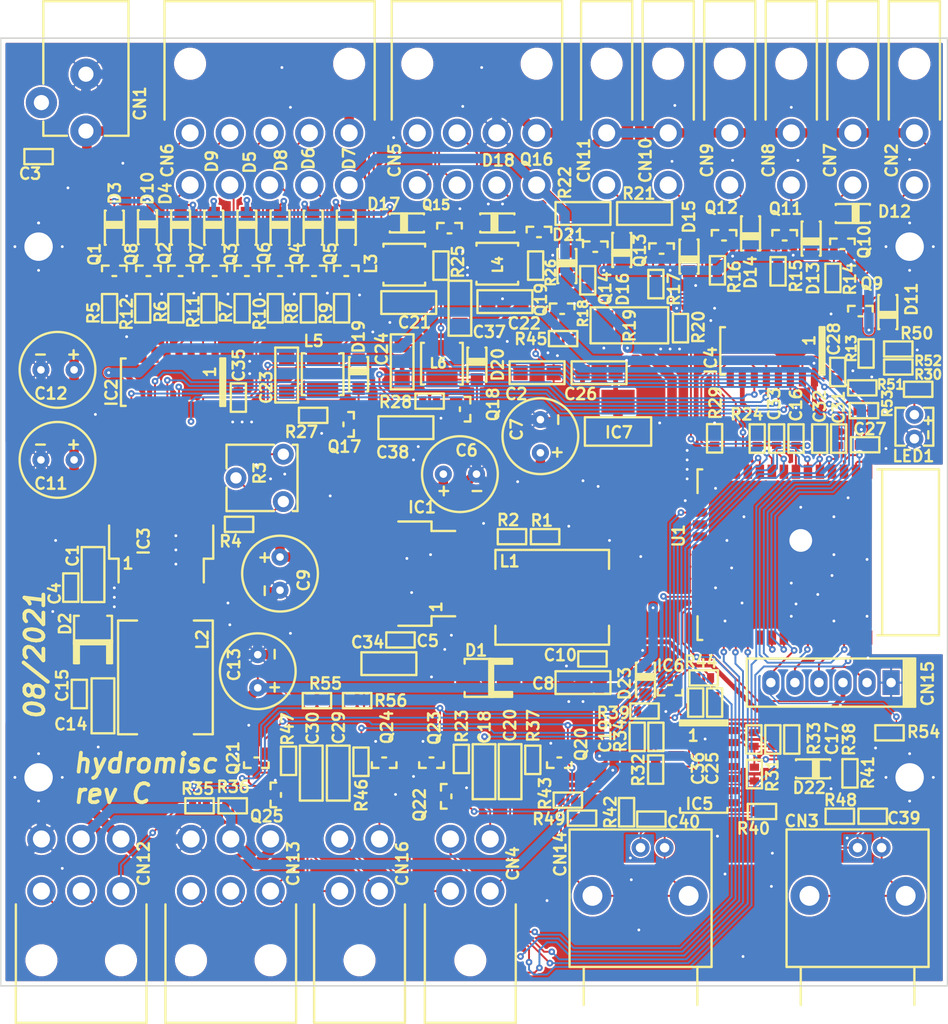
<source format=kicad_pcb>
(kicad_pcb (version 20171130) (host pcbnew "(5.1.9)-1")
  (layers (0 F.Cu signal) (31 B.Cu signal) (34 B.Paste user hide) (35 F.Paste user hide) (36 B.SilkS user) (37 F.SilkS user) (38 B.Mask user) (39 F.Mask user) (44 Edge.Cuts user))
  (net 0 "")
  (net 1 GND)
  (net 2 +12V)
  (net 3 "Net-(D1-PadK)")
  (net 4 "Net-(IC1-Pad4)")
  (net 5 +5V)
  (net 6 Vuser)
  (net 7 "Net-(D2-PadK)")
  (net 8 "Net-(IC2-Pad9)")
  (net 9 "Net-(IC3-Pad4)")
  (net 10 "Net-(R3-Pad3)")
  (net 11 "Net-(IC4-Pad7)")
  (net 12 "Net-(Q1-Pad1)")
  (net 13 SOL_0)
  (net 14 SOL_1)
  (net 15 SOL_2)
  (net 16 SOL_3)
  (net 17 SOL_4)
  (net 18 SOL_5)
  (net 19 SOL_6)
  (net 20 SOL_7)
  (net 21 "Net-(Q2-Pad1)")
  (net 22 "Net-(Q3-Pad1)")
  (net 23 "Net-(Q4-Pad1)")
  (net 24 "Net-(Q5-Pad1)")
  (net 25 "Net-(Q6-Pad1)")
  (net 26 "Net-(Q7-Pad1)")
  (net 27 "Net-(Q8-Pad1)")
  (net 28 G_SOL_0)
  (net 29 G_SOL_1)
  (net 30 G_SOL_2)
  (net 31 G_SOL_3)
  (net 32 G_SOL_4)
  (net 33 G_SOL_5)
  (net 34 G_SOL_6)
  (net 35 G_SOL_7)
  (net 36 ISENSE)
  (net 37 PUMP_0)
  (net 38 PUMP_1)
  (net 39 PUMP_2)
  (net 40 PUMP_3)
  (net 41 PUMP_4)
  (net 42 PUMP_5)
  (net 43 "Net-(Q10-Pad2)")
  (net 44 "Net-(Q9-Pad1)")
  (net 45 "Net-(Q10-Pad1)")
  (net 46 "Net-(Q11-Pad1)")
  (net 47 "Net-(Q12-Pad1)")
  (net 48 "Net-(Q13-Pad1)")
  (net 49 "Net-(Q14-Pad1)")
  (net 50 G_PUMP_0)
  (net 51 G_PUMP_1)
  (net 52 G_PUMP_2)
  (net 53 G_PUMP_3)
  (net 54 G_PUMP_4)
  (net 55 G_PUMP_5)
  (net 56 "Net-(C17-Pad2)")
  (net 57 EC_0P)
  (net 58 "Net-(C18-Pad2)")
  (net 59 EC_1P)
  (net 60 "Net-(C19-Pad2)")
  (net 61 EC_0M)
  (net 62 "Net-(C20-Pad2)")
  (net 63 EC_1M)
  (net 64 DOSING_A)
  (net 65 DOSING_B)
  (net 66 DOSING_PH)
  (net 67 DOSING_AUX)
  (net 68 +3V3)
  (net 69 DIG_0OUT)
  (net 70 DIG_0IN)
  (net 71 DIG_0CK)
  (net 72 DIG_1OUT)
  (net 73 DIG_1IN)
  (net 74 DIG_1CK)
  (net 75 "Net-(D17-PadA)")
  (net 76 "Net-(D18-PadA)")
  (net 77 "Net-(D19-PadA)")
  (net 78 "Net-(D20-PadA)")
  (net 79 "Net-(Q15-Pad1)")
  (net 80 "Net-(Q16-Pad1)")
  (net 81 "Net-(Q17-Pad1)")
  (net 82 "Net-(Q18-Pad1)")
  (net 83 G_DOSING_A)
  (net 84 G_DOSING_B)
  (net 85 G_DOSING_PH)
  (net 86 G_DOSING_AUX)
  (net 87 BIG_PUMP)
  (net 88 SR_SCK)
  (net 89 SR_RCK)
  (net 90 SR_nRCLR)
  (net 91 SR_SI)
  (net 92 "Net-(C17-Pad1)")
  (net 93 "Net-(C19-Pad1)")
  (net 94 DCR)
  (net 95 G_BIG_PUMP)
  (net 96 Vref)
  (net 97 "Net-(IC5-Pad5)")
  (net 98 PH_0)
  (net 99 PH_1)
  (net 100 ESP32_TXD0)
  (net 101 ESP32_RXD0)
  (net 102 ESP32_IO0)
  (net 103 ESP32_EN)
  (net 104 "Net-(LED1-PadA)")
  (net 105 "Net-(Q19-Pad1)")
  (net 106 "Net-(C29-Pad2)")
  (net 107 "Net-(C30-Pad2)")
  (net 108 "Net-(CN4-Pad2)")
  (net 109 "Net-(CN16-Pad2)")
  (net 110 G_EC_M)
  (net 111 G_EC_P)
  (net 112 "Net-(CN10-Pad1)")
  (net 113 "Net-(IC5-Pad10)")
  (net 114 PH_0_SHIELD)
  (net 115 PH_1_SHIELD)
  (net 116 "Net-(R55-Pad2)")
  (net 117 "Net-(C39-Pad1)")
  (net 118 "Net-(C39-Pad2)")
  (net 119 "Net-(C40-Pad1)")
  (net 120 "Net-(C40-Pad2)")
  (module hydromisc:HM_0603 (layer F.Cu) (at 148.725 122.4)
    (fp_text reference C40 (at 3.4 0.3) (layer F.SilkS) (effects (font (size 1.2 1.2) (thickness 0.25))))
    (fp_text value 100n hide)
    (pad 1 smd rect (at -0.725 0) (size 0.75 1) (layers F.Cu F.Paste F.Mask) (net 119 "Net-(C40-Pad1)"))
    (pad 2 smd rect (at 0.725 0) (size 0.75 1) (layers F.Cu F.Paste F.Mask) (net 120 "Net-(C40-Pad2)"))
  )
  (module hydromisc:HM_0603 (layer F.Cu) (at 172.1 122.1)
    (fp_text reference C39 (at 3.3 0.2) (layer F.SilkS) (effects (font (size 1.2 1.2) (thickness 0.25))))
    (fp_text value 100n hide)
    (pad 1 smd rect (at -0.725 0) (size 0.75 1) (layers F.Cu F.Paste F.Mask) (net 117 "Net-(C39-Pad1)"))
    (pad 2 smd rect (at 0.725 0) (size 0.75 1) (layers F.Cu F.Paste F.Mask) (net 118 "Net-(C39-Pad2)"))
  )
  (module hydromisc:HM_0603 (layer F.Cu) (at 117.65 109.9)
    (fp_text reference R56 (at 3.55 0) (layer F.SilkS) (effects (font (size 1.2 1.2) (thickness 0.25))))
    (fp_text value 1k hide)
    (pad 1 smd rect (at -0.725 0) (size 0.75 1) (layers F.Cu F.Paste F.Mask) (net 116 "Net-(R55-Pad2)"))
    (pad 2 smd rect (at 0.725 0) (size 0.75 1) (layers F.Cu F.Paste F.Mask) (net 1 GND))
  )
  (module hydromisc:HM_0603 (layer F.Cu) (at 113.4 109.9)
    (fp_text reference R55 (at 0.9 -1.8) (layer F.SilkS) (effects (font (size 1.2 1.2) (thickness 0.25))))
    (fp_text value 1k hide)
    (pad 1 smd rect (at -0.725 0) (size 0.75 1) (layers F.Cu F.Paste F.Mask) (net 6 Vuser))
    (pad 2 smd rect (at 0.725 0) (size 0.75 1) (layers F.Cu F.Paste F.Mask) (net 116 "Net-(R55-Pad2)"))
  )
  (module hydromisc:HM_0603 (layer F.Cu) (at 173.875 113.3)
    (fp_text reference R54 (at 3.6 -0.1) (layer F.SilkS) (effects (font (size 1.2 1.2) (thickness 0.25))))
    (fp_text value 10k hide)
    (pad 1 smd rect (at -0.725 0) (size 0.75 1) (layers F.Cu F.Paste F.Mask) (net 68 +3V3))
    (pad 2 smd rect (at 0.725 0) (size 0.75 1) (layers F.Cu F.Paste F.Mask) (net 103 ESP32_EN))
  )
  (module hydromisc:HM_MOUNTING_HOLE_6MM_3MM (layer F.Cu) (at 84 118)
    (fp_text reference MH4 hide)
    (fp_text value MOUNTING_HOLE hide)
    (pad 1 thru_hole circle (at 0 0) (size 6 6) (drill 3) (layers *.Cu *.Mask) (net 1 GND))
  )
  (module hydromisc:HM_MOUNTING_HOLE_6MM_3MM (layer F.Cu) (at 176 118)
    (fp_text reference MH3 hide)
    (fp_text value MOUNTING_HOLE hide)
    (pad 1 thru_hole circle (at 0 0) (size 6 6) (drill 3) (layers *.Cu *.Mask) (net 1 GND))
  )
  (module hydromisc:HM_MOUNTING_HOLE_6MM_3MM (layer F.Cu) (at 176 62)
    (fp_text reference MH2 hide)
    (fp_text value MOUNTING_HOLE hide)
    (pad 1 thru_hole circle (at 0 0) (size 6 6) (drill 3) (layers *.Cu *.Mask) (net 1 GND))
  )
  (module hydromisc:HM_MOUNTING_HOLE_6MM_3MM (layer F.Cu) (at 84 62)
    (fp_text reference MH1 hide)
    (fp_text value MOUNTING_HOLE hide)
    (pad 1 thru_hole circle (at 0 0) (size 6 6) (drill 3) (layers *.Cu *.Mask) (net 1 GND))
  )
  (module hydromisc:HM_0603 (layer F.Cu) (at 171.175 79.3)
    (fp_text reference R53 (at 2.475 -0.75 90) (layer F.SilkS) (effects (font (thickness 0.25))))
    (fp_text value 1k hide)
    (pad 1 smd rect (at -0.725 0) (size 0.75 1) (layers F.Cu F.Paste F.Mask) (net 86 G_DOSING_AUX))
    (pad 2 smd rect (at 0.725 0) (size 0.75 1) (layers F.Cu F.Paste F.Mask) (net 1 GND))
  )
  (module hydromisc:HM_0603 (layer F.Cu) (at 174.8 74.7)
    (fp_text reference R52 (at 3.15 -0.65 180) (layer F.SilkS) (effects (font (thickness 0.25))))
    (fp_text value 1k hide)
    (pad 1 smd rect (at -0.725 0) (size 0.75 1) (layers F.Cu F.Paste F.Mask) (net 85 G_DOSING_PH))
    (pad 2 smd rect (at 0.725 0) (size 0.75 1) (layers F.Cu F.Paste F.Mask) (net 1 GND))
  )
  (module hydromisc:HM_0603 (layer F.Cu) (at 171 76.9)
    (fp_text reference R51 (at 3 -0.35) (layer F.SilkS) (effects (font (thickness 0.25))))
    (fp_text value 1k hide)
    (pad 1 smd rect (at -0.725 0) (size 0.75 1) (layers F.Cu F.Paste F.Mask) (net 84 G_DOSING_B))
    (pad 2 smd rect (at 0.725 0) (size 0.75 1) (layers F.Cu F.Paste F.Mask) (net 1 GND))
  )
  (module hydromisc:HM_0603 (layer F.Cu) (at 174.8 72.8)
    (fp_text reference R50 (at 1.95 -1.65) (layer F.SilkS) (effects (font (size 1.2 1.2) (thickness 0.25))))
    (fp_text value 1k hide)
    (pad 1 smd rect (at -0.725 0) (size 0.75 1) (layers F.Cu F.Paste F.Mask) (net 83 G_DOSING_A))
    (pad 2 smd rect (at 0.725 0) (size 0.75 1) (layers F.Cu F.Paste F.Mask) (net 1 GND))
  )
  (module hydromisc:HM_0603 (layer F.Cu) (at 141.4 122.3 180)
    (fp_text reference R49 (at 3.5 -0.1) (layer F.SilkS) (effects (font (size 1.2 1.2) (thickness 0.25))))
    (fp_text value dnp hide)
    (pad 1 smd rect (at -0.725 0 180) (size 0.75 1) (layers F.Cu F.Paste F.Mask) (net 115 PH_1_SHIELD))
    (pad 2 smd rect (at 0.725 0 180) (size 0.75 1) (layers F.Cu F.Paste F.Mask) (net 1 GND))
  )
  (module hydromisc:HM_0603 (layer F.Cu) (at 168.625 122.1)
    (fp_text reference R48 (at 0.075 -1.7) (layer F.SilkS) (effects (font (size 1.2 1.2) (thickness 0.25))))
    (fp_text value dnp hide)
    (pad 1 smd rect (at -0.725 0) (size 0.75 1) (layers F.Cu F.Paste F.Mask) (net 114 PH_0_SHIELD))
    (pad 2 smd rect (at 0.725 0) (size 0.75 1) (layers F.Cu F.Paste F.Mask) (net 1 GND))
  )
  (module hydromisc:HM_SOD-123 (layer F.Cu) (at 148.1 107.7 90)
    (fp_text reference D23 (at -0.4 -2.2 90) (layer F.SilkS) (effects (font (size 1.2 1.2) (thickness 0.25))))
    (fp_text value diode-schottky)
    (pad K smd rect (at 1.55 0 90) (size 1.3 1.3) (layers F.Cu F.Paste F.Mask) (net 68 +3V3))
    (pad A smd rect (at -1.55 0 90) (size 1.3 1.3) (layers F.Cu F.Paste F.Mask) (net 99 PH_1))
  )
  (module hydromisc:HM_SOD-123 (layer F.Cu) (at 165.8 117.1)
    (fp_text reference D22 (at -0.4 2) (layer F.SilkS) (effects (font (size 1.2 1.2) (thickness 0.25))))
    (fp_text value diode-schottky)
    (pad K smd rect (at 1.55 0) (size 1.3 1.3) (layers F.Cu F.Paste F.Mask) (net 68 +3V3))
    (pad A smd rect (at -1.55 0) (size 1.3 1.3) (layers F.Cu F.Paste F.Mask) (net 98 PH_0))
  )
  (module hydromisc:HM_1206 (layer F.Cu) (at 122.8 81.1)
    (fp_text reference C38 (at -1.4 2.6) (layer F.SilkS) (effects (font (size 1.2 1.2) (thickness 0.25))))
    (fp_text value 22u hide)
    (pad 2 smd rect (at 1.75 0) (size 1.5 1.6) (layers F.Cu F.Paste F.Mask) (net 1 GND))
    (pad 1 smd rect (at -1.75 0) (size 1.5 1.6) (layers F.Cu F.Paste F.Mask) (net 2 +12V))
  )
  (module hydromisc:HM_1206 (layer F.Cu) (at 128.5 68.5 90)
    (fp_text reference C37 (at -2.5 3.1) (layer F.SilkS) (effects (font (size 1.2 1.2) (thickness 0.25))))
    (fp_text value 22u hide)
    (pad 2 smd rect (at 1.75 0 90) (size 1.5 1.6) (layers F.Cu F.Paste F.Mask) (net 1 GND))
    (pad 1 smd rect (at -1.75 0 90) (size 1.5 1.6) (layers F.Cu F.Paste F.Mask) (net 2 +12V))
  )
  (module hydromisc:HM_ESP32-WROOM-32E (layer F.Cu) (at 153.6 94.5 270)
    (fp_text reference U1 (at -2 2 90) (layer F.SilkS) (effects (font (size 1.2 1.2) (thickness 0.25))))
    (fp_text value ESP32-WROOM-32E hide)
    (pad 39 thru_hole rect (at -1.5 -10.9 90) (size 3.7 3.7) (drill 2.4) (layers *.Cu *.Mask) (net 1 GND))
    (pad 38 smd rect (at 8.75 -18.01 90) (size 1.5 0.9) (layers F.Cu F.Paste F.Mask) (net 1 GND))
    (pad 37 smd rect (at 8.75 -16.74 90) (size 1.5 0.9) (layers F.Cu F.Paste F.Mask) (net 72 DIG_1OUT))
    (pad 36 smd rect (at 8.75 -15.47 90) (size 1.5 0.9) (layers F.Cu F.Paste F.Mask) (net 86 G_DOSING_AUX))
    (pad 35 smd rect (at 8.75 -14.2 90) (size 1.5 0.9) (layers F.Cu F.Paste F.Mask) (net 100 ESP32_TXD0))
    (pad 34 smd rect (at 8.75 -12.93 90) (size 1.5 0.9) (layers F.Cu F.Paste F.Mask) (net 101 ESP32_RXD0))
    (pad 33 smd rect (at 8.75 -11.66 90) (size 1.5 0.9) (layers F.Cu F.Paste F.Mask) (net 85 G_DOSING_PH))
    (pad 32 smd rect (at 8.75 -10.39 90) (size 1.5 0.9) (layers F.Cu F.Paste F.Mask))
    (pad 31 smd rect (at 8.75 -9.12 90) (size 1.5 0.9) (layers F.Cu F.Paste F.Mask) (net 84 G_DOSING_B))
    (pad 30 smd rect (at 8.75 -7.85 90) (size 1.5 0.9) (layers F.Cu F.Paste F.Mask) (net 83 G_DOSING_A))
    (pad 29 smd rect (at 8.75 -6.58 90) (size 1.5 0.9) (layers F.Cu F.Paste F.Mask))
    (pad 28 smd rect (at 8.75 -5.31 90) (size 1.5 0.9) (layers F.Cu F.Paste F.Mask) (net 73 DIG_1IN))
    (pad 27 smd rect (at 8.75 -4.04 90) (size 1.5 0.9) (layers F.Cu F.Paste F.Mask) (net 74 DIG_1CK))
    (pad 26 smd rect (at 8.75 -2.77 90) (size 1.5 0.9) (layers F.Cu F.Paste F.Mask) (net 69 DIG_0OUT))
    (pad 25 smd rect (at 8.75 -1.5 90) (size 1.5 0.9) (layers F.Cu F.Paste F.Mask) (net 102 ESP32_IO0))
    (pad 24 smd rect (at 5.715 -0.25) (size 1.5 0.9) (layers F.Cu F.Paste F.Mask) (net 70 DIG_0IN))
    (pad 23 smd rect (at 4.445 -0.25) (size 1.5 0.9) (layers F.Cu F.Paste F.Mask) (net 111 G_EC_P))
    (pad 22 smd rect (at 3.175 -0.25) (size 1.5 0.9) (layers F.Cu F.Paste F.Mask))
    (pad 21 smd rect (at 1.905 -0.25) (size 1.5 0.9) (layers F.Cu F.Paste F.Mask))
    (pad 20 smd rect (at 0.635 -0.25) (size 1.5 0.9) (layers F.Cu F.Paste F.Mask))
    (pad 19 smd rect (at -0.635 -0.25) (size 1.5 0.9) (layers F.Cu F.Paste F.Mask))
    (pad 18 smd rect (at -1.905 -0.25) (size 1.5 0.9) (layers F.Cu F.Paste F.Mask))
    (pad 17 smd rect (at -3.175 -0.25) (size 1.5 0.9) (layers F.Cu F.Paste F.Mask))
    (pad 16 smd rect (at -4.445 -0.25) (size 1.5 0.9) (layers F.Cu F.Paste F.Mask) (net 71 DIG_0CK))
    (pad 15 smd rect (at -5.715 -0.25) (size 1.5 0.9) (layers F.Cu F.Paste F.Mask) (net 1 GND))
    (pad 14 smd rect (at -8.75 -1.5 270) (size 1.5 0.9) (layers F.Cu F.Paste F.Mask) (net 90 SR_nRCLR))
    (pad 13 smd rect (at -8.75 -2.77 270) (size 1.5 0.9) (layers F.Cu F.Paste F.Mask) (net 89 SR_RCK))
    (pad 12 smd rect (at -8.75 -4.04 270) (size 1.5 0.9) (layers F.Cu F.Paste F.Mask) (net 88 SR_SCK))
    (pad 11 smd rect (at -8.75 -5.31 270) (size 1.5 0.9) (layers F.Cu F.Paste F.Mask) (net 91 SR_SI))
    (pad 10 smd rect (at -8.75 -6.58 270) (size 1.5 0.9) (layers F.Cu F.Paste F.Mask) (net 110 G_EC_M))
    (pad 9 smd rect (at -8.75 -7.85 270) (size 1.5 0.9) (layers F.Cu F.Paste F.Mask) (net 59 EC_1P))
    (pad 8 smd rect (at -8.75 -9.12 270) (size 1.5 0.9) (layers F.Cu F.Paste F.Mask) (net 94 DCR))
    (pad 7 smd rect (at -8.75 -10.39 270) (size 1.5 0.9) (layers F.Cu F.Paste F.Mask) (net 36 ISENSE))
    (pad 6 smd rect (at -8.75 -11.66 270) (size 1.5 0.9) (layers F.Cu F.Paste F.Mask) (net 57 EC_0P))
    (pad 5 smd rect (at -8.75 -12.93 270) (size 1.5 0.9) (layers F.Cu F.Paste F.Mask) (net 99 PH_1))
    (pad 4 smd rect (at -8.75 -14.2 270) (size 1.5 0.9) (layers F.Cu F.Paste F.Mask) (net 98 PH_0))
    (pad 3 smd rect (at -8.75 -15.47 270) (size 1.5 0.9) (layers F.Cu F.Paste F.Mask) (net 103 ESP32_EN))
    (pad 2 smd rect (at -8.75 -16.74 270) (size 1.5 0.9) (layers F.Cu F.Paste F.Mask) (net 68 +3V3))
    (pad 1 smd rect (at -8.75 -18.01 270) (size 1.5 0.9) (layers F.Cu F.Paste F.Mask) (net 1 GND))
  )
  (module hydromisc:HM_MOLEX_172448_2x1 (layer F.Cu) (at 150.5 55.5 180)
    (fp_text reference CN10 (at 2.4 2.6 90) (layer F.SilkS) (effects (font (size 1.2 1.2) (thickness 0.25))))
    (fp_text value MOLEX_2x1 hide)
    (pad "" np_thru_hole circle (at 0 12.8) (size 3 3) (drill 3) (layers *.Cu *.Mask))
    (pad 2 thru_hole circle (at 0 0) (size 3 3) (drill 1.8) (layers *.Cu *.Mask) (net 41 PUMP_4))
    (pad 1 thru_hole circle (at 0 5.5) (size 3 3) (drill 1.8) (layers *.Cu *.Mask) (net 112 "Net-(CN10-Pad1)"))
  )
  (module hydromisc:HM_MOLEX_172448_2x1 (layer F.Cu) (at 170 55.5 180)
    (fp_text reference CN7 (at 2.4 2.6 90) (layer F.SilkS) (effects (font (size 1.2 1.2) (thickness 0.25))))
    (fp_text value MOLEX_2x1 hide)
    (pad "" np_thru_hole circle (at 0 12.8) (size 3 3) (drill 3) (layers *.Cu *.Mask))
    (pad 2 thru_hole circle (at 0 0) (size 3 3) (drill 1.8) (layers *.Cu *.Mask) (net 38 PUMP_1))
    (pad 1 thru_hole circle (at 0 5.5) (size 3 3) (drill 1.8) (layers *.Cu *.Mask) (net 112 "Net-(CN10-Pad1)"))
  )
  (module hydromisc:HM_SOT-23_123 (layer F.Cu) (at 139.3 69.5)
    (fp_text reference Q19 (at -2.25 -1.9 90) (layer F.SilkS) (effects (font (size 1.2 1.2) (thickness 0.25))))
    (fp_text value NFET hide)
    (pad 3 smd rect (at 0 -2) (size 0.8 1.3) (layers F.Cu F.Paste F.Mask) (net 87 BIG_PUMP))
    (pad 2 smd rect (at 0.9 0) (size 0.8 1.3) (layers F.Cu F.Paste F.Mask) (net 1 GND))
    (pad 1 smd rect (at -0.9 0) (size 0.8 1.3) (layers F.Cu F.Paste F.Mask) (net 105 "Net-(Q19-Pad1)"))
  )
  (module hydromisc:HM_BNC_MOLEX_TH_RA (layer F.Cu) (at 147.58 130.5)
    (fp_text reference CN14 (at -8.48 -4.4 90) (layer F.SilkS) (effects (font (size 1.2 1.2) (thickness 0.25))))
    (fp_text value COAX_CONNECTOR hide)
    (pad SHIELD thru_hole circle (at 2.54 -5.08) (size 1.9 1.9) (drill 1) (layers *.Cu *.Mask) (net 120 "Net-(C40-Pad2)"))
    (pad INNER thru_hole circle (at 0 -5.08) (size 1.9 1.9) (drill 1) (layers *.Cu *.Mask) (net 119 "Net-(C40-Pad1)"))
    (pad POST1 thru_hole circle (at 5.08 0) (size 4 4) (drill 2.1) (layers *.Cu *.Mask) (net 120 "Net-(C40-Pad2)"))
    (pad POST0 thru_hole circle (at -5.08 0) (size 4 4) (drill 2.1) (layers *.Cu *.Mask) (net 120 "Net-(C40-Pad2)"))
  )
  (module hydromisc:HM_BNC_MOLEX_TH_RA (layer F.Cu) (at 170.5 130.5)
    (fp_text reference CN3 (at -5.9 -7.9) (layer F.SilkS) (effects (font (size 1.2 1.2) (thickness 0.25))))
    (fp_text value COAX_CONNECTOR hide)
    (pad SHIELD thru_hole circle (at 2.54 -5.08) (size 1.9 1.9) (drill 1) (layers *.Cu *.Mask) (net 118 "Net-(C39-Pad2)"))
    (pad INNER thru_hole circle (at 0 -5.08) (size 1.9 1.9) (drill 1) (layers *.Cu *.Mask) (net 117 "Net-(C39-Pad1)"))
    (pad POST1 thru_hole circle (at 5.08 0) (size 4 4) (drill 2.1) (layers *.Cu *.Mask) (net 118 "Net-(C39-Pad2)"))
    (pad POST0 thru_hole circle (at -5.08 0) (size 4 4) (drill 2.1) (layers *.Cu *.Mask) (net 118 "Net-(C39-Pad2)"))
  )
  (module hydromisc:HM_1206 (layer F.Cu) (at 141.5 58.5 180)
    (fp_text reference R22 (at 1.9 3.25 90) (layer F.SilkS) (effects (font (size 1.2 1.2) (thickness 0.25))))
    (fp_text value dnp hide)
    (pad 2 smd rect (at 1.75 0 180) (size 1.5 1.6) (layers F.Cu F.Paste F.Mask) (net 6 Vuser))
    (pad 1 smd rect (at -1.75 0 180) (size 1.5 1.6) (layers F.Cu F.Paste F.Mask) (net 112 "Net-(CN10-Pad1)"))
  )
  (module hydromisc:HM_1206 (layer F.Cu) (at 148 58.5)
    (fp_text reference R21 (at -0.6 -2.1) (layer F.SilkS) (effects (font (size 1.2 1.2) (thickness 0.25))))
    (fp_text value zerohm hide)
    (pad 2 smd rect (at 1.75 0) (size 1.5 1.6) (layers F.Cu F.Paste F.Mask) (net 2 +12V))
    (pad 1 smd rect (at -1.75 0) (size 1.5 1.6) (layers F.Cu F.Paste F.Mask) (net 112 "Net-(CN10-Pad1)"))
  )
  (module hydromisc:HM_0603 (layer F.Cu) (at 153.4 110.1 270)
    (fp_text reference C36 (at 6.95 -0.25 90) (layer F.SilkS) (effects (font (size 1.2 1.2) (thickness 0.25))))
    (fp_text value 100n hide)
    (pad 1 smd rect (at -0.725 0 270) (size 0.75 1) (layers F.Cu F.Paste F.Mask) (net 5 +5V))
    (pad 2 smd rect (at 0.725 0 270) (size 0.75 1) (layers F.Cu F.Paste F.Mask) (net 1 GND))
  )
  (module hydromisc:HM_0603 (layer F.Cu) (at 105.1 77.925 90)
    (fp_text reference C35 (at 3.425 0.05 90) (layer F.SilkS) (effects (font (size 1.2 1.2) (thickness 0.25))))
    (fp_text value 100n hide)
    (pad 1 smd rect (at -0.725 0 90) (size 0.75 1) (layers F.Cu F.Paste F.Mask) (net 68 +3V3))
    (pad 2 smd rect (at 0.725 0 90) (size 0.75 1) (layers F.Cu F.Paste F.Mask) (net 1 GND))
  )
  (module hydromisc:HM_1206 (layer F.Cu) (at 121 106)
    (fp_text reference C34 (at -2.25 -2.25) (layer F.SilkS) (effects (font (size 1.2 1.2) (thickness 0.25))))
    (fp_text value 22u hide)
    (pad 2 smd rect (at 1.75 0) (size 1.5 1.6) (layers F.Cu F.Paste F.Mask) (net 1 GND))
    (pad 1 smd rect (at -1.75 0) (size 1.5 1.6) (layers F.Cu F.Paste F.Mask) (net 2 +12V))
  )
  (module hydromisc:HM_SOT-23_123 (layer F.Cu) (at 110 119.85 90)
    (fp_text reference Q25 (at -2.25 -1.9) (layer F.SilkS) (effects (font (size 1.2 1.2) (thickness 0.25))))
    (fp_text value NFET hide)
    (pad 3 smd rect (at 0 -2 90) (size 0.8 1.3) (layers F.Cu F.Paste F.Mask) (net 109 "Net-(CN16-Pad2)"))
    (pad 2 smd rect (at 0.9 0 90) (size 0.8 1.3) (layers F.Cu F.Paste F.Mask) (net 1 GND))
    (pad 1 smd rect (at -0.9 0 90) (size 0.8 1.3) (layers F.Cu F.Paste F.Mask) (net 111 G_EC_P))
  )
  (module hydromisc:HM_SOT-23_123 (layer F.Cu) (at 120.5 115.5 180)
    (fp_text reference Q24 (at -0.3 2.8 90) (layer F.SilkS) (effects (font (size 1.2 1.2) (thickness 0.25))))
    (fp_text value NFET hide)
    (pad 3 smd rect (at 0 -2 180) (size 0.8 1.3) (layers F.Cu F.Paste F.Mask) (net 59 EC_1P))
    (pad 2 smd rect (at 0.9 0 180) (size 0.8 1.3) (layers F.Cu F.Paste F.Mask) (net 1 GND))
    (pad 1 smd rect (at -0.9 0 180) (size 0.8 1.3) (layers F.Cu F.Paste F.Mask) (net 111 G_EC_P))
  )
  (module hydromisc:HM_SOT-23_123 (layer F.Cu) (at 125.5 115.5 180)
    (fp_text reference Q23 (at -0.3 2.7 90) (layer F.SilkS) (effects (font (size 1.2 1.2) (thickness 0.25))))
    (fp_text value NFET hide)
    (pad 3 smd rect (at 0 -2 180) (size 0.8 1.3) (layers F.Cu F.Paste F.Mask) (net 57 EC_0P))
    (pad 2 smd rect (at 0.9 0 180) (size 0.8 1.3) (layers F.Cu F.Paste F.Mask) (net 1 GND))
    (pad 1 smd rect (at -0.9 0 180) (size 0.8 1.3) (layers F.Cu F.Paste F.Mask) (net 111 G_EC_P))
  )
  (module hydromisc:HM_SOT-23_123 (layer F.Cu) (at 128 120 90)
    (fp_text reference Q22 (at -0.9 -3.75 90) (layer F.SilkS) (effects (font (size 1.2 1.2) (thickness 0.25))))
    (fp_text value NFET hide)
    (pad 3 smd rect (at 0 -2 90) (size 0.8 1.3) (layers F.Cu F.Paste F.Mask) (net 108 "Net-(CN4-Pad2)"))
    (pad 2 smd rect (at 0.9 0 90) (size 0.8 1.3) (layers F.Cu F.Paste F.Mask) (net 1 GND))
    (pad 1 smd rect (at -0.9 0 90) (size 0.8 1.3) (layers F.Cu F.Paste F.Mask) (net 110 G_EC_M))
  )
  (module hydromisc:HM_DC_COAX_POWER_PJ-102AH (layer F.Cu) (at 89 46.8)
    (fp_text reference CN1 (at 5.7 0.1 90) (layer F.SilkS) (effects (font (size 1.2 1.2) (thickness 0.25))))
    (fp_text value DC_COAX_POWER_NO_SHIELD)
    (pad 3 thru_hole circle (at -4.7 0) (size 3.3 3.3) (drill 1.6) (layers *.Cu *.Mask))
    (pad 2 thru_hole circle (at 0 -3) (size 3.3 3.3) (drill 1.6) (layers *.Cu *.Mask) (net 1 GND))
    (pad 1 thru_hole circle (at 0 3) (size 3.3 3.3) (drill 1.6) (layers *.Cu *.Mask) (net 2 +12V))
  )
  (module hydromisc:HM_0603 (layer F.Cu) (at 161.95 82.25 90)
    (fp_text reference C33 (at 3.65 -0.25 90) (layer F.SilkS) (effects (font (size 1.2 1.2) (thickness 0.25))))
    (fp_text value 100n hide)
    (pad 1 smd rect (at -0.725 0 90) (size 0.75 1) (layers F.Cu F.Paste F.Mask) (net 94 DCR))
    (pad 2 smd rect (at 0.725 0 90) (size 0.75 1) (layers F.Cu F.Paste F.Mask) (net 1 GND))
  )
  (module hydromisc:HM_0603 (layer F.Cu) (at 166.5 82.25 90)
    (fp_text reference C32 (at 3.4 0 90) (layer F.SilkS) (effects (font (size 1.2 1.2) (thickness 0.25))))
    (fp_text value 100n hide)
    (pad 1 smd rect (at -0.725 0 90) (size 0.75 1) (layers F.Cu F.Paste F.Mask) (net 99 PH_1))
    (pad 2 smd rect (at 0.725 0 90) (size 0.75 1) (layers F.Cu F.Paste F.Mask) (net 1 GND))
  )
  (module hydromisc:HM_0603 (layer F.Cu) (at 168.5 82.25 90)
    (fp_text reference C31 (at 3.3 0 90) (layer F.SilkS) (effects (font (size 1.2 1.2) (thickness 0.25))))
    (fp_text value 100n hide)
    (pad 1 smd rect (at -0.725 0 90) (size 0.75 1) (layers F.Cu F.Paste F.Mask) (net 98 PH_0))
    (pad 2 smd rect (at 0.725 0 90) (size 0.75 1) (layers F.Cu F.Paste F.Mask) (net 1 GND))
  )
  (module hydromisc:HM_0603 (layer F.Cu) (at 110.4 116.25 90)
    (fp_text reference R47 (at 3.35 -0.1 90) (layer F.SilkS) (effects (font (size 1.2 1.2) (thickness 0.25))))
    (fp_text value 1k hide)
    (pad 1 smd rect (at -0.725 0 90) (size 0.75 1) (layers F.Cu F.Paste F.Mask) (net 68 +3V3))
    (pad 2 smd rect (at 0.725 0 90) (size 0.75 1) (layers F.Cu F.Paste F.Mask) (net 63 EC_1M))
  )
  (module hydromisc:HM_0603 (layer F.Cu) (at 118.05 116.35 90)
    (fp_text reference R46 (at -3.55 0.05 90) (layer F.SilkS) (effects (font (size 1.2 1.2) (thickness 0.25))))
    (fp_text value 1k hide)
    (pad 1 smd rect (at -0.725 0 90) (size 0.75 1) (layers F.Cu F.Paste F.Mask) (net 68 +3V3))
    (pad 2 smd rect (at 0.725 0 90) (size 0.75 1) (layers F.Cu F.Paste F.Mask) (net 59 EC_1P))
  )
  (module hydromisc:HM_0603 (layer F.Cu) (at 139.4 71.7)
    (fp_text reference R45 (at -3.4 0.05) (layer F.SilkS) (effects (font (size 1.2 1.2) (thickness 0.25))))
    (fp_text value 1k hide)
    (pad 1 smd rect (at -0.725 0) (size 0.75 1) (layers F.Cu F.Paste F.Mask) (net 105 "Net-(Q19-Pad1)"))
    (pad 2 smd rect (at 0.725 0) (size 0.75 1) (layers F.Cu F.Paste F.Mask) (net 95 G_BIG_PUMP))
  )
  (module hydromisc:HM_0603 (layer F.Cu) (at 154.25 107.5)
    (fp_text reference R44 (at -0.3 -1.7) (layer F.SilkS) (effects (font (size 1.2 1.2) (thickness 0.25))))
    (fp_text value 1k hide)
    (pad 1 smd rect (at -0.725 0) (size 0.75 1) (layers F.Cu F.Paste F.Mask) (net 5 +5V))
    (pad 2 smd rect (at 0.725 0) (size 0.75 1) (layers F.Cu F.Paste F.Mask) (net 96 Vref))
  )
  (module hydromisc:HM_0603 (layer F.Cu) (at 139.9 120.4)
    (fp_text reference R43 (at -2.4 -0.7 90) (layer F.SilkS) (effects (font (size 1.2 1.2) (thickness 0.25))))
    (fp_text value zerohm hide)
    (pad 1 smd rect (at -0.725 0) (size 0.75 1) (layers F.Cu F.Paste F.Mask) (net 120 "Net-(C40-Pad2)"))
    (pad 2 smd rect (at 0.725 0) (size 0.75 1) (layers F.Cu F.Paste F.Mask) (net 96 Vref))
  )
  (module hydromisc:HM_0603 (layer F.Cu) (at 146.1 121.675 90)
    (fp_text reference R42 (at 0 -1.7 270) (layer F.SilkS) (effects (font (size 1.2 1.2) (thickness 0.25))))
    (fp_text value 1k hide)
    (pad 1 smd rect (at -0.725 0 90) (size 0.75 1) (layers F.Cu F.Paste F.Mask) (net 119 "Net-(C40-Pad1)"))
    (pad 2 smd rect (at 0.725 0 90) (size 0.75 1) (layers F.Cu F.Paste F.Mask) (net 97 "Net-(IC5-Pad5)"))
  )
  (module hydromisc:HM_0603 (layer F.Cu) (at 169.7 117.575 90)
    (fp_text reference R41 (at 0.075 1.9 90) (layer F.SilkS) (effects (font (size 1.2 1.2) (thickness 0.25))))
    (fp_text value zerohm hide)
    (pad 1 smd rect (at -0.725 0 90) (size 0.75 1) (layers F.Cu F.Paste F.Mask) (net 118 "Net-(C39-Pad2)"))
    (pad 2 smd rect (at 0.725 0 90) (size 0.75 1) (layers F.Cu F.Paste F.Mask) (net 96 Vref))
  )
  (module hydromisc:HM_0603 (layer F.Cu) (at 160.4 121.6 180)
    (fp_text reference R40 (at 0.9 -1.8) (layer F.SilkS) (effects (font (size 1.2 1.2) (thickness 0.25))))
    (fp_text value 1k hide)
    (pad 1 smd rect (at -0.725 0 180) (size 0.75 1) (layers F.Cu F.Paste F.Mask) (net 117 "Net-(C39-Pad1)"))
    (pad 2 smd rect (at 0.725 0 180) (size 0.75 1) (layers F.Cu F.Paste F.Mask) (net 113 "Net-(IC5-Pad10)"))
  )
  (module hydromisc:HM_0603 (layer F.Cu) (at 148 111)
    (fp_text reference R39 (at -3.3 0.2) (layer F.SilkS) (effects (font (size 1.2 1.2) (thickness 0.25))))
    (fp_text value 1k hide)
    (pad 1 smd rect (at -0.725 0) (size 0.75 1) (layers F.Cu F.Paste F.Mask) (net 60 "Net-(C19-Pad2)"))
    (pad 2 smd rect (at 0.725 0) (size 0.75 1) (layers F.Cu F.Paste F.Mask) (net 99 PH_1))
  )
  (module hydromisc:HM_0603 (layer F.Cu) (at 163.55 114 270)
    (fp_text reference R38 (at 0 -6.05 90) (layer F.SilkS) (effects (font (size 1.2 1.2) (thickness 0.25))))
    (fp_text value 1k hide)
    (pad 1 smd rect (at -0.725 0 270) (size 0.75 1) (layers F.Cu F.Paste F.Mask) (net 56 "Net-(C17-Pad2)"))
    (pad 2 smd rect (at 0.725 0 270) (size 0.75 1) (layers F.Cu F.Paste F.Mask) (net 98 PH_0))
  )
  (module hydromisc:HM_0603 (layer F.Cu) (at 136.2 116.15 90)
    (fp_text reference R37 (at 3.6 0.05 90) (layer F.SilkS) (effects (font (size 1.2 1.2) (thickness 0.25))))
    (fp_text value 1k hide)
    (pad 1 smd rect (at -0.725 0 90) (size 0.75 1) (layers F.Cu F.Paste F.Mask) (net 68 +3V3))
    (pad 2 smd rect (at 0.725 0 90) (size 0.75 1) (layers F.Cu F.Paste F.Mask) (net 61 EC_0M))
  )
  (module hydromisc:HM_0603 (layer F.Cu) (at 104.5 121 180)
    (fp_text reference R36 (at -0.05 2) (layer F.SilkS) (effects (font (size 1.2 1.2) (thickness 0.25))))
    (fp_text value 1k hide)
    (pad 1 smd rect (at -0.725 0 180) (size 0.75 1) (layers F.Cu F.Paste F.Mask) (net 74 DIG_1CK))
    (pad 2 smd rect (at 0.725 0 180) (size 0.75 1) (layers F.Cu F.Paste F.Mask) (net 68 +3V3))
  )
  (module hydromisc:HM_0603 (layer F.Cu) (at 101 121)
    (fp_text reference R35 (at -0.2 -1.8) (layer F.SilkS) (effects (font (size 1.2 1.2) (thickness 0.25))))
    (fp_text value 1k hide)
    (pad 1 smd rect (at -0.725 0) (size 0.75 1) (layers F.Cu F.Paste F.Mask) (net 71 DIG_0CK))
    (pad 2 smd rect (at 0.725 0) (size 0.75 1) (layers F.Cu F.Paste F.Mask) (net 68 +3V3))
  )
  (module hydromisc:HM_0603 (layer F.Cu) (at 149.2 113.725 90)
    (fp_text reference R34 (at 0.125 -3.75 90) (layer F.SilkS) (effects (font (size 1.2 1.2) (thickness 0.25))))
    (fp_text value 33k hide)
    (pad 1 smd rect (at -0.725 0 90) (size 0.75 1) (layers F.Cu F.Paste F.Mask) (net 93 "Net-(C19-Pad1)"))
    (pad 2 smd rect (at 0.725 0 90) (size 0.75 1) (layers F.Cu F.Paste F.Mask) (net 60 "Net-(C19-Pad2)"))
  )
  (module hydromisc:HM_0603 (layer F.Cu) (at 159.55 114 90)
    (fp_text reference R33 (at 0.1 6.35 90) (layer F.SilkS) (effects (font (size 1.2 1.2) (thickness 0.25))))
    (fp_text value 33k hide)
    (pad 1 smd rect (at -0.725 0 90) (size 0.75 1) (layers F.Cu F.Paste F.Mask) (net 92 "Net-(C17-Pad1)"))
    (pad 2 smd rect (at 0.725 0 90) (size 0.75 1) (layers F.Cu F.Paste F.Mask) (net 56 "Net-(C17-Pad2)"))
  )
  (module hydromisc:HM_0603 (layer F.Cu) (at 149.175 117.175 90)
    (fp_text reference R32 (at -0.05 -1.825 90) (layer F.SilkS) (effects (font (size 1.2 1.2) (thickness 0.25))))
    (fp_text value 10k hide)
    (pad 1 smd rect (at -0.725 0 90) (size 0.75 1) (layers F.Cu F.Paste F.Mask) (net 115 PH_1_SHIELD))
    (pad 2 smd rect (at 0.725 0 90) (size 0.75 1) (layers F.Cu F.Paste F.Mask) (net 93 "Net-(C19-Pad1)"))
  )
  (module hydromisc:HM_0603 (layer F.Cu) (at 159.6 117.65 90)
    (fp_text reference R31 (at -0.15 1.9 90) (layer F.SilkS) (effects (font (size 1.2 1.2) (thickness 0.25))))
    (fp_text value 10k hide)
    (pad 1 smd rect (at -0.725 0 90) (size 0.75 1) (layers F.Cu F.Paste F.Mask) (net 114 PH_0_SHIELD))
    (pad 2 smd rect (at 0.725 0 90) (size 0.75 1) (layers F.Cu F.Paste F.Mask) (net 92 "Net-(C17-Pad1)"))
  )
  (module hydromisc:HM_0603 (layer F.Cu) (at 176.9 77.05 180)
    (fp_text reference R30 (at -1.05 1.55 180) (layer F.SilkS) (effects (font (thickness 0.25))))
    (fp_text value 1k hide)
    (pad 1 smd rect (at -0.725 0 180) (size 0.75 1) (layers F.Cu F.Paste F.Mask) (net 11 "Net-(IC4-Pad7)"))
    (pad 2 smd rect (at 0.725 0 180) (size 0.75 1) (layers F.Cu F.Paste F.Mask) (net 104 "Net-(LED1-PadA)"))
  )
  (module hydromisc:HM_0603 (layer F.Cu) (at 155.4 82.225 90)
    (fp_text reference R29 (at 3.725 0.1 90) (layer F.SilkS) (effects (font (size 1.2 1.2) (thickness 0.25))))
    (fp_text value 1k hide)
    (pad 1 smd rect (at -0.725 0 90) (size 0.75 1) (layers F.Cu F.Paste F.Mask) (net 90 SR_nRCLR))
    (pad 2 smd rect (at 0.725 0 90) (size 0.75 1) (layers F.Cu F.Paste F.Mask) (net 1 GND))
  )
  (module hydromisc:HM_0603 (layer F.Cu) (at 125.3 78.3)
    (fp_text reference R28 (at -3.6 0.1) (layer F.SilkS) (effects (font (size 1.2 1.2) (thickness 0.25))))
    (fp_text value 1k hide)
    (pad 1 smd rect (at -0.725 0) (size 0.75 1) (layers F.Cu F.Paste F.Mask) (net 86 G_DOSING_AUX))
    (pad 2 smd rect (at 0.725 0) (size 0.75 1) (layers F.Cu F.Paste F.Mask) (net 82 "Net-(Q18-Pad1)"))
  )
  (module hydromisc:HM_0603 (layer F.Cu) (at 113 79.8)
    (fp_text reference R27 (at -1.25 1.75) (layer F.SilkS) (effects (font (size 1.2 1.2) (thickness 0.25))))
    (fp_text value 1k hide)
    (pad 1 smd rect (at -0.725 0) (size 0.75 1) (layers F.Cu F.Paste F.Mask) (net 85 G_DOSING_PH))
    (pad 2 smd rect (at 0.725 0) (size 0.75 1) (layers F.Cu F.Paste F.Mask) (net 81 "Net-(Q17-Pad1)"))
  )
  (module hydromisc:HM_0603 (layer F.Cu) (at 136.5 64 90)
    (fp_text reference R26 (at -0.75 1.6 90) (layer F.SilkS) (effects (font (thickness 0.25))))
    (fp_text value 1k hide)
    (pad 1 smd rect (at -0.725 0 90) (size 0.75 1) (layers F.Cu F.Paste F.Mask) (net 84 G_DOSING_B))
    (pad 2 smd rect (at 0.725 0 90) (size 0.75 1) (layers F.Cu F.Paste F.Mask) (net 80 "Net-(Q16-Pad1)"))
  )
  (module hydromisc:HM_0603 (layer F.Cu) (at 126.5 64 90)
    (fp_text reference R25 (at 0.4 1.8 90) (layer F.SilkS) (effects (font (size 1.2 1.2) (thickness 0.25))))
    (fp_text value 1k hide)
    (pad 1 smd rect (at -0.725 0 90) (size 0.75 1) (layers F.Cu F.Paste F.Mask) (net 83 G_DOSING_A))
    (pad 2 smd rect (at 0.725 0 90) (size 0.75 1) (layers F.Cu F.Paste F.Mask) (net 79 "Net-(Q15-Pad1)"))
  )
  (module hydromisc:HM_0603 (layer F.Cu) (at 159.9 82.25 270)
    (fp_text reference R24 (at -2.55 1.1 180) (layer F.SilkS) (effects (font (size 1.2 1.2) (thickness 0.25))))
    (fp_text value 10k hide)
    (pad 1 smd rect (at -0.725 0 270) (size 0.75 1) (layers F.Cu F.Paste F.Mask) (net 68 +3V3))
    (pad 2 smd rect (at 0.725 0 270) (size 0.75 1) (layers F.Cu F.Paste F.Mask) (net 94 DCR))
  )
  (module hydromisc:HM_0603 (layer F.Cu) (at 128.65 116.05 90)
    (fp_text reference R23 (at 3.45 0.05 90) (layer F.SilkS) (effects (font (size 1.2 1.2) (thickness 0.25))))
    (fp_text value 1k hide)
    (pad 1 smd rect (at -0.725 0 90) (size 0.75 1) (layers F.Cu F.Paste F.Mask) (net 68 +3V3))
    (pad 2 smd rect (at 0.725 0 90) (size 0.75 1) (layers F.Cu F.Paste F.Mask) (net 57 EC_0P))
  )
  (module hydromisc:HM_0603 (layer F.Cu) (at 151.8 70.6 90)
    (fp_text reference R20 (at 0.1 1.9 90) (layer F.SilkS) (effects (font (size 1.2 1.2) (thickness 0.25))))
    (fp_text value 1k hide)
    (pad 1 smd rect (at -0.725 0 90) (size 0.75 1) (layers F.Cu F.Paste F.Mask) (net 36 ISENSE))
    (pad 2 smd rect (at 0.725 0 90) (size 0.75 1) (layers F.Cu F.Paste F.Mask) (net 43 "Net-(Q10-Pad2)"))
  )
  (module hydromisc:HM_2010 (layer F.Cu) (at 146.4 70.3)
    (fp_text reference R19 (at 0.025 0.025 90) (layer F.SilkS) (effects (font (size 1.2 1.2) (thickness 0.25))))
    (fp_text value 2.2 hide)
    (pad 2 smd rect (at 2.7 0) (size 2 3.15) (layers F.Cu F.Paste F.Mask) (net 43 "Net-(Q10-Pad2)"))
    (pad 1 smd rect (at -2.7 0) (size 2 3.15) (layers F.Cu F.Paste F.Mask) (net 1 GND))
  )
  (module hydromisc:HM_0603 (layer F.Cu) (at 142 65.55 90)
    (fp_text reference R18 (at -3.5 -0.5 90) (layer F.SilkS) (effects (font (thickness 0.25))))
    (fp_text value 1k hide)
    (pad 1 smd rect (at -0.725 0 90) (size 0.75 1) (layers F.Cu F.Paste F.Mask) (net 55 G_PUMP_5))
    (pad 2 smd rect (at 0.725 0 90) (size 0.75 1) (layers F.Cu F.Paste F.Mask) (net 49 "Net-(Q14-Pad1)"))
  )
  (module hydromisc:HM_0603 (layer F.Cu) (at 149.2 65.95 90)
    (fp_text reference R17 (at -0.55 1.9 90) (layer F.SilkS) (effects (font (size 1.2 1.2) (thickness 0.25))))
    (fp_text value 1k hide)
    (pad 1 smd rect (at -0.725 0 90) (size 0.75 1) (layers F.Cu F.Paste F.Mask) (net 54 G_PUMP_4))
    (pad 2 smd rect (at 0.725 0 90) (size 0.75 1) (layers F.Cu F.Paste F.Mask) (net 48 "Net-(Q13-Pad1)"))
  )
  (module hydromisc:HM_0603 (layer F.Cu) (at 155.7 64.5 90)
    (fp_text reference R16 (at -0.7 1.8 90) (layer F.SilkS) (effects (font (size 1.2 1.2) (thickness 0.25))))
    (fp_text value 1k hide)
    (pad 1 smd rect (at -0.725 0 90) (size 0.75 1) (layers F.Cu F.Paste F.Mask) (net 53 G_PUMP_3))
    (pad 2 smd rect (at 0.725 0 90) (size 0.75 1) (layers F.Cu F.Paste F.Mask) (net 47 "Net-(Q12-Pad1)"))
  )
  (module hydromisc:HM_0603 (layer F.Cu) (at 162.1 64.6 90)
    (fp_text reference R15 (at -0.5 1.9 90) (layer F.SilkS) (effects (font (size 1.2 1.2) (thickness 0.25))))
    (fp_text value 1k hide)
    (pad 1 smd rect (at -0.725 0 90) (size 0.75 1) (layers F.Cu F.Paste F.Mask) (net 52 G_PUMP_2))
    (pad 2 smd rect (at 0.725 0 90) (size 0.75 1) (layers F.Cu F.Paste F.Mask) (net 46 "Net-(Q11-Pad1)"))
  )
  (module hydromisc:HM_0603 (layer F.Cu) (at 167.9 65.3 90)
    (fp_text reference R14 (at -0.1 1.8 90) (layer F.SilkS) (effects (font (size 1.2 1.2) (thickness 0.25))))
    (fp_text value 1k hide)
    (pad 1 smd rect (at -0.725 0 90) (size 0.75 1) (layers F.Cu F.Paste F.Mask) (net 51 G_PUMP_1))
    (pad 2 smd rect (at 0.725 0 90) (size 0.75 1) (layers F.Cu F.Paste F.Mask) (net 45 "Net-(Q10-Pad1)"))
  )
  (module hydromisc:HM_0603 (layer F.Cu) (at 171.4 73.275 90)
    (fp_text reference R13 (at 0.525 -1.55 90) (layer F.SilkS) (effects (font (thickness 0.25))))
    (fp_text value 1k hide)
    (pad 1 smd rect (at -0.725 0 90) (size 0.75 1) (layers F.Cu F.Paste F.Mask) (net 50 G_PUMP_0))
    (pad 2 smd rect (at 0.725 0 90) (size 0.75 1) (layers F.Cu F.Paste F.Mask) (net 44 "Net-(Q9-Pad1)"))
  )
  (module hydromisc:HM_0603 (layer F.Cu) (at 95 68.5 90)
    (fp_text reference R12 (at -0.6 -1.7 90) (layer F.SilkS) (effects (font (size 1.2 1.2) (thickness 0.25))))
    (fp_text value 1k hide)
    (pad 1 smd rect (at -0.725 0 90) (size 0.75 1) (layers F.Cu F.Paste F.Mask) (net 35 G_SOL_7))
    (pad 2 smd rect (at 0.725 0 90) (size 0.75 1) (layers F.Cu F.Paste F.Mask) (net 27 "Net-(Q8-Pad1)"))
  )
  (module hydromisc:HM_0603 (layer F.Cu) (at 102 68.5 90)
    (fp_text reference R11 (at -0.35 -1.65 90) (layer F.SilkS) (effects (font (size 1.2 1.2) (thickness 0.25))))
    (fp_text value 1k hide)
    (pad 1 smd rect (at -0.725 0 90) (size 0.75 1) (layers F.Cu F.Paste F.Mask) (net 34 G_SOL_6))
    (pad 2 smd rect (at 0.725 0 90) (size 0.75 1) (layers F.Cu F.Paste F.Mask) (net 26 "Net-(Q7-Pad1)"))
  )
  (module hydromisc:HM_0603 (layer F.Cu) (at 109 68.5 90)
    (fp_text reference R10 (at -0.6 -1.65 90) (layer F.SilkS) (effects (font (size 1.2 1.2) (thickness 0.25))))
    (fp_text value 1k hide)
    (pad 1 smd rect (at -0.725 0 90) (size 0.75 1) (layers F.Cu F.Paste F.Mask) (net 33 G_SOL_5))
    (pad 2 smd rect (at 0.725 0 90) (size 0.75 1) (layers F.Cu F.Paste F.Mask) (net 25 "Net-(Q6-Pad1)"))
  )
  (module hydromisc:HM_0603 (layer F.Cu) (at 116 68.5 90)
    (fp_text reference R9 (at -0.55 -1.65 90) (layer F.SilkS) (effects (font (size 1.2 1.2) (thickness 0.25))))
    (fp_text value 1k hide)
    (pad 1 smd rect (at -0.725 0 90) (size 0.75 1) (layers F.Cu F.Paste F.Mask) (net 32 G_SOL_4))
    (pad 2 smd rect (at 0.725 0 90) (size 0.75 1) (layers F.Cu F.Paste F.Mask) (net 24 "Net-(Q5-Pad1)"))
  )
  (module hydromisc:HM_0603 (layer F.Cu) (at 112.5 68.5 90)
    (fp_text reference R8 (at -0.55 -1.75 90) (layer F.SilkS) (effects (font (size 1.2 1.2) (thickness 0.25))))
    (fp_text value 1k hide)
    (pad 1 smd rect (at -0.725 0 90) (size 0.75 1) (layers F.Cu F.Paste F.Mask) (net 31 G_SOL_3))
    (pad 2 smd rect (at 0.725 0 90) (size 0.75 1) (layers F.Cu F.Paste F.Mask) (net 23 "Net-(Q4-Pad1)"))
  )
  (module hydromisc:HM_0603 (layer F.Cu) (at 105.5 68.5 90)
    (fp_text reference R7 (at -0.4 -1.7 90) (layer F.SilkS) (effects (font (size 1.2 1.2) (thickness 0.25))))
    (fp_text value 1k hide)
    (pad 1 smd rect (at -0.725 0 90) (size 0.75 1) (layers F.Cu F.Paste F.Mask) (net 30 G_SOL_2))
    (pad 2 smd rect (at 0.725 0 90) (size 0.75 1) (layers F.Cu F.Paste F.Mask) (net 22 "Net-(Q3-Pad1)"))
  )
  (module hydromisc:HM_0603 (layer F.Cu) (at 98.5 68.5 90)
    (fp_text reference R6 (at -0.35 -1.6 90) (layer F.SilkS) (effects (font (size 1.2 1.2) (thickness 0.25))))
    (fp_text value 1k hide)
    (pad 1 smd rect (at -0.725 0 90) (size 0.75 1) (layers F.Cu F.Paste F.Mask) (net 29 G_SOL_1))
    (pad 2 smd rect (at 0.725 0 90) (size 0.75 1) (layers F.Cu F.Paste F.Mask) (net 21 "Net-(Q2-Pad1)"))
  )
  (module hydromisc:HM_0603 (layer F.Cu) (at 91.5 68.5 90)
    (fp_text reference R5 (at -0.5 -1.7 90) (layer F.SilkS) (effects (font (size 1.2 1.2) (thickness 0.25))))
    (fp_text value 1k hide)
    (pad 1 smd rect (at -0.725 0 90) (size 0.75 1) (layers F.Cu F.Paste F.Mask) (net 28 G_SOL_0))
    (pad 2 smd rect (at 0.725 0 90) (size 0.75 1) (layers F.Cu F.Paste F.Mask) (net 12 "Net-(Q1-Pad1)"))
  )
  (module hydromisc:HM_0603 (layer F.Cu) (at 105.175 91.3 180)
    (fp_text reference R4 (at 0.9 -1.8) (layer F.SilkS) (effects (font (size 1.2 1.2) (thickness 0.25))))
    (fp_text value 1k hide)
    (pad 1 smd rect (at -0.725 0 180) (size 0.75 1) (layers F.Cu F.Paste F.Mask) (net 10 "Net-(R3-Pad3)"))
    (pad 2 smd rect (at 0.725 0 180) (size 0.75 1) (layers F.Cu F.Paste F.Mask) (net 1 GND))
  )
  (module hydromisc:HM_TRIMPOT_AB_HA06 (layer F.Cu) (at 104.85 86.4 90)
    (fp_text reference R3 (at 0.5 2.5 90) (layer F.SilkS) (effects (font (size 1.2 1.2) (thickness 0.25))))
    (fp_text value 10k)
    (pad 3 thru_hole circle (at 2.5 5 90) (size 2.2 2.2) (drill 1.2) (layers *.Cu *.Mask) (net 10 "Net-(R3-Pad3)"))
    (pad 1 thru_hole circle (at -2.5 5 90) (size 2.2 2.2) (drill 1.2) (layers *.Cu *.Mask) (net 6 Vuser))
    (pad 2 thru_hole circle (at 0 0 90) (size 2.2 2.2) (drill 1.2) (layers *.Cu *.Mask) (net 9 "Net-(IC3-Pad4)"))
  )
  (module hydromisc:HM_0603 (layer F.Cu) (at 134 92.6 180)
    (fp_text reference R2 (at 0.4 1.75) (layer F.SilkS) (effects (font (size 1.2 1.2) (thickness 0.25))))
    (fp_text value 10k hide)
    (pad 1 smd rect (at -0.725 0 180) (size 0.75 1) (layers F.Cu F.Paste F.Mask) (net 4 "Net-(IC1-Pad4)"))
    (pad 2 smd rect (at 0.725 0 180) (size 0.75 1) (layers F.Cu F.Paste F.Mask) (net 1 GND))
  )
  (module hydromisc:HM_0603 (layer F.Cu) (at 137.5 92.6 180)
    (fp_text reference R1 (at 0.35 1.7) (layer F.SilkS) (effects (font (size 1.2 1.2) (thickness 0.25))))
    (fp_text value 33k hide)
    (pad 1 smd rect (at -0.725 0 180) (size 0.75 1) (layers F.Cu F.Paste F.Mask) (net 5 +5V))
    (pad 2 smd rect (at 0.725 0 180) (size 0.75 1) (layers F.Cu F.Paste F.Mask) (net 4 "Net-(IC1-Pad4)"))
  )
  (module hydromisc:HM_SOT-23_123 (layer F.Cu) (at 107 115.5 180)
    (fp_text reference Q21 (at 2.45 -0.45 90) (layer F.SilkS) (effects (font (size 1.2 1.2) (thickness 0.25))))
    (fp_text value NFET hide)
    (pad 3 smd rect (at 0 -2 180) (size 0.8 1.3) (layers F.Cu F.Paste F.Mask) (net 63 EC_1M))
    (pad 2 smd rect (at 0.9 0 180) (size 0.8 1.3) (layers F.Cu F.Paste F.Mask) (net 1 GND))
    (pad 1 smd rect (at -0.9 0 180) (size 0.8 1.3) (layers F.Cu F.Paste F.Mask) (net 110 G_EC_M))
  )
  (module hydromisc:HM_SOT-23_123 (layer F.Cu) (at 139 115.5 180)
    (fp_text reference Q20 (at -2.3 1 90) (layer F.SilkS) (effects (font (size 1.2 1.2) (thickness 0.25))))
    (fp_text value NFET hide)
    (pad 3 smd rect (at 0 -2 180) (size 0.8 1.3) (layers F.Cu F.Paste F.Mask) (net 61 EC_0M))
    (pad 2 smd rect (at 0.9 0 180) (size 0.8 1.3) (layers F.Cu F.Paste F.Mask) (net 1 GND))
    (pad 1 smd rect (at -0.9 0 180) (size 0.8 1.3) (layers F.Cu F.Paste F.Mask) (net 110 G_EC_M))
  )
  (module hydromisc:HM_SOT-23_123 (layer F.Cu) (at 128.1 79.15 270)
    (fp_text reference Q18 (at -0.5 -3.9 90) (layer F.SilkS) (effects (font (size 1.2 1.2) (thickness 0.25))))
    (fp_text value NFET hide)
    (pad 3 smd rect (at 0 -2 270) (size 0.8 1.3) (layers F.Cu F.Paste F.Mask) (net 78 "Net-(D20-PadA)"))
    (pad 2 smd rect (at 0.9 0 270) (size 0.8 1.3) (layers F.Cu F.Paste F.Mask) (net 1 GND))
    (pad 1 smd rect (at -0.9 0 270) (size 0.8 1.3) (layers F.Cu F.Paste F.Mask) (net 82 "Net-(Q18-Pad1)"))
  )
  (module hydromisc:HM_SOT-23_123 (layer F.Cu) (at 115.8 80.75 270)
    (fp_text reference Q17 (at 2.35 -0.5 180) (layer F.SilkS) (effects (font (size 1.2 1.2) (thickness 0.25))))
    (fp_text value NFET hide)
    (pad 3 smd rect (at 0 -2 270) (size 0.8 1.3) (layers F.Cu F.Paste F.Mask) (net 77 "Net-(D19-PadA)"))
    (pad 2 smd rect (at 0.9 0 270) (size 0.8 1.3) (layers F.Cu F.Paste F.Mask) (net 1 GND))
    (pad 1 smd rect (at -0.9 0 270) (size 0.8 1.3) (layers F.Cu F.Paste F.Mask) (net 81 "Net-(Q17-Pad1)"))
  )
  (module hydromisc:HM_SOT-23_123 (layer F.Cu) (at 136.85 61.4)
    (fp_text reference Q16 (at -0.25 -8.6) (layer F.SilkS) (effects (font (size 1.2 1.2) (thickness 0.25))))
    (fp_text value NFET hide)
    (pad 3 smd rect (at 0 -2) (size 0.8 1.3) (layers F.Cu F.Paste F.Mask) (net 76 "Net-(D18-PadA)"))
    (pad 2 smd rect (at 0.9 0) (size 0.8 1.3) (layers F.Cu F.Paste F.Mask) (net 1 GND))
    (pad 1 smd rect (at -0.9 0) (size 0.8 1.3) (layers F.Cu F.Paste F.Mask) (net 80 "Net-(Q16-Pad1)"))
  )
  (module hydromisc:HM_SOT-23_123 (layer F.Cu) (at 127.4 61)
    (fp_text reference Q15 (at -1.4 -3.4) (layer F.SilkS) (effects (font (thickness 0.25))))
    (fp_text value NFET hide)
    (pad 3 smd rect (at 0 -2) (size 0.8 1.3) (layers F.Cu F.Paste F.Mask) (net 75 "Net-(D17-PadA)"))
    (pad 2 smd rect (at 0.9 0) (size 0.8 1.3) (layers F.Cu F.Paste F.Mask) (net 1 GND))
    (pad 1 smd rect (at -0.9 0) (size 0.8 1.3) (layers F.Cu F.Paste F.Mask) (net 79 "Net-(Q15-Pad1)"))
  )
  (module hydromisc:HM_SOT-23_123 (layer F.Cu) (at 142.8 62.95)
    (fp_text reference Q14 (at 1.05 3.45 -270) (layer F.SilkS) (effects (font (size 1.2 1.2) (thickness 0.25))))
    (fp_text value NFET hide)
    (pad 3 smd rect (at 0 -2) (size 0.8 1.3) (layers F.Cu F.Paste F.Mask) (net 42 PUMP_5))
    (pad 2 smd rect (at 0.9 0) (size 0.8 1.3) (layers F.Cu F.Paste F.Mask) (net 43 "Net-(Q10-Pad2)"))
    (pad 1 smd rect (at -0.9 0) (size 0.8 1.3) (layers F.Cu F.Paste F.Mask) (net 49 "Net-(Q14-Pad1)"))
  )
  (module hydromisc:HM_SOT-23_123 (layer F.Cu) (at 149.8 63.15)
    (fp_text reference Q13 (at -2.3 -0.75 -270) (layer F.SilkS) (effects (font (size 1.2 1.2) (thickness 0.25))))
    (fp_text value NFET hide)
    (pad 3 smd rect (at 0 -2) (size 0.8 1.3) (layers F.Cu F.Paste F.Mask) (net 41 PUMP_4))
    (pad 2 smd rect (at 0.9 0) (size 0.8 1.3) (layers F.Cu F.Paste F.Mask) (net 43 "Net-(Q10-Pad2)"))
    (pad 1 smd rect (at -0.9 0) (size 0.8 1.3) (layers F.Cu F.Paste F.Mask) (net 48 "Net-(Q13-Pad1)"))
  )
  (module hydromisc:HM_SOT-23_123 (layer F.Cu) (at 156.4 61.75)
    (fp_text reference Q12 (at -0.3 -3.85 -180) (layer F.SilkS) (effects (font (size 1.2 1.2) (thickness 0.25))))
    (fp_text value NFET hide)
    (pad 3 smd rect (at 0 -2) (size 0.8 1.3) (layers F.Cu F.Paste F.Mask) (net 40 PUMP_3))
    (pad 2 smd rect (at 0.9 0) (size 0.8 1.3) (layers F.Cu F.Paste F.Mask) (net 43 "Net-(Q10-Pad2)"))
    (pad 1 smd rect (at -0.9 0) (size 0.8 1.3) (layers F.Cu F.Paste F.Mask) (net 47 "Net-(Q12-Pad1)"))
  )
  (module hydromisc:HM_SOT-23_123 (layer F.Cu) (at 162.8 61.75)
    (fp_text reference Q11 (at 0.1 -3.75 -180) (layer F.SilkS) (effects (font (size 1.2 1.2) (thickness 0.25))))
    (fp_text value NFET hide)
    (pad 3 smd rect (at 0 -2) (size 0.8 1.3) (layers F.Cu F.Paste F.Mask) (net 39 PUMP_2))
    (pad 2 smd rect (at 0.9 0) (size 0.8 1.3) (layers F.Cu F.Paste F.Mask) (net 43 "Net-(Q10-Pad2)"))
    (pad 1 smd rect (at -0.9 0) (size 0.8 1.3) (layers F.Cu F.Paste F.Mask) (net 46 "Net-(Q11-Pad1)"))
  )
  (module hydromisc:HM_SOT-23_123 (layer F.Cu) (at 168.9 62.65)
    (fp_text reference Q10 (at 2.3 -1.15 -90) (layer F.SilkS) (effects (font (size 1.2 1.2) (thickness 0.25))))
    (fp_text value NFET hide)
    (pad 3 smd rect (at 0 -2) (size 0.8 1.3) (layers F.Cu F.Paste F.Mask) (net 38 PUMP_1))
    (pad 2 smd rect (at 0.9 0) (size 0.8 1.3) (layers F.Cu F.Paste F.Mask) (net 43 "Net-(Q10-Pad2)"))
    (pad 1 smd rect (at -0.9 0) (size 0.8 1.3) (layers F.Cu F.Paste F.Mask) (net 45 "Net-(Q10-Pad1)"))
  )
  (module hydromisc:HM_SOT-23_123 (layer F.Cu) (at 170.8 69.75)
    (fp_text reference Q9 (at 1.2 -3.85 -180) (layer F.SilkS) (effects (font (size 1.2 1.2) (thickness 0.25))))
    (fp_text value NFET hide)
    (pad 3 smd rect (at 0 -2) (size 0.8 1.3) (layers F.Cu F.Paste F.Mask) (net 37 PUMP_0))
    (pad 2 smd rect (at 0.9 0) (size 0.8 1.3) (layers F.Cu F.Paste F.Mask) (net 43 "Net-(Q10-Pad2)"))
    (pad 1 smd rect (at -0.9 0) (size 0.8 1.3) (layers F.Cu F.Paste F.Mask) (net 44 "Net-(Q9-Pad1)"))
  )
  (module hydromisc:HM_SOT-23_123 (layer F.Cu) (at 95.6 65.5)
    (fp_text reference Q8 (at -1.8 -2.7 -270) (layer F.SilkS) (effects (font (size 1.2 1.2) (thickness 0.25))))
    (fp_text value NFET hide)
    (pad 3 smd rect (at 0 -2) (size 0.8 1.3) (layers F.Cu F.Paste F.Mask) (net 20 SOL_7))
    (pad 2 smd rect (at 0.9 0) (size 0.8 1.3) (layers F.Cu F.Paste F.Mask) (net 1 GND))
    (pad 1 smd rect (at -0.9 0) (size 0.8 1.3) (layers F.Cu F.Paste F.Mask) (net 27 "Net-(Q8-Pad1)"))
  )
  (module hydromisc:HM_SOT-23_123 (layer F.Cu) (at 102.6 65.5)
    (fp_text reference Q7 (at -1.9 -2.8 -270) (layer F.SilkS) (effects (font (size 1.2 1.2) (thickness 0.25))))
    (fp_text value NFET hide)
    (pad 3 smd rect (at 0 -2) (size 0.8 1.3) (layers F.Cu F.Paste F.Mask) (net 19 SOL_6))
    (pad 2 smd rect (at 0.9 0) (size 0.8 1.3) (layers F.Cu F.Paste F.Mask) (net 1 GND))
    (pad 1 smd rect (at -0.9 0) (size 0.8 1.3) (layers F.Cu F.Paste F.Mask) (net 26 "Net-(Q7-Pad1)"))
  )
  (module hydromisc:HM_SOT-23_123 (layer F.Cu) (at 109.5 65.5)
    (fp_text reference Q6 (at -1.7 -2.8 270) (layer F.SilkS) (effects (font (size 1.2 1.2) (thickness 0.25))))
    (fp_text value NFET hide)
    (pad 3 smd rect (at 0 -2) (size 0.8 1.3) (layers F.Cu F.Paste F.Mask) (net 18 SOL_5))
    (pad 2 smd rect (at 0.9 0) (size 0.8 1.3) (layers F.Cu F.Paste F.Mask) (net 1 GND))
    (pad 1 smd rect (at -0.9 0) (size 0.8 1.3) (layers F.Cu F.Paste F.Mask) (net 25 "Net-(Q6-Pad1)"))
  )
  (module hydromisc:HM_SOT-23_123 (layer F.Cu) (at 116.5 65.5)
    (fp_text reference Q5 (at -1.7 -2.75 -90) (layer F.SilkS) (effects (font (size 1.2 1.2) (thickness 0.25))))
    (fp_text value NFET hide)
    (pad 3 smd rect (at 0 -2) (size 0.8 1.3) (layers F.Cu F.Paste F.Mask) (net 17 SOL_4))
    (pad 2 smd rect (at 0.9 0) (size 0.8 1.3) (layers F.Cu F.Paste F.Mask) (net 1 GND))
    (pad 1 smd rect (at -0.9 0) (size 0.8 1.3) (layers F.Cu F.Paste F.Mask) (net 24 "Net-(Q5-Pad1)"))
  )
  (module hydromisc:HM_SOT-23_123 (layer F.Cu) (at 113.1 65.5)
    (fp_text reference Q4 (at -1.85 -2.75 90) (layer F.SilkS) (effects (font (size 1.2 1.2) (thickness 0.25))))
    (fp_text value NFET hide)
    (pad 3 smd rect (at 0 -2) (size 0.8 1.3) (layers F.Cu F.Paste F.Mask) (net 16 SOL_3))
    (pad 2 smd rect (at 0.9 0) (size 0.8 1.3) (layers F.Cu F.Paste F.Mask) (net 1 GND))
    (pad 1 smd rect (at -0.9 0) (size 0.8 1.3) (layers F.Cu F.Paste F.Mask) (net 23 "Net-(Q4-Pad1)"))
  )
  (module hydromisc:HM_SOT-23_123 (layer F.Cu) (at 106 65.5)
    (fp_text reference Q3 (at -1.7 -2.7 90) (layer F.SilkS) (effects (font (size 1.2 1.2) (thickness 0.25))))
    (fp_text value NFET hide)
    (pad 3 smd rect (at 0 -2) (size 0.8 1.3) (layers F.Cu F.Paste F.Mask) (net 15 SOL_2))
    (pad 2 smd rect (at 0.9 0) (size 0.8 1.3) (layers F.Cu F.Paste F.Mask) (net 1 GND))
    (pad 1 smd rect (at -0.9 0) (size 0.8 1.3) (layers F.Cu F.Paste F.Mask) (net 22 "Net-(Q3-Pad1)"))
  )
  (module hydromisc:HM_SOT-23_123 (layer F.Cu) (at 99 65.5)
    (fp_text reference Q2 (at -1.7 -2.8 -270) (layer F.SilkS) (effects (font (size 1.2 1.2) (thickness 0.25))))
    (fp_text value NFET hide)
    (pad 3 smd rect (at 0 -2) (size 0.8 1.3) (layers F.Cu F.Paste F.Mask) (net 14 SOL_1))
    (pad 2 smd rect (at 0.9 0) (size 0.8 1.3) (layers F.Cu F.Paste F.Mask) (net 1 GND))
    (pad 1 smd rect (at -0.9 0) (size 0.8 1.3) (layers F.Cu F.Paste F.Mask) (net 21 "Net-(Q2-Pad1)"))
  )
  (module hydromisc:HM_SOT-23_123 (layer F.Cu) (at 92 65.5)
    (fp_text reference Q1 (at -2.1 -2.7 -270) (layer F.SilkS) (effects (font (size 1.2 1.2) (thickness 0.25))))
    (fp_text value NFET hide)
    (pad 3 smd rect (at 0 -2) (size 0.8 1.3) (layers F.Cu F.Paste F.Mask) (net 13 SOL_0))
    (pad 2 smd rect (at 0.9 0) (size 0.8 1.3) (layers F.Cu F.Paste F.Mask) (net 1 GND))
    (pad 1 smd rect (at -0.9 0) (size 0.8 1.3) (layers F.Cu F.Paste F.Mask) (net 12 "Net-(Q1-Pad1)"))
  )
  (module hydromisc:HM_LED_CUBE_3MM (layer F.Cu) (at 176.5 81 270)
    (fp_text reference LED1 (at 3.1 0.1 180) (layer F.SilkS) (effects (font (size 1.2 1.2) (thickness 0.25))))
    (fp_text value diode-led hide)
    (fp_text user - (at 0.85 -1.4 90) (layer F.SilkS) (effects (font (thickness 0.25))))
    (fp_text user + (at -0.65 -1.4 90) (layer F.SilkS) (effects (font (thickness 0.25))))
    (pad K thru_hole circle (at 1.27 0 270) (size 1.9 1.9) (drill 1) (layers *.Cu *.Mask) (net 1 GND))
    (pad A thru_hole circle (at -1.27 0 270) (size 1.9 1.9) (drill 1) (layers *.Cu *.Mask) (net 104 "Net-(LED1-PadA)"))
  )
  (module hydromisc:HM_L_MURATA_LQH44 (layer F.Cu) (at 126.6 74.35 90)
    (fp_text reference L6 (at 0.05 -0.4 180) (layer F.SilkS) (effects (font (thickness 0.25))))
    (fp_text value 220u hide)
    (pad 2 smd rect (at 1.675 0 90) (size 1.65 3.3) (layers F.Cu F.Paste F.Mask) (net 67 DOSING_AUX))
    (pad 1 smd rect (at -1.675 0 90) (size 1.65 3.3) (layers F.Cu F.Paste F.Mask) (net 78 "Net-(D20-PadA)"))
  )
  (module hydromisc:HM_L_MURATA_LQH44 (layer F.Cu) (at 114 75.45 90)
    (fp_text reference L5 (at 3.5 -0.95) (layer F.SilkS) (effects (font (size 1.2 1.2) (thickness 0.25))))
    (fp_text value 220u hide)
    (pad 2 smd rect (at 1.675 0 90) (size 1.65 3.3) (layers F.Cu F.Paste F.Mask) (net 66 DOSING_PH))
    (pad 1 smd rect (at -1.675 0 90) (size 1.65 3.3) (layers F.Cu F.Paste F.Mask) (net 77 "Net-(D19-PadA)"))
  )
  (module hydromisc:HM_L_MURATA_LQH44 (layer F.Cu) (at 132.45 63.8 180)
    (fp_text reference L4 (at -0.05 -0.1 270) (layer F.SilkS) (effects (font (thickness 0.25))))
    (fp_text value 220u hide)
    (pad 2 smd rect (at 1.675 0 180) (size 1.65 3.3) (layers F.Cu F.Paste F.Mask) (net 65 DOSING_B))
    (pad 1 smd rect (at -1.675 0 180) (size 1.65 3.3) (layers F.Cu F.Paste F.Mask) (net 76 "Net-(D18-PadA)"))
  )
  (module hydromisc:HM_L_MURATA_LQH44 (layer F.Cu) (at 122.625 63.9 180)
    (fp_text reference L3 (at 3.525 0.1 270) (layer F.SilkS) (effects (font (size 1.2 1.2) (thickness 0.25))))
    (fp_text value 220u hide)
    (pad 2 smd rect (at 1.675 0 180) (size 1.65 3.3) (layers F.Cu F.Paste F.Mask) (net 64 DOSING_A))
    (pad 1 smd rect (at -1.675 0 180) (size 1.65 3.3) (layers F.Cu F.Paste F.Mask) (net 75 "Net-(D17-PadA)"))
  )
  (module hydromisc:HM_L_SUMIDA_104CDMCCDS (layer F.Cu) (at 97.4 107.45 270)
    (fp_text reference L2 (at -4 -3.9 270) (layer F.SilkS) (effects (font (size 1.2 1.2) (thickness 0.25))))
    (fp_text value 33u hide)
    (pad 2 smd rect (at 4.75 0 270) (size 4.1 4.1) (layers F.Cu F.Paste F.Mask) (net 6 Vuser))
    (pad 1 smd rect (at -4.75 0 270) (size 4.1 4.1) (layers F.Cu F.Paste F.Mask) (net 7 "Net-(D2-PadK)"))
  )
  (module hydromisc:HM_L_SUMIDA_104CDMCCDS (layer F.Cu) (at 138.25 99)
    (fp_text reference L1 (at -4.5 -3.8 180) (layer F.SilkS) (effects (font (size 1.2 1.2) (thickness 0.25))))
    (fp_text value 33u hide)
    (pad 2 smd rect (at 4.75 0) (size 4.1 4.1) (layers F.Cu F.Paste F.Mask) (net 5 +5V))
    (pad 1 smd rect (at -4.75 0) (size 4.1 4.1) (layers F.Cu F.Paste F.Mask) (net 3 "Net-(D1-PadK)"))
  )
  (module hydromisc:HM_SOT-223 (layer F.Cu) (at 145.2 84.6)
    (fp_text reference IC7 (at 0.1 -3) (layer F.SilkS) (effects (font (size 1.2 1.2) (thickness 0.25))))
    (fp_text value AZ1117I-LDO hide)
    (pad TAB smd rect (at 0 -6.2) (size 3.5 2.6) (layers F.Cu F.Paste F.Mask) (net 68 +3V3))
    (pad 3 smd rect (at 2.3 0) (size 1.2 2.6) (layers F.Cu F.Paste F.Mask) (net 5 +5V))
    (pad 2 smd rect (at 0 0) (size 1.2 2.6) (layers F.Cu F.Paste F.Mask) (net 68 +3V3))
    (pad 1 smd rect (at -2.3 0) (size 1.2 2.6) (layers F.Cu F.Paste F.Mask) (net 1 GND))
  )
  (module hydromisc:HM_SOT-23_123 (layer F.Cu) (at 150.7 107.85 180)
    (fp_text reference IC6 (at -0.05 1.65) (layer F.SilkS) (effects (font (size 1.2 1.2) (thickness 0.25))))
    (fp_text value vref-diode hide)
    (pad 3 smd rect (at 0 -2 180) (size 0.8 1.3) (layers F.Cu F.Paste F.Mask))
    (pad 2 smd rect (at 0.9 0 180) (size 0.8 1.3) (layers F.Cu F.Paste F.Mask) (net 1 GND))
    (pad 1 smd rect (at -0.9 0 180) (size 0.8 1.3) (layers F.Cu F.Paste F.Mask) (net 96 Vref))
  )
  (module hydromisc:HM_SOIC-14 (layer F.Cu) (at 154.25 117.5)
    (fp_text reference IC5 (at -0.45 3.3 180) (layer F.SilkS) (effects (font (size 1.2 1.2) (thickness 0.25))))
    (fp_text value opamp)
    (fp_text user 1 (at -1.1 -3.9 180) (layer F.SilkS) (effects (font (size 1.2 1.2) (thickness 0.25))))
    (pad 9 smd rect (at 2.9 1.905 180) (size 1.7 0.76) (layers F.Cu F.Paste F.Mask) (net 114 PH_0_SHIELD))
    (pad 8 smd rect (at 2.9 3.175 180) (size 1.7 0.76) (layers F.Cu F.Paste F.Mask) (net 114 PH_0_SHIELD))
    (pad 14 smd rect (at 2.9 -4.445 180) (size 1.7 0.76) (layers F.Cu F.Paste F.Mask) (net 56 "Net-(C17-Pad2)"))
    (pad 13 smd rect (at 2.9 -3.175 180) (size 1.7 0.76) (layers F.Cu F.Paste F.Mask) (net 92 "Net-(C17-Pad1)"))
    (pad 12 smd rect (at 2.9 -1.905 180) (size 1.7 0.76) (layers F.Cu F.Paste F.Mask) (net 96 Vref))
    (pad 11 smd rect (at 2.9 -0.635 180) (size 1.7 0.76) (layers F.Cu F.Paste F.Mask) (net 1 GND))
    (pad 10 smd rect (at 2.9 0.635 180) (size 1.7 0.76) (layers F.Cu F.Paste F.Mask) (net 113 "Net-(IC5-Pad10)"))
    (pad 7 smd rect (at -2.9 3.175 180) (size 1.7 0.76) (layers F.Cu F.Paste F.Mask) (net 115 PH_1_SHIELD))
    (pad 6 smd rect (at -2.9 1.905 180) (size 1.7 0.76) (layers F.Cu F.Paste F.Mask) (net 115 PH_1_SHIELD))
    (pad 5 smd rect (at -2.9 0.635 180) (size 1.7 0.76) (layers F.Cu F.Paste F.Mask) (net 97 "Net-(IC5-Pad5)"))
    (pad 4 smd rect (at -2.9 -0.635 180) (size 1.7 0.76) (layers F.Cu F.Paste F.Mask) (net 5 +5V))
    (pad 3 smd rect (at -2.9 -1.905 180) (size 1.7 0.76) (layers F.Cu F.Paste F.Mask) (net 96 Vref))
    (pad 2 smd rect (at -2.9 -3.175 180) (size 1.7 0.76) (layers F.Cu F.Paste F.Mask) (net 93 "Net-(C19-Pad1)"))
    (pad 1 smd rect (at -2.9 -4.445 180) (size 1.7 0.76) (layers F.Cu F.Paste F.Mask) (net 60 "Net-(C19-Pad2)"))
  )
  (module hydromisc:HM_SOIC-16 (layer F.Cu) (at 161.5 73 270)
    (fp_text reference IC4 (at 1 6.5 90) (layer F.SilkS) (effects (font (size 1.2 1.2) (thickness 0.25))))
    (fp_text value 74HC594)
    (fp_text user 1 (at -1.1 -3.9 270) (layer F.SilkS) (effects (font (size 1.2 1.2) (thickness 0.25))))
    (pad 1 smd rect (at -2.9 -4.445 90) (size 1.7 0.76) (layers F.Cu F.Paste F.Mask) (net 51 G_PUMP_1))
    (pad 2 smd rect (at -2.9 -3.175 90) (size 1.7 0.76) (layers F.Cu F.Paste F.Mask) (net 52 G_PUMP_2))
    (pad 3 smd rect (at -2.9 -1.905 90) (size 1.7 0.76) (layers F.Cu F.Paste F.Mask) (net 53 G_PUMP_3))
    (pad 4 smd rect (at -2.9 -0.635 90) (size 1.7 0.76) (layers F.Cu F.Paste F.Mask) (net 54 G_PUMP_4))
    (pad 5 smd rect (at -2.9 0.635 90) (size 1.7 0.76) (layers F.Cu F.Paste F.Mask) (net 55 G_PUMP_5))
    (pad 6 smd rect (at -2.9 1.905 90) (size 1.7 0.76) (layers F.Cu F.Paste F.Mask) (net 95 G_BIG_PUMP))
    (pad 7 smd rect (at -2.9 3.175 90) (size 1.7 0.76) (layers F.Cu F.Paste F.Mask) (net 11 "Net-(IC4-Pad7)"))
    (pad 8 smd rect (at -2.9 4.445 90) (size 1.7 0.76) (layers F.Cu F.Paste F.Mask) (net 1 GND))
    (pad 9 smd rect (at 2.9 4.445 90) (size 1.7 0.76) (layers F.Cu F.Paste F.Mask))
    (pad 10 smd rect (at 2.9 3.175 90) (size 1.7 0.76) (layers F.Cu F.Paste F.Mask) (net 68 +3V3))
    (pad 11 smd rect (at 2.9 1.905 90) (size 1.7 0.76) (layers F.Cu F.Paste F.Mask) (net 88 SR_SCK))
    (pad 12 smd rect (at 2.9 0.635 90) (size 1.7 0.76) (layers F.Cu F.Paste F.Mask) (net 89 SR_RCK))
    (pad 13 smd rect (at 2.9 -0.635 90) (size 1.7 0.76) (layers F.Cu F.Paste F.Mask) (net 90 SR_nRCLR))
    (pad 14 smd rect (at 2.9 -1.905 90) (size 1.7 0.76) (layers F.Cu F.Paste F.Mask) (net 8 "Net-(IC2-Pad9)"))
    (pad 15 smd rect (at 2.9 -3.175 90) (size 1.7 0.76) (layers F.Cu F.Paste F.Mask) (net 50 G_PUMP_0))
    (pad 16 smd rect (at 2.9 -4.445 90) (size 1.7 0.76) (layers F.Cu F.Paste F.Mask) (net 68 +3V3))
  )
  (module hydromisc:HM_TO-263-5 (layer F.Cu) (at 96.95 98.425 270)
    (fp_text reference IC3 (at -5.325 1.85 90) (layer F.SilkS) (effects (font (size 1.2 1.2) (thickness 0.25))))
    (fp_text value LM2596)
    (fp_text user 1 (at -3 3.5) (layer F.SilkS) (effects (font (size 1.2 1.2) (thickness 0.25))))
    (pad TAB smd rect (at -11.175 0 270) (size 7.5 10.8) (layers F.Cu F.Paste F.Mask) (net 1 GND))
    (pad 1 smd rect (at 0 3.4 270) (size 3 1.07) (layers F.Cu F.Paste F.Mask) (net 2 +12V))
    (pad 2 smd rect (at 0 1.7 270) (size 3 1.07) (layers F.Cu F.Paste F.Mask) (net 7 "Net-(D2-PadK)"))
    (pad 3 smd rect (at 0 0 270) (size 3 1.07) (layers F.Cu F.Paste F.Mask) (net 1 GND))
    (pad 4 smd rect (at 0 -1.7 270) (size 3 1.07) (layers F.Cu F.Paste F.Mask) (net 9 "Net-(IC3-Pad4)"))
    (pad 5 smd rect (at 0 -3.4 270) (size 3 1.07) (layers F.Cu F.Paste F.Mask) (net 1 GND))
  )
  (module hydromisc:HM_SOIC-16 (layer F.Cu) (at 98.2 76.3 270)
    (fp_text reference IC2 (at 1.1 6.5 90) (layer F.SilkS) (effects (font (size 1.2 1.2) (thickness 0.25))))
    (fp_text value 74HC594)
    (fp_text user 1 (at -1.1 -3.9 270) (layer F.SilkS) (effects (font (size 1.2 1.2) (thickness 0.25))))
    (pad 1 smd rect (at -2.9 -4.445 90) (size 1.7 0.76) (layers F.Cu F.Paste F.Mask) (net 31 G_SOL_3))
    (pad 2 smd rect (at -2.9 -3.175 90) (size 1.7 0.76) (layers F.Cu F.Paste F.Mask) (net 33 G_SOL_5))
    (pad 3 smd rect (at -2.9 -1.905 90) (size 1.7 0.76) (layers F.Cu F.Paste F.Mask) (net 30 G_SOL_2))
    (pad 4 smd rect (at -2.9 -0.635 90) (size 1.7 0.76) (layers F.Cu F.Paste F.Mask) (net 34 G_SOL_6))
    (pad 5 smd rect (at -2.9 0.635 90) (size 1.7 0.76) (layers F.Cu F.Paste F.Mask) (net 29 G_SOL_1))
    (pad 6 smd rect (at -2.9 1.905 90) (size 1.7 0.76) (layers F.Cu F.Paste F.Mask) (net 35 G_SOL_7))
    (pad 7 smd rect (at -2.9 3.175 90) (size 1.7 0.76) (layers F.Cu F.Paste F.Mask) (net 28 G_SOL_0))
    (pad 8 smd rect (at -2.9 4.445 90) (size 1.7 0.76) (layers F.Cu F.Paste F.Mask) (net 1 GND))
    (pad 9 smd rect (at 2.9 4.445 90) (size 1.7 0.76) (layers F.Cu F.Paste F.Mask) (net 8 "Net-(IC2-Pad9)"))
    (pad 10 smd rect (at 2.9 3.175 90) (size 1.7 0.76) (layers F.Cu F.Paste F.Mask) (net 68 +3V3))
    (pad 11 smd rect (at 2.9 1.905 90) (size 1.7 0.76) (layers F.Cu F.Paste F.Mask) (net 88 SR_SCK))
    (pad 12 smd rect (at 2.9 0.635 90) (size 1.7 0.76) (layers F.Cu F.Paste F.Mask) (net 89 SR_RCK))
    (pad 13 smd rect (at 2.9 -0.635 90) (size 1.7 0.76) (layers F.Cu F.Paste F.Mask) (net 90 SR_nRCLR))
    (pad 14 smd rect (at 2.9 -1.905 90) (size 1.7 0.76) (layers F.Cu F.Paste F.Mask) (net 91 SR_SI))
    (pad 15 smd rect (at 2.9 -3.175 90) (size 1.7 0.76) (layers F.Cu F.Paste F.Mask) (net 32 G_SOL_4))
    (pad 16 smd rect (at 2.9 -4.445 90) (size 1.7 0.76) (layers F.Cu F.Paste F.Mask) (net 68 +3V3))
  )
  (module hydromisc:HM_TO-263-5 (layer F.Cu) (at 129 96.5)
    (fp_text reference IC1 (at -4.5 -7) (layer F.SilkS) (effects (font (size 1.2 1.2) (thickness 0.25))))
    (fp_text value LM2596)
    (fp_text user 1 (at -3 3.5 90) (layer F.SilkS) (effects (font (size 1.2 1.2) (thickness 0.25))))
    (pad TAB smd rect (at -11.175 0) (size 7.5 10.8) (layers F.Cu F.Paste F.Mask) (net 1 GND))
    (pad 1 smd rect (at 0 3.4) (size 3 1.07) (layers F.Cu F.Paste F.Mask) (net 2 +12V))
    (pad 2 smd rect (at 0 1.7) (size 3 1.07) (layers F.Cu F.Paste F.Mask) (net 3 "Net-(D1-PadK)"))
    (pad 3 smd rect (at 0 0) (size 3 1.07) (layers F.Cu F.Paste F.Mask) (net 1 GND))
    (pad 4 smd rect (at 0 -1.7) (size 3 1.07) (layers F.Cu F.Paste F.Mask) (net 4 "Net-(IC1-Pad4)"))
    (pad 5 smd rect (at 0 -3.4) (size 3 1.07) (layers F.Cu F.Paste F.Mask) (net 1 GND))
  )
  (module hydromisc:HM_SOD-123 (layer F.Cu) (at 139.8 64.05 90)
    (fp_text reference D21 (at 3.3 0.2) (layer F.SilkS) (effects (font (size 1.2 1.2) (thickness 0.25))))
    (fp_text value diode-schottky)
    (pad K smd rect (at 1.55 0 90) (size 1.3 1.3) (layers F.Cu F.Paste F.Mask) (net 2 +12V))
    (pad A smd rect (at -1.55 0 90) (size 1.3 1.3) (layers F.Cu F.Paste F.Mask) (net 87 BIG_PUMP))
  )
  (module hydromisc:HM_SOD-123 (layer F.Cu) (at 130.3 74.45 90)
    (fp_text reference D20 (at 0 2.2 90) (layer F.SilkS) (effects (font (size 1.2 1.2) (thickness 0.25))))
    (fp_text value diode-schottky)
    (pad K smd rect (at 1.55 0 90) (size 1.3 1.3) (layers F.Cu F.Paste F.Mask) (net 2 +12V))
    (pad A smd rect (at -1.55 0 90) (size 1.3 1.3) (layers F.Cu F.Paste F.Mask) (net 78 "Net-(D20-PadA)"))
  )
  (module hydromisc:HM_SOD-123 (layer F.Cu) (at 117.8 75.45 90)
    (fp_text reference D19 (at 3.95 0 90) (layer F.SilkS) (effects (font (size 1.2 1.2) (thickness 0.25))))
    (fp_text value diode-schottky)
    (pad K smd rect (at 1.55 0 90) (size 1.3 1.3) (layers F.Cu F.Paste F.Mask) (net 2 +12V))
    (pad A smd rect (at -1.55 0 90) (size 1.3 1.3) (layers F.Cu F.Paste F.Mask) (net 77 "Net-(D19-PadA)"))
  )
  (module hydromisc:HM_SOD-123 (layer F.Cu) (at 132.45 59.5 180)
    (fp_text reference D18 (at -0.1 6.6) (layer F.SilkS) (effects (font (size 1.2 1.2) (thickness 0.25))))
    (fp_text value diode-schottky)
    (pad K smd rect (at 1.55 0 180) (size 1.3 1.3) (layers F.Cu F.Paste F.Mask) (net 2 +12V))
    (pad A smd rect (at -1.55 0 180) (size 1.3 1.3) (layers F.Cu F.Paste F.Mask) (net 76 "Net-(D18-PadA)"))
  )
  (module hydromisc:HM_SOD-123 (layer F.Cu) (at 122.9 59.5 180)
    (fp_text reference D17 (at 2.45 2) (layer F.SilkS) (effects (font (size 1.2 1.2) (thickness 0.25))))
    (fp_text value diode-schottky)
    (pad K smd rect (at 1.55 0 180) (size 1.3 1.3) (layers F.Cu F.Paste F.Mask) (net 2 +12V))
    (pad A smd rect (at -1.55 0 180) (size 1.3 1.3) (layers F.Cu F.Paste F.Mask) (net 75 "Net-(D17-PadA)"))
  )
  (module hydromisc:HM_SOD-123 (layer F.Cu) (at 145.6 62.35 270)
    (fp_text reference D16 (at 4.15 -0.1 90) (layer F.SilkS) (effects (font (size 1.2 1.2) (thickness 0.25))))
    (fp_text value diode-schottky)
    (pad K smd rect (at 1.55 0 270) (size 1.3 1.3) (layers F.Cu F.Paste F.Mask) (net 112 "Net-(CN10-Pad1)"))
    (pad A smd rect (at -1.55 0 270) (size 1.3 1.3) (layers F.Cu F.Paste F.Mask) (net 42 PUMP_5))
  )
  (module hydromisc:HM_SOD-123 (layer F.Cu) (at 152.7 63.05 270)
    (fp_text reference D15 (at -4.2 0 90) (layer F.SilkS) (effects (font (size 1.2 1.2) (thickness 0.25))))
    (fp_text value diode-schottky)
    (pad K smd rect (at 1.55 0 270) (size 1.3 1.3) (layers F.Cu F.Paste F.Mask) (net 112 "Net-(CN10-Pad1)"))
    (pad A smd rect (at -1.55 0 270) (size 1.3 1.3) (layers F.Cu F.Paste F.Mask) (net 41 PUMP_4))
  )
  (module hydromisc:HM_SOD-123 (layer F.Cu) (at 159.2 60.6 270)
    (fp_text reference D14 (at 4.1 0 90) (layer F.SilkS) (effects (font (size 1.2 1.2) (thickness 0.25))))
    (fp_text value diode-schottky)
    (pad K smd rect (at 1.55 0 270) (size 1.3 1.3) (layers F.Cu F.Paste F.Mask) (net 112 "Net-(CN10-Pad1)"))
    (pad A smd rect (at -1.55 0 270) (size 1.3 1.3) (layers F.Cu F.Paste F.Mask) (net 40 PUMP_3))
  )
  (module hydromisc:HM_SOD-123 (layer F.Cu) (at 165.6 61.15 270)
    (fp_text reference D13 (at 4.2 -0.2 90) (layer F.SilkS) (effects (font (size 1.2 1.2) (thickness 0.25))))
    (fp_text value diode-schottky)
    (pad K smd rect (at 1.55 0 270) (size 1.3 1.3) (layers F.Cu F.Paste F.Mask) (net 112 "Net-(CN10-Pad1)"))
    (pad A smd rect (at -1.55 0 270) (size 1.3 1.3) (layers F.Cu F.Paste F.Mask) (net 39 PUMP_2))
  )
  (module hydromisc:HM_SOD-123 (layer F.Cu) (at 170 58.5)
    (fp_text reference D12 (at 4.4 -0.2) (layer F.SilkS) (effects (font (size 1.2 1.2) (thickness 0.25))))
    (fp_text value diode-schottky)
    (pad K smd rect (at 1.55 0) (size 1.3 1.3) (layers F.Cu F.Paste F.Mask) (net 112 "Net-(CN10-Pad1)"))
    (pad A smd rect (at -1.55 0) (size 1.3 1.3) (layers F.Cu F.Paste F.Mask) (net 38 PUMP_1))
  )
  (module hydromisc:HM_SOD-123 (layer F.Cu) (at 173.7 68.9 270)
    (fp_text reference D11 (at -1.35 -2.5 90) (layer F.SilkS) (effects (font (size 1.2 1.2) (thickness 0.25))))
    (fp_text value diode-schottky)
    (pad K smd rect (at 1.55 0 270) (size 1.3 1.3) (layers F.Cu F.Paste F.Mask) (net 112 "Net-(CN10-Pad1)"))
    (pad A smd rect (at -1.55 0 270) (size 1.3 1.3) (layers F.Cu F.Paste F.Mask) (net 37 PUMP_0))
  )
  (module hydromisc:HM_SOD-123 (layer F.Cu) (at 95.5 59.95 90)
    (fp_text reference D10 (at 4.1 0 90) (layer F.SilkS) (effects (font (size 1.2 1.2) (thickness 0.25))))
    (fp_text value diode-schottky)
    (pad K smd rect (at 1.55 0 90) (size 1.3 1.3) (layers F.Cu F.Paste F.Mask) (net 2 +12V))
    (pad A smd rect (at -1.55 0 90) (size 1.3 1.3) (layers F.Cu F.Paste F.Mask) (net 20 SOL_7))
  )
  (module hydromisc:HM_SOD-123 (layer F.Cu) (at 102.5 60 90)
    (fp_text reference D9 (at 7 -0.2 90) (layer F.SilkS) (effects (font (size 1.2 1.2) (thickness 0.25))))
    (fp_text value diode-schottky)
    (pad K smd rect (at 1.55 0 90) (size 1.3 1.3) (layers F.Cu F.Paste F.Mask) (net 2 +12V))
    (pad A smd rect (at -1.55 0 90) (size 1.3 1.3) (layers F.Cu F.Paste F.Mask) (net 19 SOL_6))
  )
  (module hydromisc:HM_SOD-123 (layer F.Cu) (at 109.5 60 90)
    (fp_text reference D8 (at 7.1 0.1 90) (layer F.SilkS) (effects (font (size 1.2 1.2) (thickness 0.25))))
    (fp_text value diode-schottky)
    (pad K smd rect (at 1.55 0 90) (size 1.3 1.3) (layers F.Cu F.Paste F.Mask) (net 2 +12V))
    (pad A smd rect (at -1.55 0 90) (size 1.3 1.3) (layers F.Cu F.Paste F.Mask) (net 18 SOL_5))
  )
  (module hydromisc:HM_SOD-123 (layer F.Cu) (at 116.5 60 90)
    (fp_text reference D7 (at 7.3 0.3 90) (layer F.SilkS) (effects (font (size 1.2 1.2) (thickness 0.25))))
    (fp_text value diode-schottky)
    (pad K smd rect (at 1.55 0 90) (size 1.3 1.3) (layers F.Cu F.Paste F.Mask) (net 2 +12V))
    (pad A smd rect (at -1.55 0 90) (size 1.3 1.3) (layers F.Cu F.Paste F.Mask) (net 17 SOL_4))
  )
  (module hydromisc:HM_SOD-123 (layer F.Cu) (at 113 60 90)
    (fp_text reference D6 (at 7.3 -0.5 90) (layer F.SilkS) (effects (font (size 1.2 1.2) (thickness 0.25))))
    (fp_text value diode-schottky)
    (pad K smd rect (at 1.55 0 90) (size 1.3 1.3) (layers F.Cu F.Paste F.Mask) (net 2 +12V))
    (pad A smd rect (at -1.55 0 90) (size 1.3 1.3) (layers F.Cu F.Paste F.Mask) (net 16 SOL_3))
  )
  (module hydromisc:HM_SOD-123 (layer F.Cu) (at 106 60 90)
    (fp_text reference D5 (at 6.9 0.3 90) (layer F.SilkS) (effects (font (size 1.2 1.2) (thickness 0.25))))
    (fp_text value diode-schottky)
    (pad K smd rect (at 1.55 0 90) (size 1.3 1.3) (layers F.Cu F.Paste F.Mask) (net 2 +12V))
    (pad A smd rect (at -1.55 0 90) (size 1.3 1.3) (layers F.Cu F.Paste F.Mask) (net 15 SOL_2))
  )
  (module hydromisc:HM_SOD-123 (layer F.Cu) (at 99 60 90)
    (fp_text reference D4 (at 3.6 -1.6 90) (layer F.SilkS) (effects (font (size 1.2 1.2) (thickness 0.25))))
    (fp_text value diode-schottky)
    (pad K smd rect (at 1.55 0 90) (size 1.3 1.3) (layers F.Cu F.Paste F.Mask) (net 2 +12V))
    (pad A smd rect (at -1.55 0 90) (size 1.3 1.3) (layers F.Cu F.Paste F.Mask) (net 14 SOL_1))
  )
  (module hydromisc:HM_SOD-123 (layer F.Cu) (at 92 60 90)
    (fp_text reference D3 (at 3.65 0.05 90) (layer F.SilkS) (effects (font (size 1.2 1.2) (thickness 0.25))))
    (fp_text value diode-schottky)
    (pad K smd rect (at 1.55 0 90) (size 1.3 1.3) (layers F.Cu F.Paste F.Mask) (net 2 +12V))
    (pad A smd rect (at -1.55 0 90) (size 1.3 1.3) (layers F.Cu F.Paste F.Mask) (net 13 SOL_0))
  )
  (module hydromisc:HM_DIODE_SMB (layer F.Cu) (at 89.75 103.45 270)
    (fp_text reference D2 (at -1.65 2.95 90) (layer F.SilkS) (effects (font (size 1.2 1.2) (thickness 0.25))))
    (fp_text value diode-schottky hide)
    (pad K smd rect (at 2.15 0 270) (size 2.5 2.5) (layers F.Cu F.Paste F.Mask) (net 7 "Net-(D2-PadK)"))
    (pad A smd rect (at -2.15 0 270) (size 2.5 2.5) (layers F.Cu F.Paste F.Mask) (net 1 GND))
  )
  (module hydromisc:HM_DIODE_SMB (layer F.Cu) (at 131.5 107.5)
    (fp_text reference D1 (at -1.3 -2.9) (layer F.SilkS) (effects (font (size 1.2 1.2) (thickness 0.25))))
    (fp_text value diode-schottky hide)
    (pad K smd rect (at 2.15 0) (size 2.5 2.5) (layers F.Cu F.Paste F.Mask) (net 3 "Net-(D1-PadK)"))
    (pad A smd rect (at -2.15 0) (size 2.5 2.5) (layers F.Cu F.Paste F.Mask) (net 1 GND))
  )
  (module hydromisc:HM_MOLEX_172448_2x2 (layer F.Cu) (at 120 124.5)
    (fp_text reference CN16 (at 2.4 2.6 90) (layer F.SilkS) (effects (font (size 1.2 1.2) (thickness 0.25))))
    (fp_text value MOLEX_2x2 hide)
    (pad "" np_thru_hole circle (at -2.1 12.8 180) (size 3 3) (drill 3) (layers *.Cu *.Mask))
    (pad 4 thru_hole circle (at -4.2 0 180) (size 3 3) (drill 1.8) (layers *.Cu *.Mask) (net 94 DCR))
    (pad 3 thru_hole circle (at 0 0 180) (size 3 3) (drill 1.8) (layers *.Cu *.Mask) (net 106 "Net-(C29-Pad2)"))
    (pad 2 thru_hole circle (at -4.2 5.5 180) (size 3 3) (drill 1.8) (layers *.Cu *.Mask) (net 109 "Net-(CN16-Pad2)"))
    (pad 1 thru_hole circle (at 0 5.5 180) (size 3 3) (drill 1.8) (layers *.Cu *.Mask) (net 107 "Net-(C30-Pad2)"))
  )
  (module hydromisc:HM_HEADER_6_0.100_INCH (layer F.Cu) (at 174.04 108 180)
    (fp_text reference CN15 (at -3.86 -0.1 90) (layer F.SilkS) (effects (font (size 1.2 1.2) (thickness 0.25))))
    (fp_text value HEADER_6 hide)
    (pad 6 thru_hole oval (at 12.7 0 180) (size 1.8 2.6) (drill 1) (layers *.Cu *.Mask) (net 103 ESP32_EN))
    (pad 5 thru_hole oval (at 10.16 0 180) (size 1.8 2.6) (drill 1) (layers *.Cu *.Mask) (net 101 ESP32_RXD0))
    (pad 4 thru_hole oval (at 7.62 0 180) (size 1.8 2.6) (drill 1) (layers *.Cu *.Mask) (net 100 ESP32_TXD0))
    (pad 3 thru_hole oval (at 5.08 0 180) (size 1.8 2.6) (drill 1) (layers *.Cu *.Mask) (net 68 +3V3))
    (pad 2 thru_hole oval (at 2.54 0 180) (size 1.8 2.6) (drill 1) (layers *.Cu *.Mask) (net 102 ESP32_IO0))
    (pad 1 thru_hole rect (at 0 0 180) (size 1.8 2.6) (drill 1) (layers *.Cu *.Mask) (net 1 GND))
  )
  (module hydromisc:HM_MOLEX_172448_2x3 (layer F.Cu) (at 108.5 124.5)
    (fp_text reference CN13 (at 2.4 2.6 90) (layer F.SilkS) (effects (font (size 1.2 1.2) (thickness 0.25))))
    (fp_text value MOLEX_2x3 hide)
    (pad "" np_thru_hole circle (at -8.4 12.8 180) (size 3 3) (drill 3) (layers *.Cu *.Mask))
    (pad "" np_thru_hole circle (at 0 12.8 180) (size 3 3) (drill 3) (layers *.Cu *.Mask))
    (pad 6 thru_hole circle (at -8.4 0 180) (size 3 3) (drill 1.8) (layers *.Cu *.Mask) (net 1 GND))
    (pad 5 thru_hole circle (at -4.2 0 180) (size 3 3) (drill 1.8) (layers *.Cu *.Mask) (net 68 +3V3))
    (pad 4 thru_hole circle (at 0 0 180) (size 3 3) (drill 1.8) (layers *.Cu *.Mask) (net 2 +12V))
    (pad 3 thru_hole circle (at -8.4 5.5 180) (size 3 3) (drill 1.8) (layers *.Cu *.Mask) (net 72 DIG_1OUT))
    (pad 2 thru_hole circle (at -4.2 5.5 180) (size 3 3) (drill 1.8) (layers *.Cu *.Mask) (net 73 DIG_1IN))
    (pad 1 thru_hole circle (at 0 5.5 180) (size 3 3) (drill 1.8) (layers *.Cu *.Mask) (net 74 DIG_1CK))
  )
  (module hydromisc:HM_MOLEX_172448_2x3 (layer F.Cu) (at 92.7 124.5)
    (fp_text reference CN12 (at 2.4 2.6 90) (layer F.SilkS) (effects (font (size 1.2 1.2) (thickness 0.25))))
    (fp_text value MOLEX_2x3 hide)
    (pad "" np_thru_hole circle (at -8.4 12.8 180) (size 3 3) (drill 3) (layers *.Cu *.Mask))
    (pad "" np_thru_hole circle (at 0 12.8 180) (size 3 3) (drill 3) (layers *.Cu *.Mask))
    (pad 6 thru_hole circle (at -8.4 0 180) (size 3 3) (drill 1.8) (layers *.Cu *.Mask) (net 1 GND))
    (pad 5 thru_hole circle (at -4.2 0 180) (size 3 3) (drill 1.8) (layers *.Cu *.Mask) (net 68 +3V3))
    (pad 4 thru_hole circle (at 0 0 180) (size 3 3) (drill 1.8) (layers *.Cu *.Mask) (net 2 +12V))
    (pad 3 thru_hole circle (at -8.4 5.5 180) (size 3 3) (drill 1.8) (layers *.Cu *.Mask) (net 69 DIG_0OUT))
    (pad 2 thru_hole circle (at -4.2 5.5 180) (size 3 3) (drill 1.8) (layers *.Cu *.Mask) (net 70 DIG_0IN))
    (pad 1 thru_hole circle (at 0 5.5 180) (size 3 3) (drill 1.8) (layers *.Cu *.Mask) (net 71 DIG_0CK))
  )
  (module hydromisc:HM_MOLEX_172448_2x1 (layer F.Cu) (at 144 55.5 180)
    (fp_text reference CN11 (at 2.4 2.6 90) (layer F.SilkS) (effects (font (size 1.2 1.2) (thickness 0.25))))
    (fp_text value MOLEX_2x1 hide)
    (pad "" np_thru_hole circle (at 0 12.8) (size 3 3) (drill 3) (layers *.Cu *.Mask))
    (pad 2 thru_hole circle (at 0 0) (size 3 3) (drill 1.8) (layers *.Cu *.Mask) (net 42 PUMP_5))
    (pad 1 thru_hole circle (at 0 5.5) (size 3 3) (drill 1.8) (layers *.Cu *.Mask) (net 112 "Net-(CN10-Pad1)"))
  )
  (module hydromisc:HM_MOLEX_172448_2x1 (layer F.Cu) (at 157 55.5 180)
    (fp_text reference CN9 (at 2.4 2.6 90) (layer F.SilkS) (effects (font (size 1.2 1.2) (thickness 0.25))))
    (fp_text value MOLEX_2x1 hide)
    (pad "" np_thru_hole circle (at 0 12.8) (size 3 3) (drill 3) (layers *.Cu *.Mask))
    (pad 2 thru_hole circle (at 0 0) (size 3 3) (drill 1.8) (layers *.Cu *.Mask) (net 40 PUMP_3))
    (pad 1 thru_hole circle (at 0 5.5) (size 3 3) (drill 1.8) (layers *.Cu *.Mask) (net 112 "Net-(CN10-Pad1)"))
  )
  (module hydromisc:HM_MOLEX_172448_2x1 (layer F.Cu) (at 163.5 55.5 180)
    (fp_text reference CN8 (at 2.4 2.6 90) (layer F.SilkS) (effects (font (size 1.2 1.2) (thickness 0.25))))
    (fp_text value MOLEX_2x1 hide)
    (pad "" np_thru_hole circle (at 0 12.8) (size 3 3) (drill 3) (layers *.Cu *.Mask))
    (pad 2 thru_hole circle (at 0 0) (size 3 3) (drill 1.8) (layers *.Cu *.Mask) (net 39 PUMP_2))
    (pad 1 thru_hole circle (at 0 5.5) (size 3 3) (drill 1.8) (layers *.Cu *.Mask) (net 112 "Net-(CN10-Pad1)"))
  )
  (module hydromisc:HM_MOLEX_172448_2x5 (layer F.Cu) (at 100 55.5 180)
    (fp_text reference CN6 (at 2.4 2.6 90) (layer F.SilkS) (effects (font (size 1.2 1.2) (thickness 0.25))))
    (fp_text value MOLEX_2x5 hide)
    (pad "" np_thru_hole circle (at -16.8 12.8) (size 3 3) (drill 3) (layers *.Cu *.Mask))
    (pad "" np_thru_hole circle (at 0 12.8) (size 3 3) (drill 3) (layers *.Cu *.Mask))
    (pad 10 thru_hole circle (at -16.8 0) (size 3 3) (drill 1.8) (layers *.Cu *.Mask) (net 6 Vuser))
    (pad 9 thru_hole circle (at -12.6 0) (size 3 3) (drill 1.8) (layers *.Cu *.Mask) (net 17 SOL_4))
    (pad 8 thru_hole circle (at -8.4 0) (size 3 3) (drill 1.8) (layers *.Cu *.Mask) (net 18 SOL_5))
    (pad 7 thru_hole circle (at -4.2 0) (size 3 3) (drill 1.8) (layers *.Cu *.Mask) (net 19 SOL_6))
    (pad 6 thru_hole circle (at 0 0) (size 3 3) (drill 1.8) (layers *.Cu *.Mask) (net 20 SOL_7))
    (pad 5 thru_hole circle (at -16.8 5.5) (size 3 3) (drill 1.8) (layers *.Cu *.Mask) (net 2 +12V))
    (pad 4 thru_hole circle (at -12.6 5.5) (size 3 3) (drill 1.8) (layers *.Cu *.Mask) (net 16 SOL_3))
    (pad 3 thru_hole circle (at -8.4 5.5) (size 3 3) (drill 1.8) (layers *.Cu *.Mask) (net 15 SOL_2))
    (pad 2 thru_hole circle (at -4.2 5.5) (size 3 3) (drill 1.8) (layers *.Cu *.Mask) (net 14 SOL_1))
    (pad 1 thru_hole circle (at 0 5.5) (size 3 3) (drill 1.8) (layers *.Cu *.Mask) (net 13 SOL_0))
  )
  (module hydromisc:HM_MOLEX_172448_2x4 (layer F.Cu) (at 124 55.5 180)
    (fp_text reference CN5 (at 2.4 2.6 90) (layer F.SilkS) (effects (font (size 1.2 1.2) (thickness 0.25))))
    (fp_text value MOLEX_2x4 hide)
    (pad "" np_thru_hole circle (at -12.6 12.8) (size 3 3) (drill 3) (layers *.Cu *.Mask))
    (pad "" np_thru_hole circle (at 0 12.8) (size 3 3) (drill 3) (layers *.Cu *.Mask))
    (pad 8 thru_hole circle (at -12.6 0) (size 3 3) (drill 1.8) (layers *.Cu *.Mask) (net 6 Vuser))
    (pad 7 thru_hole circle (at -8.4 0) (size 3 3) (drill 1.8) (layers *.Cu *.Mask) (net 87 BIG_PUMP))
    (pad 6 thru_hole circle (at -4.2 0) (size 3 3) (drill 1.8) (layers *.Cu *.Mask) (net 66 DOSING_PH))
    (pad 5 thru_hole circle (at 0 0) (size 3 3) (drill 1.8) (layers *.Cu *.Mask) (net 67 DOSING_AUX))
    (pad 4 thru_hole circle (at -12.6 5.5) (size 3 3) (drill 1.8) (layers *.Cu *.Mask) (net 2 +12V))
    (pad 3 thru_hole circle (at -8.4 5.5) (size 3 3) (drill 1.8) (layers *.Cu *.Mask) (net 1 GND))
    (pad 2 thru_hole circle (at -4.2 5.5) (size 3 3) (drill 1.8) (layers *.Cu *.Mask) (net 65 DOSING_B))
    (pad 1 thru_hole circle (at 0 5.5) (size 3 3) (drill 1.8) (layers *.Cu *.Mask) (net 64 DOSING_A))
  )
  (module hydromisc:HM_MOLEX_172448_2x2 (layer F.Cu) (at 131.7 124.5)
    (fp_text reference CN4 (at 2.4 2.6 90) (layer F.SilkS) (effects (font (size 1.2 1.2) (thickness 0.25))))
    (fp_text value MOLEX_2x2 hide)
    (pad "" np_thru_hole circle (at -2.1 12.8 180) (size 3 3) (drill 3) (layers *.Cu *.Mask))
    (pad 4 thru_hole circle (at -4.2 0 180) (size 3 3) (drill 1.8) (layers *.Cu *.Mask) (net 94 DCR))
    (pad 3 thru_hole circle (at 0 0 180) (size 3 3) (drill 1.8) (layers *.Cu *.Mask) (net 58 "Net-(C18-Pad2)"))
    (pad 2 thru_hole circle (at -4.2 5.5 180) (size 3 3) (drill 1.8) (layers *.Cu *.Mask) (net 108 "Net-(CN4-Pad2)"))
    (pad 1 thru_hole circle (at 0 5.5 180) (size 3 3) (drill 1.8) (layers *.Cu *.Mask) (net 62 "Net-(C20-Pad2)"))
  )
  (module hydromisc:HM_MOLEX_172448_2x1 (layer F.Cu) (at 176.5 55.5 180)
    (fp_text reference CN2 (at 2.4 2.6 90) (layer F.SilkS) (effects (font (size 1.2 1.2) (thickness 0.25))))
    (fp_text value MOLEX_2x1 hide)
    (pad "" np_thru_hole circle (at 0 12.8) (size 3 3) (drill 3) (layers *.Cu *.Mask))
    (pad 2 thru_hole circle (at 0 0) (size 3 3) (drill 1.8) (layers *.Cu *.Mask) (net 37 PUMP_0))
    (pad 1 thru_hole circle (at 0 5.5) (size 3 3) (drill 1.8) (layers *.Cu *.Mask) (net 112 "Net-(CN10-Pad1)"))
  )
  (module hydromisc:HM_1206 (layer F.Cu) (at 112.8 117.55 270)
    (fp_text reference C30 (at -4.75 -0.15 90) (layer F.SilkS) (effects (font (size 1.2 1.2) (thickness 0.25))))
    (fp_text value 22u hide)
    (pad 2 smd rect (at 1.75 0 270) (size 1.5 1.6) (layers F.Cu F.Paste F.Mask) (net 107 "Net-(C30-Pad2)"))
    (pad 1 smd rect (at -1.75 0 270) (size 1.5 1.6) (layers F.Cu F.Paste F.Mask) (net 63 EC_1M))
  )
  (module hydromisc:HM_1206 (layer F.Cu) (at 115.65 117.55 270)
    (fp_text reference C29 (at -4.8 -0.05 90) (layer F.SilkS) (effects (font (size 1.2 1.2) (thickness 0.25))))
    (fp_text value 22u hide)
    (pad 2 smd rect (at 1.75 0 270) (size 1.5 1.6) (layers F.Cu F.Paste F.Mask) (net 106 "Net-(C29-Pad2)"))
    (pad 1 smd rect (at -1.75 0 270) (size 1.5 1.6) (layers F.Cu F.Paste F.Mask) (net 59 EC_1P))
  )
  (module hydromisc:HM_0603 (layer F.Cu) (at 168.4 75.225 90)
    (fp_text reference C28 (at 3.475 -0.4 90) (layer F.SilkS) (effects (font (size 1.2 1.2) (thickness 0.25))))
    (fp_text value 100n hide)
    (pad 1 smd rect (at -0.725 0 90) (size 0.75 1) (layers F.Cu F.Paste F.Mask) (net 68 +3V3))
    (pad 2 smd rect (at 0.725 0 90) (size 0.75 1) (layers F.Cu F.Paste F.Mask) (net 1 GND))
  )
  (module hydromisc:HM_0603 (layer F.Cu) (at 171.3 82.9)
    (fp_text reference C27 (at 0.5 -1.65) (layer F.SilkS) (effects (font (size 1.2 1.2) (thickness 0.25))))
    (fp_text value 100n hide)
    (pad 1 smd rect (at -0.725 0) (size 0.75 1) (layers F.Cu F.Paste F.Mask) (net 68 +3V3))
    (pad 2 smd rect (at 0.725 0) (size 0.75 1) (layers F.Cu F.Paste F.Mask) (net 1 GND))
  )
  (module hydromisc:HM_1206 (layer F.Cu) (at 143.2 75.3 180)
    (fp_text reference C26 (at 1.95 -2.25) (layer F.SilkS) (effects (font (size 1.2 1.2) (thickness 0.25))))
    (fp_text value 22u hide)
    (pad 2 smd rect (at 1.75 0 180) (size 1.5 1.6) (layers F.Cu F.Paste F.Mask) (net 1 GND))
    (pad 1 smd rect (at -1.75 0 180) (size 1.5 1.6) (layers F.Cu F.Paste F.Mask) (net 68 +3V3))
  )
  (module hydromisc:HM_0603 (layer F.Cu) (at 155.4 110.1 270)
    (fp_text reference C25 (at 6.95 0.25 90) (layer F.SilkS) (effects (font (size 1.2 1.2) (thickness 0.25))))
    (fp_text value 100n hide)
    (pad 1 smd rect (at -0.725 0 270) (size 0.75 1) (layers F.Cu F.Paste F.Mask) (net 96 Vref))
    (pad 2 smd rect (at 0.725 0 270) (size 0.75 1) (layers F.Cu F.Paste F.Mask) (net 1 GND))
  )
  (module hydromisc:HM_1206 (layer F.Cu) (at 122.4 74.15 90)
    (fp_text reference C24 (at 1.35 -2.15 90) (layer F.SilkS) (effects (font (size 1.2 1.2) (thickness 0.25))))
    (fp_text value 22u hide)
    (pad 2 smd rect (at 1.75 0 90) (size 1.5 1.6) (layers F.Cu F.Paste F.Mask) (net 67 DOSING_AUX))
    (pad 1 smd rect (at -1.75 0 90) (size 1.5 1.6) (layers F.Cu F.Paste F.Mask) (net 2 +12V))
  )
  (module hydromisc:HM_1206 (layer F.Cu) (at 110.2 75.55 90)
    (fp_text reference C23 (at -1.3 -2.15 90) (layer F.SilkS) (effects (font (size 1.2 1.2) (thickness 0.25))))
    (fp_text value 22u hide)
    (pad 2 smd rect (at 1.75 0 90) (size 1.5 1.6) (layers F.Cu F.Paste F.Mask) (net 66 DOSING_PH))
    (pad 1 smd rect (at -1.75 0 90) (size 1.5 1.6) (layers F.Cu F.Paste F.Mask) (net 2 +12V))
  )
  (module hydromisc:HM_1206 (layer F.Cu) (at 133.25 67.8 180)
    (fp_text reference C22 (at -2.05 -2.3) (layer F.SilkS) (effects (font (size 1.2 1.2) (thickness 0.25))))
    (fp_text value 22u hide)
    (pad 2 smd rect (at 1.75 0 180) (size 1.5 1.6) (layers F.Cu F.Paste F.Mask) (net 65 DOSING_B))
    (pad 1 smd rect (at -1.75 0 180) (size 1.5 1.6) (layers F.Cu F.Paste F.Mask) (net 2 +12V))
  )
  (module hydromisc:HM_1206 (layer F.Cu) (at 123.1 67.9 180)
    (fp_text reference C21 (at -0.6 -2.1) (layer F.SilkS) (effects (font (size 1.2 1.2) (thickness 0.25))))
    (fp_text value 22u hide)
    (pad 2 smd rect (at 1.75 0 180) (size 1.5 1.6) (layers F.Cu F.Paste F.Mask) (net 64 DOSING_A))
    (pad 1 smd rect (at -1.75 0 180) (size 1.5 1.6) (layers F.Cu F.Paste F.Mask) (net 2 +12V))
  )
  (module hydromisc:HM_1206 (layer F.Cu) (at 133.8 117.4 270)
    (fp_text reference C20 (at -4.9 0 90) (layer F.SilkS) (effects (font (size 1.2 1.2) (thickness 0.25))))
    (fp_text value 22u hide)
    (pad 2 smd rect (at 1.75 0 270) (size 1.5 1.6) (layers F.Cu F.Paste F.Mask) (net 62 "Net-(C20-Pad2)"))
    (pad 1 smd rect (at -1.75 0 270) (size 1.5 1.6) (layers F.Cu F.Paste F.Mask) (net 61 EC_0M))
  )
  (module hydromisc:HM_0603 (layer F.Cu) (at 147.225 113.725 90)
    (fp_text reference C19 (at 0.075 -3.375 90) (layer F.SilkS) (effects (font (size 1.2 1.2) (thickness 0.25))))
    (fp_text value 100n hide)
    (pad 1 smd rect (at -0.725 0 90) (size 0.75 1) (layers F.Cu F.Paste F.Mask) (net 93 "Net-(C19-Pad1)"))
    (pad 2 smd rect (at 0.725 0 90) (size 0.75 1) (layers F.Cu F.Paste F.Mask) (net 60 "Net-(C19-Pad2)"))
  )
  (module hydromisc:HM_1206 (layer F.Cu) (at 131.05 117.4 270)
    (fp_text reference C18 (at -4.7 -0.05 90) (layer F.SilkS) (effects (font (size 1.2 1.2) (thickness 0.25))))
    (fp_text value 22u hide)
    (pad 2 smd rect (at 1.75 0 270) (size 1.5 1.6) (layers F.Cu F.Paste F.Mask) (net 58 "Net-(C18-Pad2)"))
    (pad 1 smd rect (at -1.75 0 270) (size 1.5 1.6) (layers F.Cu F.Paste F.Mask) (net 57 EC_0P))
  )
  (module hydromisc:HM_0603 (layer F.Cu) (at 161.55 114 90)
    (fp_text reference C17 (at 0.1 6.25 90) (layer F.SilkS) (effects (font (size 1.2 1.2) (thickness 0.25))))
    (fp_text value 100n hide)
    (pad 1 smd rect (at -0.725 0 90) (size 0.75 1) (layers F.Cu F.Paste F.Mask) (net 92 "Net-(C17-Pad1)"))
    (pad 2 smd rect (at 0.725 0 90) (size 0.75 1) (layers F.Cu F.Paste F.Mask) (net 56 "Net-(C17-Pad2)"))
  )
  (module hydromisc:HM_0603 (layer F.Cu) (at 164 82.25 90)
    (fp_text reference C16 (at 3.55 0 90) (layer F.SilkS) (effects (font (size 1.2 1.2) (thickness 0.25))))
    (fp_text value 100n hide)
    (pad 1 smd rect (at -0.725 0 90) (size 0.75 1) (layers F.Cu F.Paste F.Mask) (net 36 ISENSE))
    (pad 2 smd rect (at 0.725 0 90) (size 0.75 1) (layers F.Cu F.Paste F.Mask) (net 1 GND))
  )
  (module hydromisc:HM_0603 (layer F.Cu) (at 88.3 109.2 90)
    (fp_text reference C15 (at 0.9 -1.8 90) (layer F.SilkS) (effects (font (size 1.2 1.2) (thickness 0.25))))
    (fp_text value 100n hide)
    (pad 1 smd rect (at -0.725 0 90) (size 0.75 1) (layers F.Cu F.Paste F.Mask) (net 6 Vuser))
    (pad 2 smd rect (at 0.725 0 90) (size 0.75 1) (layers F.Cu F.Paste F.Mask) (net 1 GND))
  )
  (module hydromisc:HM_1206 (layer F.Cu) (at 90.8 110.45 90)
    (fp_text reference C14 (at -1.95 -3.4 180) (layer F.SilkS) (effects (font (size 1.2 1.2) (thickness 0.25))))
    (fp_text value 22u hide)
    (pad 2 smd rect (at 1.75 0 90) (size 1.5 1.6) (layers F.Cu F.Paste F.Mask) (net 1 GND))
    (pad 1 smd rect (at -1.75 0 90) (size 1.5 1.6) (layers F.Cu F.Paste F.Mask) (net 6 Vuser))
  )
  (module hydromisc:HM_C_8MM_3.5MM (layer F.Cu) (at 107.15 106.8 90)
    (fp_text reference C13 (at 0.7 -2.5 90) (layer F.SilkS) (effects (font (size 1.2 1.2) (thickness 0.25))))
    (fp_text value 220u hide)
    (fp_text user - (at 1.8 1.7 90) (layer F.SilkS) (effects (font (size 1.2 1.2) (thickness 0.25))))
    (fp_text user + (at -1.7 1.7 90) (layer F.SilkS) (effects (font (size 1.2 1.2) (thickness 0.25))))
    (pad 2 thru_hole circle (at 1.75 0 90) (size 1.8 1.8) (drill 0.8) (layers *.Cu *.Mask) (net 1 GND))
    (pad 1 thru_hole circle (at -1.75 0 90) (size 1.8 1.8) (drill 0.8) (layers *.Cu *.Mask) (net 6 Vuser))
  )
  (module hydromisc:HM_C_8MM_3.5MM (layer F.Cu) (at 86 75 180)
    (fp_text reference C12 (at 0.7 -2.5) (layer F.SilkS) (effects (font (size 1.2 1.2) (thickness 0.25))))
    (fp_text value 220u hide)
    (fp_text user - (at 1.8 1.7) (layer F.SilkS) (effects (font (size 1.2 1.2) (thickness 0.25))))
    (fp_text user + (at -1.7 1.7) (layer F.SilkS) (effects (font (size 1.2 1.2) (thickness 0.25))))
    (pad 2 thru_hole circle (at 1.75 0 180) (size 1.8 1.8) (drill 0.8) (layers *.Cu *.Mask) (net 1 GND))
    (pad 1 thru_hole circle (at -1.75 0 180) (size 1.8 1.8) (drill 0.8) (layers *.Cu *.Mask) (net 2 +12V))
  )
  (module hydromisc:HM_C_8MM_3.5MM (layer F.Cu) (at 86 84.5 180)
    (fp_text reference C11 (at 0.7 -2.5) (layer F.SilkS) (effects (font (size 1.2 1.2) (thickness 0.25))))
    (fp_text value 220u hide)
    (fp_text user - (at 1.8 1.7) (layer F.SilkS) (effects (font (size 1.2 1.2) (thickness 0.25))))
    (fp_text user + (at -1.7 1.7) (layer F.SilkS) (effects (font (size 1.2 1.2) (thickness 0.25))))
    (pad 2 thru_hole circle (at 1.75 0 180) (size 1.8 1.8) (drill 0.8) (layers *.Cu *.Mask) (net 1 GND))
    (pad 1 thru_hole circle (at -1.75 0 180) (size 1.8 1.8) (drill 0.8) (layers *.Cu *.Mask) (net 2 +12V))
  )
  (module hydromisc:HM_0603 (layer F.Cu) (at 142.5 105.5 180)
    (fp_text reference C10 (at 3.4 0.4) (layer F.SilkS) (effects (font (size 1.2 1.2) (thickness 0.25))))
    (fp_text value 100n hide)
    (pad 1 smd rect (at -0.725 0 180) (size 0.75 1) (layers F.Cu F.Paste F.Mask) (net 5 +5V))
    (pad 2 smd rect (at 0.725 0 180) (size 0.75 1) (layers F.Cu F.Paste F.Mask) (net 1 GND))
  )
  (module hydromisc:HM_C_8MM_3.5MM (layer F.Cu) (at 109.5 96.5 270)
    (fp_text reference C9 (at 0.7 -2.5 90) (layer F.SilkS) (effects (font (size 1.2 1.2) (thickness 0.25))))
    (fp_text value 220u hide)
    (fp_text user - (at 1.8 1.7 90) (layer F.SilkS) (effects (font (size 1.2 1.2) (thickness 0.25))))
    (fp_text user + (at -1.7 1.7 90) (layer F.SilkS) (effects (font (size 1.2 1.2) (thickness 0.25))))
    (pad 2 thru_hole circle (at 1.75 0 270) (size 1.8 1.8) (drill 0.8) (layers *.Cu *.Mask) (net 1 GND))
    (pad 1 thru_hole circle (at -1.75 0 270) (size 1.8 1.8) (drill 0.8) (layers *.Cu *.Mask) (net 2 +12V))
  )
  (module hydromisc:HM_1206 (layer F.Cu) (at 141.5 108 180)
    (fp_text reference C8 (at 4.2 -0.1) (layer F.SilkS) (effects (font (size 1.2 1.2) (thickness 0.25))))
    (fp_text value 22u hide)
    (pad 2 smd rect (at 1.75 0 180) (size 1.5 1.6) (layers F.Cu F.Paste F.Mask) (net 1 GND))
    (pad 1 smd rect (at -1.75 0 180) (size 1.5 1.6) (layers F.Cu F.Paste F.Mask) (net 5 +5V))
  )
  (module hydromisc:HM_C_8MM_3.5MM (layer F.Cu) (at 137 82 90)
    (fp_text reference C7 (at 0.7 -2.5 90) (layer F.SilkS) (effects (font (size 1.2 1.2) (thickness 0.25))))
    (fp_text value 220u hide)
    (fp_text user - (at 1.75 1.8 90) (layer F.SilkS) (effects (font (size 1.2 1.2) (thickness 0.25))))
    (fp_text user + (at -1.7 1.7 90) (layer F.SilkS) (effects (font (size 1.2 1.2) (thickness 0.25))))
    (pad 2 thru_hole circle (at 1.75 0 90) (size 1.8 1.8) (drill 0.8) (layers *.Cu *.Mask) (net 1 GND))
    (pad 1 thru_hole circle (at -1.75 0 90) (size 1.8 1.8) (drill 0.8) (layers *.Cu *.Mask) (net 5 +5V))
  )
  (module hydromisc:HM_C_8MM_3.5MM (layer F.Cu) (at 128.5 86)
    (fp_text reference C6 (at 0.7 -2.5) (layer F.SilkS) (effects (font (size 1.2 1.2) (thickness 0.25))))
    (fp_text value 220u hide)
    (fp_text user - (at 1.8 1.7) (layer F.SilkS) (effects (font (size 1.2 1.2) (thickness 0.25))))
    (fp_text user + (at -1.7 1.7) (layer F.SilkS) (effects (font (size 1.2 1.2) (thickness 0.25))))
    (pad 2 thru_hole circle (at 1.75 0) (size 1.8 1.8) (drill 0.8) (layers *.Cu *.Mask) (net 1 GND))
    (pad 1 thru_hole circle (at -1.75 0) (size 1.8 1.8) (drill 0.8) (layers *.Cu *.Mask) (net 2 +12V))
  )
  (module hydromisc:HM_0603 (layer F.Cu) (at 122.225 103.5)
    (fp_text reference C5 (at 2.875 0.1) (layer F.SilkS) (effects (font (size 1.2 1.2) (thickness 0.25))))
    (fp_text value 100n hide)
    (pad 1 smd rect (at -0.725 0) (size 0.75 1) (layers F.Cu F.Paste F.Mask) (net 2 +12V))
    (pad 2 smd rect (at 0.725 0) (size 0.75 1) (layers F.Cu F.Paste F.Mask) (net 1 GND))
  )
  (module hydromisc:HM_0603 (layer F.Cu) (at 87.4 97.975 270)
    (fp_text reference C4 (at 0.625 1.7 90) (layer F.SilkS) (effects (font (size 1.2 1.2) (thickness 0.25))))
    (fp_text value 100n hide)
    (pad 1 smd rect (at -0.725 0 270) (size 0.75 1) (layers F.Cu F.Paste F.Mask) (net 2 +12V))
    (pad 2 smd rect (at 0.725 0 270) (size 0.75 1) (layers F.Cu F.Paste F.Mask) (net 1 GND))
  )
  (module hydromisc:HM_0603 (layer F.Cu) (at 84 52.5 180)
    (fp_text reference C3 (at 0.9 -1.8) (layer F.SilkS) (effects (font (size 1.2 1.2) (thickness 0.25))))
    (fp_text value 100n hide)
    (pad 1 smd rect (at -0.725 0 180) (size 0.75 1) (layers F.Cu F.Paste F.Mask) (net 2 +12V))
    (pad 2 smd rect (at 0.725 0 180) (size 0.75 1) (layers F.Cu F.Paste F.Mask) (net 1 GND))
  )
  (module hydromisc:HM_1206 (layer F.Cu) (at 136.65 75.3)
    (fp_text reference C2 (at -2.2 2.25) (layer F.SilkS) (effects (font (size 1.2 1.2) (thickness 0.25))))
    (fp_text value 22u hide)
    (pad 2 smd rect (at 1.75 0) (size 1.5 1.6) (layers F.Cu F.Paste F.Mask) (net 1 GND))
    (pad 1 smd rect (at -1.75 0) (size 1.5 1.6) (layers F.Cu F.Paste F.Mask) (net 2 +12V))
  )
  (module hydromisc:HM_1206 (layer F.Cu) (at 89.75 96.6 270)
    (fp_text reference C1 (at -2 2.15 90) (layer F.SilkS) (effects (font (size 1.2 1.2) (thickness 0.25))))
    (fp_text value 22u hide)
    (pad 2 smd rect (at 1.75 0 270) (size 1.5 1.6) (layers F.Cu F.Paste F.Mask) (net 1 GND))
    (pad 1 smd rect (at -1.75 0 270) (size 1.5 1.6) (layers F.Cu F.Paste F.Mask) (net 2 +12V))
  )
  (gr_text 08/2021 (at 83.6 112.1 90) (layer F.SilkS) (effects (font (size 2 2) (thickness 0.4) italic) (justify left)))
  (gr_text "hydromisc\nrev C" (at 87.5 118.1) (layer F.SilkS) (effects (font (size 2 2) (thickness 0.4) italic) (justify left)))
  (gr_line (start 80 40) (end 80 140) (layer Edge.Cuts) (width 0.15))
  (gr_line (start 180 140) (end 180 40) (layer Edge.Cuts) (width 0.15))
  (gr_line (start 180 40) (end 80 40) (layer Edge.Cuts) (width 0.15))
  (gr_line (start 80 140) (end 180 140) (layer Edge.Cuts) (width 0.15))
  (segment (start 89 46.133452) (end 84.533452 50.6) (width 1) (layer F.Cu) (net 1))
  (segment (start 89 43.8) (end 89 46.133452) (width 1) (layer F.Cu) (net 1))
  (segment (start 84.533452 50.6) (end 84.5 50.6) (width 0.2) (layer F.Cu) (net 1))
  (segment (start 83.275 51.825) (end 83.275 52.5) (width 0.2) (layer F.Cu) (net 1))
  (segment (start 84.5 50.6) (end 83.275 51.825) (width 0.2) (layer F.Cu) (net 1))
  (segment (start 83.275 61.275) (end 84 62) (width 0.2) (layer F.Cu) (net 1))
  (segment (start 83.275 52.5) (end 83.275 61.275) (width 0.2) (layer F.Cu) (net 1))
  (via (at 93.3 67.2) (size 0.7) (drill 0.3) (layers F.Cu B.Cu) (net 1))
  (segment (start 92.9 66.8) (end 93.3 67.2) (width 0.2) (layer F.Cu) (net 1))
  (segment (start 92.9 65.5) (end 92.9 66.8) (width 0.2) (layer F.Cu) (net 1))
  (via (at 97 67) (size 0.7) (drill 0.3) (layers F.Cu B.Cu) (net 1))
  (segment (start 96.5 66.5) (end 97 67) (width 0.2) (layer F.Cu) (net 1))
  (segment (start 96.5 65.5) (end 96.5 66.5) (width 0.2) (layer F.Cu) (net 1))
  (via (at 100.4 66.9) (size 0.7) (drill 0.3) (layers F.Cu B.Cu) (net 1))
  (segment (start 99.9 66.4) (end 100.4 66.9) (width 0.2) (layer F.Cu) (net 1))
  (segment (start 99.9 65.5) (end 99.9 66.4) (width 0.2) (layer F.Cu) (net 1))
  (via (at 104 67) (size 0.7) (drill 0.3) (layers F.Cu B.Cu) (net 1))
  (segment (start 103.5 66.5) (end 104 67) (width 0.2) (layer F.Cu) (net 1))
  (segment (start 103.5 65.5) (end 103.5 66.5) (width 0.2) (layer F.Cu) (net 1))
  (via (at 107.4 67) (size 0.7) (drill 0.3) (layers F.Cu B.Cu) (net 1))
  (segment (start 106.9 66.5) (end 107.4 67) (width 0.2) (layer F.Cu) (net 1))
  (segment (start 106.9 65.5) (end 106.9 66.5) (width 0.2) (layer F.Cu) (net 1))
  (via (at 111 67) (size 0.7) (drill 0.3) (layers F.Cu B.Cu) (net 1))
  (segment (start 110.4 66.4) (end 111 67) (width 0.2) (layer F.Cu) (net 1))
  (segment (start 110.4 65.5) (end 110.4 66.4) (width 0.2) (layer F.Cu) (net 1))
  (via (at 114.5 66.9) (size 0.7) (drill 0.3) (layers F.Cu B.Cu) (net 1))
  (segment (start 114 66.4) (end 114.5 66.9) (width 0.2) (layer F.Cu) (net 1))
  (segment (start 114 65.5) (end 114 66.4) (width 0.2) (layer F.Cu) (net 1))
  (via (at 117.9 67.1) (size 0.7) (drill 0.3) (layers F.Cu B.Cu) (net 1))
  (segment (start 117.4 66.6) (end 117.9 67.1) (width 0.2) (layer F.Cu) (net 1))
  (segment (start 117.4 65.5) (end 117.4 66.6) (width 0.2) (layer F.Cu) (net 1))
  (segment (start 100.3 67) (end 100.4 66.9) (width 0.2) (layer B.Cu) (net 1))
  (segment (start 97 67) (end 100.3 67) (width 1) (layer B.Cu) (net 1))
  (segment (start 103.9 66.9) (end 104 67) (width 0.2) (layer B.Cu) (net 1))
  (segment (start 100.4 66.9) (end 103.9 66.9) (width 1) (layer B.Cu) (net 1))
  (segment (start 104 67) (end 107.4 67) (width 1) (layer B.Cu) (net 1))
  (segment (start 107.4 67) (end 111 67) (width 1) (layer B.Cu) (net 1))
  (segment (start 114.4 67) (end 114.5 66.9) (width 0.2) (layer B.Cu) (net 1))
  (segment (start 117.7 66.9) (end 117.9 67.1) (width 0.2) (layer B.Cu) (net 1))
  (segment (start 114.5 66.9) (end 117.7 66.9) (width 1) (layer B.Cu) (net 1))
  (segment (start 96.8 67.2) (end 97 67) (width 0.2) (layer B.Cu) (net 1))
  (segment (start 93.3 67.2) (end 96.8 67.2) (width 1) (layer B.Cu) (net 1))
  (segment (start 84 62) (end 84 51.1) (width 1) (layer B.Cu) (net 1))
  (segment (start 89 46.1) (end 89 43.8) (width 1) (layer B.Cu) (net 1))
  (segment (start 84 51.1) (end 89 46.1) (width 1) (layer B.Cu) (net 1))
  (segment (start 178.999999 59.000001) (end 176 62) (width 1) (layer B.Cu) (net 1))
  (segment (start 96.4 43.8) (end 98.1 45.5) (width 1) (layer B.Cu) (net 1))
  (segment (start 179 47.1) (end 178.999999 59.000001) (width 1) (layer B.Cu) (net 1))
  (segment (start 177.4 45.5) (end 179 47.1) (width 1) (layer B.Cu) (net 1))
  (segment (start 89 43.8) (end 96.4 43.8) (width 1) (layer B.Cu) (net 1))
  (segment (start 132.7 45.5) (end 177.4 45.5) (width 1) (layer B.Cu) (net 1))
  (segment (start 98.1 45.5) (end 132.7 45.5) (width 1) (layer B.Cu) (net 1))
  (segment (start 132.4 45.8) (end 132.7 45.5) (width 1) (layer B.Cu) (net 1))
  (segment (start 132.4 50) (end 132.4 45.8) (width 1) (layer B.Cu) (net 1))
  (segment (start 176 62) (end 176 66.8) (width 1) (layer B.Cu) (net 1))
  (segment (start 176 66.8) (end 178.102401 68.902401) (width 1) (layer B.Cu) (net 1))
  (segment (start 178.102401 77.202401) (end 178.8 77.9) (width 1) (layer B.Cu) (net 1))
  (segment (start 178.8 77.9) (end 178.8 83.8) (width 1) (layer B.Cu) (net 1))
  (segment (start 178.8 83.8) (end 178.2 84.4) (width 1) (layer B.Cu) (net 1))
  (via (at 128.8 62.5) (size 0.7) (drill 0.3) (layers F.Cu B.Cu) (net 1))
  (segment (start 128.3 62) (end 128.8 62.5) (width 0.2) (layer F.Cu) (net 1))
  (segment (start 128.3 61) (end 128.3 62) (width 0.2) (layer F.Cu) (net 1))
  (via (at 138.3 62.9) (size 0.7) (drill 0.3) (layers F.Cu B.Cu) (net 1))
  (segment (start 137.75 62.35) (end 138.3 62.9) (width 0.2) (layer F.Cu) (net 1))
  (segment (start 137.75 61.4) (end 137.75 62.35) (width 0.2) (layer F.Cu) (net 1))
  (segment (start 137.9 62.5) (end 138.3 62.9) (width 1) (layer B.Cu) (net 1))
  (segment (start 128.8 62.5) (end 137.9 62.5) (width 1) (layer B.Cu) (net 1))
  (via (at 113.9 81.7) (size 0.7) (drill 0.3) (layers F.Cu B.Cu) (net 1))
  (segment (start 113.95 81.65) (end 113.9 81.7) (width 0.2) (layer F.Cu) (net 1))
  (segment (start 115.8 81.65) (end 113.95 81.65) (width 0.2) (layer F.Cu) (net 1))
  (via (at 126.5 80.1) (size 0.7) (drill 0.3) (layers F.Cu B.Cu) (net 1))
  (segment (start 126.55 80.05) (end 126.5 80.1) (width 0.2) (layer F.Cu) (net 1))
  (segment (start 128.1 80.05) (end 126.55 80.05) (width 0.2) (layer F.Cu) (net 1))
  (segment (start 114.3 67) (end 114.4 67) (width 1) (layer B.Cu) (net 1))
  (segment (start 111 67) (end 114.3 67) (width 1) (layer B.Cu) (net 1))
  (segment (start 84.25 84.5) (end 84.25 89.05) (width 1) (layer B.Cu) (net 1))
  (segment (start 84.25 89.05) (end 82 91.3) (width 1) (layer B.Cu) (net 1))
  (segment (start 84 113.3) (end 84 118) (width 1) (layer B.Cu) (net 1))
  (segment (start 82 111.3) (end 84 113.3) (width 1) (layer B.Cu) (net 1))
  (segment (start 84.3 118.3) (end 84 118) (width 1) (layer B.Cu) (net 1))
  (segment (start 84.3 124.5) (end 84.3 118.3) (width 1) (layer B.Cu) (net 1))
  (segment (start 130.25 86) (end 130.25 83.85) (width 1) (layer B.Cu) (net 1))
  (segment (start 131.35 80.25) (end 129 82.6) (width 1) (layer B.Cu) (net 1))
  (segment (start 137 80.25) (end 131.35 80.25) (width 1) (layer B.Cu) (net 1))
  (segment (start 129 82.6) (end 126.5 80.1) (width 1) (layer B.Cu) (net 1))
  (segment (start 130.25 83.85) (end 129 82.6) (width 1) (layer B.Cu) (net 1))
  (segment (start 82 91.3) (end 82 98.5) (width 1) (layer B.Cu) (net 1))
  (segment (start 175.7 108) (end 176 108.3) (width 0.2) (layer B.Cu) (net 1))
  (segment (start 174.04 108) (end 175.7 108) (width 0.2) (layer B.Cu) (net 1))
  (segment (start 176 112.3) (end 176 118) (width 1) (layer B.Cu) (net 1))
  (segment (start 176 108.3) (end 176 112.3) (width 1) (layer B.Cu) (net 1))
  (segment (start 84.3 124.5) (end 81.3 127.5) (width 1) (layer B.Cu) (net 1))
  (segment (start 81.3 127.5) (end 81.3 132.6) (width 1) (layer B.Cu) (net 1))
  (segment (start 81.3 132.6) (end 81.3 132.9) (width 1) (layer B.Cu) (net 1))
  (segment (start 81.3 132.9) (end 82.8 134.4) (width 1) (layer B.Cu) (net 1))
  (segment (start 84.6 81.7) (end 84.25 81.35) (width 1) (layer B.Cu) (net 1))
  (segment (start 113.9 81.7) (end 84.6 81.7) (width 1) (layer B.Cu) (net 1))
  (segment (start 84.25 81.35) (end 84.25 75) (width 1) (layer B.Cu) (net 1))
  (segment (start 84.25 84.5) (end 84.25 81.35) (width 1) (layer B.Cu) (net 1))
  (segment (start 115.5 80.1) (end 113.9 81.7) (width 1) (layer B.Cu) (net 1))
  (segment (start 126.5 80.1) (end 115.5 80.1) (width 1) (layer B.Cu) (net 1))
  (segment (start 103.1 77.2) (end 105.1 77.2) (width 0.5) (layer F.Cu) (net 1))
  (segment (start 101.1 75.2) (end 103.1 77.2) (width 0.5) (layer F.Cu) (net 1))
  (segment (start 94.3 75.2) (end 101.1 75.2) (width 0.5) (layer F.Cu) (net 1))
  (segment (start 93.755 74.655) (end 94.3 75.2) (width 0.5) (layer F.Cu) (net 1))
  (segment (start 93.755 73.4) (end 93.755 74.655) (width 0.5) (layer F.Cu) (net 1))
  (segment (start 157.055 70.1) (end 157.055 71.955) (width 0.5) (layer F.Cu) (net 1))
  (segment (start 157.055 71.955) (end 158 72.9) (width 0.5) (layer F.Cu) (net 1))
  (segment (start 166.8 72.9) (end 168.4 74.5) (width 0.5) (layer F.Cu) (net 1))
  (segment (start 158 72.9) (end 166.8 72.9) (width 0.5) (layer F.Cu) (net 1))
  (segment (start 161.95 81.525) (end 164 81.525) (width 0.5) (layer F.Cu) (net 1))
  (segment (start 164 81.525) (end 166.5 81.525) (width 0.5) (layer F.Cu) (net 1))
  (segment (start 166.5 81.525) (end 168.5 81.525) (width 0.5) (layer F.Cu) (net 1))
  (segment (start 176.5 84.3) (end 176.6 84.4) (width 0.2) (layer B.Cu) (net 1))
  (segment (start 176.5 82.27) (end 176.5 84.3) (width 0.2) (layer B.Cu) (net 1))
  (segment (start 178.2 84.4) (end 176.6 84.4) (width 1) (layer B.Cu) (net 1))
  (via (at 173.5 83.3) (size 0.7) (drill 0.3) (layers F.Cu B.Cu) (net 1))
  (segment (start 173.5 84.1) (end 173.2 84.4) (width 0.2) (layer B.Cu) (net 1))
  (segment (start 173.5 83.3) (end 173.5 84.1) (width 0.2) (layer B.Cu) (net 1))
  (segment (start 176.6 84.4) (end 173.2 84.4) (width 1) (layer B.Cu) (net 1))
  (segment (start 172.025 82.825) (end 172.025 82.9) (width 0.2) (layer F.Cu) (net 1))
  (segment (start 127.85 106) (end 129.35 107.5) (width 1) (layer F.Cu) (net 1))
  (segment (start 122.75 106) (end 127.85 106) (width 1) (layer F.Cu) (net 1))
  (segment (start 129.35 107.5) (end 129.5 107.5) (width 1) (layer F.Cu) (net 1))
  (segment (start 129.5 107.5) (end 132 110) (width 1) (layer F.Cu) (net 1))
  (segment (start 137.75 110) (end 139.75 108) (width 1) (layer F.Cu) (net 1))
  (segment (start 132 110) (end 137.75 110) (width 1) (layer F.Cu) (net 1))
  (segment (start 141.775 105.5) (end 140.5 105.5) (width 0.5) (layer F.Cu) (net 1))
  (segment (start 139.75 106.25) (end 139.75 108) (width 0.5) (layer F.Cu) (net 1))
  (segment (start 140.5 105.5) (end 139.75 106.25) (width 0.5) (layer F.Cu) (net 1))
  (segment (start 129 93.1) (end 131.4 93.1) (width 0.2) (layer F.Cu) (net 1))
  (segment (start 131.9 92.6) (end 133.275 92.6) (width 0.2) (layer F.Cu) (net 1))
  (segment (start 131.4 93.1) (end 131.9 92.6) (width 0.2) (layer F.Cu) (net 1))
  (segment (start 84.25 62.25) (end 84 62) (width 1) (layer B.Cu) (net 1))
  (segment (start 84.3 67.2) (end 84.25 67.15) (width 1) (layer B.Cu) (net 1))
  (segment (start 93.3 67.2) (end 84.3 67.2) (width 1) (layer B.Cu) (net 1))
  (segment (start 84.25 67.15) (end 84.25 62.25) (width 1) (layer B.Cu) (net 1))
  (segment (start 129 96.5) (end 117.825 96.5) (width 1) (layer F.Cu) (net 1))
  (segment (start 122.95 105.8) (end 122.75 106) (width 0.5) (layer F.Cu) (net 1))
  (segment (start 122.95 103.5) (end 122.95 105.8) (width 0.5) (layer F.Cu) (net 1))
  (via (at 171.6 105.4) (size 0.7) (drill 0.3) (layers F.Cu B.Cu) (net 1))
  (segment (start 169.8 93) (end 170 93.2) (width 1) (layer B.Cu) (net 1))
  (segment (start 164.5 93) (end 169.8 93) (width 1) (layer B.Cu) (net 1))
  (segment (start 124.2 67.1) (end 128.8 62.5) (width 1) (layer B.Cu) (net 1))
  (segment (start 117.9 67.1) (end 124.2 67.1) (width 1) (layer B.Cu) (net 1))
  (segment (start 171.61 84.79) (end 171.61 85.75) (width 0.2) (layer F.Cu) (net 1))
  (segment (start 172.025 84.375) (end 171.61 84.79) (width 0.2) (layer F.Cu) (net 1))
  (segment (start 172.025 82.9) (end 172.025 84.375) (width 0.2) (layer F.Cu) (net 1))
  (segment (start 93.755 71.955) (end 93.3 71.5) (width 0.5) (layer F.Cu) (net 1))
  (via (at 93.3 71.5) (size 0.7) (drill 0.3) (layers F.Cu B.Cu) (net 1))
  (segment (start 93.755 73.4) (end 93.755 71.955) (width 0.5) (layer F.Cu) (net 1))
  (segment (start 84.6 71.5) (end 84.25 71.85) (width 0.5) (layer B.Cu) (net 1))
  (segment (start 93.3 71.5) (end 84.6 71.5) (width 0.5) (layer B.Cu) (net 1))
  (segment (start 84.25 71.85) (end 84.25 67.15) (width 1) (layer B.Cu) (net 1))
  (segment (start 84.25 75) (end 84.25 71.85) (width 1) (layer B.Cu) (net 1))
  (segment (start 142.9 81.3) (end 142.9 84.6) (width 0.5) (layer F.Cu) (net 1))
  (segment (start 141.85 80.25) (end 142.9 81.3) (width 0.5) (layer F.Cu) (net 1))
  (segment (start 138.4 75.3) (end 141.45 75.3) (width 0.5) (layer F.Cu) (net 1))
  (segment (start 141.45 80.15) (end 141.35 80.25) (width 0.5) (layer F.Cu) (net 1))
  (segment (start 141.45 75.3) (end 141.45 80.15) (width 0.5) (layer F.Cu) (net 1))
  (segment (start 141.35 80.25) (end 141.85 80.25) (width 0.5) (layer F.Cu) (net 1))
  (segment (start 137 80.25) (end 141.35 80.25) (width 0.5) (layer F.Cu) (net 1))
  (segment (start 112.3 105.05) (end 114.95 107.7) (width 1) (layer F.Cu) (net 1))
  (segment (start 121.05 107.7) (end 122.75 106) (width 1) (layer F.Cu) (net 1))
  (segment (start 100.1 124.5) (end 98.2 124.5) (width 1) (layer B.Cu) (net 1))
  (segment (start 96.4 126.3) (end 96.4 134.4) (width 1) (layer B.Cu) (net 1))
  (segment (start 98.2 124.5) (end 96.4 126.3) (width 1) (layer B.Cu) (net 1))
  (segment (start 96.4 134.4) (end 133.7 134.4) (width 1) (layer B.Cu) (net 1))
  (segment (start 82.8 134.4) (end 96.4 134.4) (width 1) (layer B.Cu) (net 1))
  (via (at 152.3 88.8) (size 0.7) (drill 0.3) (layers F.Cu B.Cu) (net 1))
  (segment (start 152.315 88.785) (end 152.3 88.8) (width 0.5) (layer F.Cu) (net 1))
  (segment (start 153.85 88.785) (end 152.315 88.785) (width 0.5) (layer F.Cu) (net 1))
  (via (at 155.4 80.6) (size 0.7) (drill 0.3) (layers F.Cu B.Cu) (net 1))
  (segment (start 155.4 81.5) (end 155.4 80.6) (width 0.5) (layer F.Cu) (net 1))
  (via (at 170 75.1) (size 0.7) (drill 0.3) (layers F.Cu B.Cu) (net 1))
  (segment (start 169.4 74.5) (end 170 75.1) (width 0.5) (layer F.Cu) (net 1))
  (segment (start 168.4 74.5) (end 169.4 74.5) (width 0.5) (layer F.Cu) (net 1))
  (segment (start 177.7 75.1) (end 178.102401 75.502401) (width 0.5) (layer B.Cu) (net 1))
  (segment (start 178.102401 75.502401) (end 178.102401 77.202401) (width 1) (layer B.Cu) (net 1))
  (segment (start 137.35 80.6) (end 137 80.25) (width 1) (layer B.Cu) (net 1))
  (segment (start 155.4 80.6) (end 137.35 80.6) (width 1) (layer B.Cu) (net 1))
  (segment (start 130.25 86) (end 130.1 86) (width 1) (layer F.Cu) (net 1))
  (segment (start 121.225 93.1) (end 117.825 96.5) (width 1) (layer F.Cu) (net 1))
  (segment (start 123 93.1) (end 121.225 93.1) (width 1) (layer F.Cu) (net 1))
  (segment (start 126.7 93.1) (end 124.85 91.25) (width 0.2) (layer F.Cu) (net 1))
  (segment (start 129 93.1) (end 126.7 93.1) (width 0.2) (layer F.Cu) (net 1))
  (segment (start 124.85 91.25) (end 123 93.1) (width 1) (layer F.Cu) (net 1))
  (segment (start 130.1 86) (end 124.85 91.25) (width 1) (layer F.Cu) (net 1))
  (segment (start 133.05 88.8) (end 130.25 86) (width 1) (layer B.Cu) (net 1))
  (segment (start 152.3 88.8) (end 133.05 88.8) (width 1) (layer B.Cu) (net 1))
  (via (at 138.1 114.4) (size 0.7) (drill 0.3) (layers F.Cu B.Cu) (net 1))
  (segment (start 138.1 115.5) (end 138.1 114.4) (width 0.2) (layer F.Cu) (net 1))
  (via (at 129.2 119.1) (size 0.7) (drill 0.3) (layers F.Cu B.Cu) (net 1))
  (segment (start 128 119.1) (end 129.2 119.1) (width 0.2) (layer F.Cu) (net 1))
  (via (at 124.6 114.2) (size 0.7) (drill 0.3) (layers F.Cu B.Cu) (net 1))
  (segment (start 124.6 115.5) (end 124.6 114.2) (width 0.2) (layer F.Cu) (net 1))
  (via (at 119.6 114.2) (size 0.7) (drill 0.3) (layers F.Cu B.Cu) (net 1))
  (segment (start 119.6 115.5) (end 119.6 114.2) (width 0.2) (layer F.Cu) (net 1))
  (via (at 104.9 115.5) (size 0.7) (drill 0.3) (layers F.Cu B.Cu) (net 1))
  (segment (start 106.1 115.5) (end 104.9 115.5) (width 0.2) (layer F.Cu) (net 1))
  (via (at 109 118.3) (size 0.7) (drill 0.3) (layers F.Cu B.Cu) (net 1))
  (segment (start 110 118.95) (end 109.75 118.95) (width 0.2) (layer F.Cu) (net 1))
  (segment (start 138.1 114.4) (end 132.9 114.4) (width 0.5) (layer B.Cu) (net 1))
  (segment (start 132.9 114.4) (end 131.5 115.8) (width 0.5) (layer B.Cu) (net 1))
  (segment (start 126.2 115.8) (end 124.6 114.2) (width 0.5) (layer B.Cu) (net 1))
  (segment (start 124.6 114.2) (end 119.6 114.2) (width 0.5) (layer B.Cu) (net 1))
  (segment (start 112.8 114.2) (end 108.9 118.1) (width 0.5) (layer B.Cu) (net 1))
  (segment (start 119.6 114.2) (end 112.8 114.2) (width 0.5) (layer B.Cu) (net 1))
  (segment (start 108.9 118.1) (end 107 120) (width 0.5) (layer B.Cu) (net 1))
  (segment (start 88.8 120) (end 84.3 124.5) (width 0.5) (layer B.Cu) (net 1))
  (segment (start 97 120) (end 97 117.3) (width 0.5) (layer B.Cu) (net 1))
  (segment (start 107 120) (end 97 120) (width 0.5) (layer B.Cu) (net 1))
  (segment (start 97 120) (end 88.8 120) (width 0.5) (layer B.Cu) (net 1))
  (segment (start 98.8 115.5) (end 104.9 115.5) (width 0.5) (layer B.Cu) (net 1))
  (segment (start 97 117.3) (end 98.8 115.5) (width 0.5) (layer B.Cu) (net 1))
  (via (at 143.7 72.7) (size 0.7) (drill 0.3) (layers F.Cu B.Cu) (net 1))
  (segment (start 143.7 70.3) (end 143.7 72.7) (width 0.5) (layer F.Cu) (net 1))
  (via (at 140.6 68) (size 0.7) (drill 0.3) (layers F.Cu B.Cu) (net 1))
  (segment (start 140.2 68.4) (end 140.6 68) (width 0.2) (layer F.Cu) (net 1))
  (segment (start 140.2 69.5) (end 140.2 68.4) (width 0.2) (layer F.Cu) (net 1))
  (segment (start 138.3 65.7) (end 140.6 68) (width 1) (layer B.Cu) (net 1))
  (segment (start 138.3 62.9) (end 138.3 65.7) (width 1) (layer B.Cu) (net 1))
  (segment (start 143.7 71.1) (end 140.6 68) (width 1) (layer B.Cu) (net 1))
  (segment (start 143.7 72.7) (end 143.7 71.1) (width 1) (layer B.Cu) (net 1))
  (segment (start 168.5 81.525) (end 169.275 81.525) (width 0.5) (layer F.Cu) (net 1))
  (segment (start 169.275 81.525) (end 170.4 80.4) (width 0.5) (layer F.Cu) (net 1))
  (segment (start 170.4 80.4) (end 172.1 80.4) (width 0.5) (layer F.Cu) (net 1))
  (segment (start 173.5 81.8) (end 173.5 83.3) (width 0.5) (layer F.Cu) (net 1))
  (segment (start 172.025 81.775) (end 172.75 81.05) (width 0.2) (layer F.Cu) (net 1))
  (segment (start 172.025 82.9) (end 172.025 81.775) (width 0.2) (layer F.Cu) (net 1))
  (segment (start 172.75 81.05) (end 173.5 81.8) (width 0.5) (layer F.Cu) (net 1))
  (segment (start 172.1 80.4) (end 172.75 81.05) (width 0.5) (layer F.Cu) (net 1))
  (segment (start 109.65 118.95) (end 110 118.95) (width 0.2) (layer F.Cu) (net 1))
  (segment (start 109 118.3) (end 109.65 118.95) (width 0.2) (layer F.Cu) (net 1))
  (segment (start 129.2 119.1) (end 129.2 115.9) (width 0.5) (layer B.Cu) (net 1))
  (segment (start 129.3 115.8) (end 126.2 115.8) (width 0.5) (layer B.Cu) (net 1))
  (segment (start 129.2 115.9) (end 129.3 115.8) (width 0.5) (layer B.Cu) (net 1))
  (segment (start 131.5 115.8) (end 129.3 115.8) (width 0.5) (layer B.Cu) (net 1))
  (segment (start 153.4 110.825) (end 154.425 110.825) (width 0.5) (layer F.Cu) (net 1))
  (segment (start 154.425 110.825) (end 155.4 110.825) (width 0.5) (layer F.Cu) (net 1))
  (segment (start 155.165 116.865) (end 154.425 116.125) (width 0.5) (layer F.Cu) (net 1))
  (segment (start 157.15 116.865) (end 155.165 116.865) (width 0.5) (layer F.Cu) (net 1))
  (via (at 150.25 111.05) (size 0.7) (drill 0.3) (layers F.Cu B.Cu) (net 1))
  (segment (start 149.8 110.6) (end 150.25 111.05) (width 0.2) (layer F.Cu) (net 1))
  (segment (start 149.8 107.85) (end 149.8 110.6) (width 0.2) (layer F.Cu) (net 1))
  (via (at 154.4 113.95) (size 0.7) (drill 0.3) (layers F.Cu B.Cu) (net 1))
  (segment (start 154.425 113.925) (end 154.4 113.95) (width 0.2) (layer F.Cu) (net 1))
  (segment (start 154.425 110.825) (end 154.425 113.925) (width 0.5) (layer F.Cu) (net 1))
  (segment (start 154.425 113.925) (end 154.425 116.125) (width 0.5) (layer F.Cu) (net 1))
  (segment (start 150.25 111.05) (end 150.25 112.4) (width 0.5) (layer B.Cu) (net 1))
  (segment (start 151.8 113.95) (end 154.4 113.95) (width 0.5) (layer B.Cu) (net 1))
  (segment (start 150.25 112.4) (end 151.8 113.95) (width 0.5) (layer B.Cu) (net 1))
  (via (at 139.75 106.25) (size 0.7) (drill 0.3) (layers F.Cu B.Cu) (net 1))
  (segment (start 84.25 84.5) (end 84.25 86.6) (width 1) (layer F.Cu) (net 1))
  (segment (start 84.25 86.6) (end 82.8 88.05) (width 1) (layer F.Cu) (net 1))
  (segment (start 82.8 106.8) (end 84.5 108.5) (width 1) (layer F.Cu) (net 1))
  (segment (start 84.5 108.5) (end 86.45 108.5) (width 1) (layer F.Cu) (net 1))
  (segment (start 88.275 108.5) (end 88.3 108.475) (width 0.5) (layer F.Cu) (net 1))
  (segment (start 86.45 108.5) (end 88.275 108.5) (width 0.5) (layer F.Cu) (net 1))
  (segment (start 90.575 108.475) (end 90.8 108.7) (width 0.5) (layer F.Cu) (net 1))
  (segment (start 88.3 108.475) (end 90.575 108.475) (width 0.5) (layer F.Cu) (net 1))
  (segment (start 96.95 98.425) (end 96.95 87.25) (width 1) (layer F.Cu) (net 1))
  (segment (start 100.35 90.65) (end 96.95 87.25) (width 1) (layer F.Cu) (net 1))
  (segment (start 100.35 98.425) (end 100.35 93.1) (width 1) (layer F.Cu) (net 1))
  (segment (start 82.95 101.3) (end 82.8 101.45) (width 1) (layer F.Cu) (net 1))
  (segment (start 89.75 101.3) (end 82.95 101.3) (width 1) (layer F.Cu) (net 1))
  (segment (start 82.8 101.45) (end 82.8 106.8) (width 1) (layer F.Cu) (net 1))
  (segment (start 82.8 88.05) (end 82.8 101.45) (width 1) (layer F.Cu) (net 1))
  (segment (start 89.75 101.3) (end 89.75 98.35) (width 1) (layer F.Cu) (net 1))
  (segment (start 89.4 98.7) (end 89.75 98.35) (width 0.5) (layer F.Cu) (net 1))
  (segment (start 87.4 98.7) (end 89.4 98.7) (width 0.5) (layer F.Cu) (net 1))
  (segment (start 104.45 91.3) (end 104.45 91.4) (width 0.2) (layer F.Cu) (net 1))
  (segment (start 103.05 92.8) (end 100.35 92.8) (width 0.2) (layer F.Cu) (net 1))
  (segment (start 104.45 91.4) (end 103.05 92.8) (width 0.2) (layer F.Cu) (net 1))
  (segment (start 100.35 92.8) (end 100.35 90.65) (width 1) (layer F.Cu) (net 1))
  (segment (start 100.35 93.1) (end 100.35 92.8) (width 1) (layer F.Cu) (net 1))
  (segment (start 112.3 105.05) (end 107.15 105.05) (width 1) (layer F.Cu) (net 1))
  (segment (start 107.15 100.6) (end 107.15 105.05) (width 1) (layer B.Cu) (net 1))
  (segment (start 109.5 98.25) (end 107.15 100.6) (width 1) (layer B.Cu) (net 1))
  (segment (start 109.325 98.425) (end 109.5 98.25) (width 1) (layer F.Cu) (net 1))
  (segment (start 100.35 98.425) (end 109.325 98.425) (width 1) (layer F.Cu) (net 1))
  (segment (start 82.35 105.05) (end 82 104.7) (width 1) (layer B.Cu) (net 1))
  (segment (start 107.15 105.05) (end 82.35 105.05) (width 1) (layer B.Cu) (net 1))
  (segment (start 82 104.7) (end 82 111.3) (width 1) (layer B.Cu) (net 1))
  (segment (start 82 98.5) (end 82 104.7) (width 1) (layer B.Cu) (net 1))
  (segment (start 128.5 62.8) (end 128.8 62.5) (width 0.5) (layer F.Cu) (net 1))
  (segment (start 128.5 66.75) (end 128.5 62.8) (width 0.5) (layer F.Cu) (net 1))
  (segment (start 173.2 84.4) (end 171.783554 84.4) (width 1) (layer B.Cu) (net 1))
  (segment (start 171.783554 84.4) (end 171.5 84.683554) (width 1) (layer B.Cu) (net 1))
  (segment (start 171.5 91.7) (end 170 93.2) (width 1) (layer B.Cu) (net 1))
  (segment (start 171.5 84.683554) (end 171.5 91.7) (width 1) (layer B.Cu) (net 1))
  (segment (start 176 106.3) (end 176 108.3) (width 1) (layer B.Cu) (net 1))
  (segment (start 175.3 105.6) (end 176 106.3) (width 1) (layer B.Cu) (net 1))
  (segment (start 171.6 105.6) (end 175.3 105.6) (width 1) (layer B.Cu) (net 1))
  (segment (start 170 104) (end 171.6 105.6) (width 1) (layer B.Cu) (net 1))
  (segment (start 170 93.2) (end 170 104) (width 1) (layer B.Cu) (net 1))
  (segment (start 171.61 105.39) (end 171.6 105.4) (width 0.2) (layer F.Cu) (net 1))
  (segment (start 171.61 103.25) (end 171.61 105.39) (width 0.2) (layer F.Cu) (net 1))
  (segment (start 164.5 93) (end 164.5 95) (width 0.5) (layer B.Cu) (net 1))
  (segment (start 162.7 91) (end 162.5 91.2) (width 0.5) (layer B.Cu) (net 1))
  (segment (start 166.5 95) (end 166.5 91.1) (width 0.5) (layer B.Cu) (net 1))
  (segment (start 166.5 91.1) (end 166.4 91) (width 0.5) (layer B.Cu) (net 1))
  (segment (start 164.5 95) (end 166.5 95) (width 0.5) (layer B.Cu) (net 1))
  (segment (start 166.4 91) (end 162.7 91) (width 0.5) (layer B.Cu) (net 1))
  (segment (start 162.5 91.2) (end 162.5 94.8) (width 0.5) (layer B.Cu) (net 1))
  (segment (start 162.5 94.8) (end 162.7 95) (width 0.5) (layer B.Cu) (net 1))
  (segment (start 164.5 95) (end 163 95) (width 0.5) (layer B.Cu) (net 1))
  (segment (start 125.55 80.1) (end 124.55 81.1) (width 0.5) (layer F.Cu) (net 1))
  (segment (start 126.5 80.1) (end 125.55 80.1) (width 0.5) (layer F.Cu) (net 1))
  (via (at 108.5 86.5) (size 0.7) (drill 0.3) (layers F.Cu B.Cu) (net 1))
  (via (at 107 85) (size 0.7) (drill 0.3) (layers F.Cu B.Cu) (net 1))
  (via (at 110 86) (size 0.7) (drill 0.3) (layers F.Cu B.Cu) (net 1))
  (via (at 98.5 92.5) (size 0.7) (drill 0.3) (layers F.Cu B.Cu) (net 1))
  (via (at 98.5 94) (size 0.7) (drill 0.3) (layers F.Cu B.Cu) (net 1))
  (via (at 98.5 95.5) (size 0.7) (drill 0.3) (layers F.Cu B.Cu) (net 1))
  (via (at 104.5 80.5) (size 0.7) (drill 0.3) (layers F.Cu B.Cu) (net 1))
  (via (at 105.5 80.5) (size 0.7) (drill 0.3) (layers F.Cu B.Cu) (net 1))
  (via (at 106.5 80.5) (size 0.7) (drill 0.3) (layers F.Cu B.Cu) (net 1))
  (via (at 133 67.5) (size 0.7) (drill 0.3) (layers F.Cu B.Cu) (net 1))
  (via (at 132.5 71.5) (size 0.7) (drill 0.3) (layers F.Cu B.Cu) (net 1))
  (via (at 133.5 72) (size 0.7) (drill 0.3) (layers F.Cu B.Cu) (net 1))
  (via (at 128.5 58) (size 0.7) (drill 0.3) (layers F.Cu B.Cu) (net 1))
  (via (at 131.5 57.5) (size 0.7) (drill 0.3) (layers F.Cu B.Cu) (net 1))
  (via (at 133 57.5) (size 0.7) (drill 0.3) (layers F.Cu B.Cu) (net 1))
  (via (at 152.5 83.5) (size 0.7) (drill 0.3) (layers F.Cu B.Cu) (net 1))
  (via (at 152.5 84.5) (size 0.7) (drill 0.3) (layers F.Cu B.Cu) (net 1))
  (via (at 152.5 85.5) (size 0.7) (drill 0.3) (layers F.Cu B.Cu) (net 1))
  (via (at 152.5 86.5) (size 0.7) (drill 0.3) (layers F.Cu B.Cu) (net 1))
  (via (at 149.7 72.8) (size 0.7) (drill 0.3) (layers F.Cu B.Cu) (net 1))
  (via (at 150.7 72.8) (size 0.7) (drill 0.3) (layers F.Cu B.Cu) (net 1))
  (via (at 151.7 72.8) (size 0.7) (drill 0.3) (layers F.Cu B.Cu) (net 1))
  (via (at 155.4 68.5) (size 0.7) (drill 0.3) (layers F.Cu B.Cu) (net 1))
  (via (at 155 69.8) (size 0.7) (drill 0.3) (layers F.Cu B.Cu) (net 1))
  (via (at 153.4 66.1) (size 0.7) (drill 0.3) (layers F.Cu B.Cu) (net 1))
  (via (at 167.7 69.1) (size 0.7) (drill 0.3) (layers F.Cu B.Cu) (net 1))
  (via (at 176.8 72.9) (size 0.7) (drill 0.3) (layers F.Cu B.Cu) (net 1))
  (via (at 156.7 93) (size 0.7) (drill 0.3) (layers F.Cu B.Cu) (net 1))
  (via (at 157.2 95.9) (size 0.7) (drill 0.3) (layers F.Cu B.Cu) (net 1))
  (via (at 158.3 99.6) (size 0.7) (drill 0.3) (layers F.Cu B.Cu) (net 1))
  (via (at 164 99.7) (size 0.7) (drill 0.3) (layers F.Cu B.Cu) (net 1))
  (via (at 166.3 98.7) (size 0.7) (drill 0.3) (layers F.Cu B.Cu) (net 1))
  (via (at 167.8 96.7) (size 0.7) (drill 0.3) (layers F.Cu B.Cu) (net 1))
  (via (at 156.5 128.2) (size 0.7) (drill 0.3) (layers F.Cu B.Cu) (net 1))
  (via (at 155.7 124.2) (size 0.7) (drill 0.3) (layers F.Cu B.Cu) (net 1))
  (via (at 161.5 126) (size 0.7) (drill 0.3) (layers F.Cu B.Cu) (net 1))
  (via (at 161.4 129.5) (size 0.7) (drill 0.3) (layers F.Cu B.Cu) (net 1))
  (via (at 167.7 119.2) (size 0.7) (drill 0.3) (layers F.Cu B.Cu) (net 1))
  (via (at 172.4 114.9) (size 0.7) (drill 0.3) (layers F.Cu B.Cu) (net 1))
  (via (at 123.4 98.5) (size 0.7) (drill 0.3) (layers F.Cu B.Cu) (net 1))
  (via (at 125.4 94.5) (size 0.7) (drill 0.3) (layers F.Cu B.Cu) (net 1))
  (via (at 122.9 94.9) (size 0.7) (drill 0.3) (layers F.Cu B.Cu) (net 1))
  (via (at 92.9 53.2) (size 0.7) (drill 0.3) (layers F.Cu B.Cu) (net 1))
  (via (at 109.7 43.1) (size 0.7) (drill 0.3) (layers F.Cu B.Cu) (net 1))
  (via (at 130.8 43.1) (size 0.7) (drill 0.3) (layers F.Cu B.Cu) (net 1))
  (via (at 163.5 47.3) (size 0.7) (drill 0.3) (layers F.Cu B.Cu) (net 1))
  (via (at 151.2 47.1) (size 0.7) (drill 0.3) (layers F.Cu B.Cu) (net 1))
  (via (at 110.6 102.8) (size 0.7) (drill 0.3) (layers F.Cu B.Cu) (net 1))
  (via (at 104.2 101.9) (size 0.7) (drill 0.3) (layers F.Cu B.Cu) (net 1))
  (via (at 104 99.6) (size 0.7) (drill 0.3) (layers F.Cu B.Cu) (net 1))
  (via (at 106.2 112.5) (size 0.7) (drill 0.3) (layers F.Cu B.Cu) (net 1))
  (via (at 126.9 104.5) (size 0.7) (drill 0.3) (layers F.Cu B.Cu) (net 1))
  (via (at 127.6 103) (size 0.7) (drill 0.3) (layers F.Cu B.Cu) (net 1))
  (via (at 125.5 107.4) (size 0.7) (drill 0.3) (layers F.Cu B.Cu) (net 1))
  (via (at 147.6 94.7) (size 0.7) (drill 0.3) (layers F.Cu B.Cu) (net 1))
  (via (at 144.3 93) (size 0.7) (drill 0.3) (layers F.Cu B.Cu) (net 1))
  (via (at 140 91.5) (size 0.7) (drill 0.3) (layers F.Cu B.Cu) (net 1))
  (via (at 141.5 86.7) (size 0.7) (drill 0.3) (layers F.Cu B.Cu) (net 1))
  (via (at 143.1 87.3) (size 0.7) (drill 0.3) (layers F.Cu B.Cu) (net 1))
  (via (at 124.1 83.1) (size 0.7) (drill 0.3) (layers F.Cu B.Cu) (net 1))
  (via (at 123.6 84.5) (size 0.7) (drill 0.3) (layers F.Cu B.Cu) (net 1))
  (via (at 106.3 75.4) (size 0.7) (drill 0.3) (layers F.Cu B.Cu) (net 1))
  (via (at 106.3 74.1) (size 0.7) (drill 0.3) (layers F.Cu B.Cu) (net 1))
  (via (at 121.1 70) (size 0.7) (drill 0.3) (layers F.Cu B.Cu) (net 1))
  (via (at 146.6 128.8) (size 0.7) (drill 0.3) (layers F.Cu B.Cu) (net 1))
  (via (at 119.3 71) (size 0.7) (drill 0.3) (layers F.Cu B.Cu) (net 1))
  (via (at 176 52.8) (size 0.7) (drill 0.3) (layers F.Cu B.Cu) (net 1))
  (via (at 84 64.5) (size 0.7) (drill 0.3) (layers F.Cu B.Cu) (net 1))
  (via (at 84 59.5) (size 0.7) (drill 0.3) (layers F.Cu B.Cu) (net 1))
  (via (at 84 59.5) (size 0.7) (drill 0.3) (layers F.Cu B.Cu) (net 1))
  (via (at 81.5 62) (size 0.7) (drill 0.3) (layers F.Cu B.Cu) (net 1))
  (via (at 86.5 62) (size 0.7) (drill 0.3) (layers F.Cu B.Cu) (net 1))
  (via (at 84 120.5) (size 0.7) (drill 0.3) (layers F.Cu B.Cu) (net 1))
  (via (at 84 115.5) (size 0.7) (drill 0.3) (layers F.Cu B.Cu) (net 1))
  (via (at 86.5 118) (size 0.7) (drill 0.3) (layers F.Cu B.Cu) (net 1))
  (via (at 81.5 118) (size 0.7) (drill 0.3) (layers F.Cu B.Cu) (net 1))
  (via (at 173.5 118) (size 0.7) (drill 0.3) (layers F.Cu B.Cu) (net 1))
  (via (at 178.5 118) (size 0.7) (drill 0.3) (layers F.Cu B.Cu) (net 1))
  (via (at 176 115.5) (size 0.7) (drill 0.3) (layers F.Cu B.Cu) (net 1))
  (via (at 176 120.5) (size 0.7) (drill 0.3) (layers F.Cu B.Cu) (net 1))
  (via (at 176 59.5) (size 0.7) (drill 0.3) (layers F.Cu B.Cu) (net 1))
  (via (at 176 64.5) (size 0.7) (drill 0.3) (layers F.Cu B.Cu) (net 1))
  (via (at 178.5 62) (size 0.7) (drill 0.3) (layers F.Cu B.Cu) (net 1))
  (via (at 173.5 62) (size 0.7) (drill 0.3) (layers F.Cu B.Cu) (net 1))
  (via (at 163.5 97.5) (size 0.7) (drill 0.3) (layers F.Cu B.Cu) (net 1))
  (via (at 168 90.5) (size 0.7) (drill 0.3) (layers F.Cu B.Cu) (net 1))
  (via (at 164.5 89.5) (size 0.7) (drill 0.3) (layers F.Cu B.Cu) (net 1))
  (via (at 169.5 88.5) (size 0.7) (drill 0.3) (layers F.Cu B.Cu) (net 1))
  (via (at 168 101.5) (size 0.7) (drill 0.3) (layers F.Cu B.Cu) (net 1))
  (via (at 163.5 101) (size 0.7) (drill 0.3) (layers F.Cu B.Cu) (net 1))
  (via (at 156.5 101.5) (size 0.7) (drill 0.3) (layers F.Cu B.Cu) (net 1))
  (via (at 158.5 90.5) (size 0.7) (drill 0.3) (layers F.Cu B.Cu) (net 1))
  (via (at 155.5 98) (size 0.7) (drill 0.3) (layers F.Cu B.Cu) (net 1))
  (via (at 168 94.5) (size 0.7) (drill 0.3) (layers F.Cu B.Cu) (net 1))
  (via (at 171.5 101) (size 0.7) (drill 0.3) (layers F.Cu B.Cu) (net 1))
  (via (at 171.5 95) (size 0.7) (drill 0.3) (layers F.Cu B.Cu) (net 1))
  (via (at 155.5 87.5) (size 0.7) (drill 0.3) (layers F.Cu B.Cu) (net 1))
  (via (at 164 79) (size 0.7) (drill 0.3) (layers F.Cu B.Cu) (net 1))
  (via (at 121.5 50.5) (size 0.7) (drill 0.3) (layers F.Cu B.Cu) (net 1))
  (via (at 92 100) (size 0.7) (drill 0.3) (layers F.Cu B.Cu) (net 1))
  (via (at 92 99) (size 0.7) (drill 0.3) (layers F.Cu B.Cu) (net 1))
  (via (at 92 98) (size 0.7) (drill 0.3) (layers F.Cu B.Cu) (net 1))
  (via (at 85.5 100.5) (size 0.7) (drill 0.3) (layers F.Cu B.Cu) (net 1))
  (via (at 140 110) (size 0.7) (drill 0.3) (layers F.Cu B.Cu) (net 1))
  (via (at 141.5 110) (size 0.7) (drill 0.3) (layers F.Cu B.Cu) (net 1))
  (via (at 129.3 65) (size 0.7) (drill 0.3) (layers F.Cu B.Cu) (net 1))
  (via (at 129.3 64.2) (size 0.7) (drill 0.3) (layers F.Cu B.Cu) (net 1))
  (via (at 137.8 73.2) (size 0.7) (drill 0.3) (layers F.Cu B.Cu) (net 1))
  (via (at 138.8 73.5) (size 0.7) (drill 0.3) (layers F.Cu B.Cu) (net 1))
  (via (at 131 91.2) (size 0.7) (drill 0.3) (layers F.Cu B.Cu) (net 1))
  (via (at 114.8 88.3) (size 0.7) (drill 0.3) (layers F.Cu B.Cu) (net 1))
  (via (at 134.6 86.8) (size 0.7) (drill 0.3) (layers F.Cu B.Cu) (net 1))
  (via (at 121.7 119.8) (size 0.7) (drill 0.3) (layers F.Cu B.Cu) (net 1))
  (via (at 123.6 117.9) (size 0.7) (drill 0.3) (layers F.Cu B.Cu) (net 1))
  (segment (start 145.65 106.25) (end 147.3 104.6) (width 0.5) (layer B.Cu) (net 1))
  (segment (start 139.75 106.25) (end 145.65 106.25) (width 0.5) (layer B.Cu) (net 1))
  (segment (start 149.8 107.85) (end 149.8 105.3) (width 0.5) (layer F.Cu) (net 1))
  (segment (start 149.8 105.3) (end 149.1 104.6) (width 0.5) (layer F.Cu) (net 1))
  (via (at 147.8 104.6) (size 0.7) (drill 0.3) (layers F.Cu B.Cu) (net 1))
  (segment (start 149.1 104.6) (end 147.8 104.6) (width 0.5) (layer F.Cu) (net 1))
  (segment (start 147.8 104.6) (end 147.3 104.6) (width 0.5) (layer B.Cu) (net 1))
  (via (at 149.6 80.6) (size 0.7) (drill 0.3) (layers F.Cu B.Cu) (net 1))
  (segment (start 169.35 120.85) (end 167.7 119.2) (width 0.2) (layer F.Cu) (net 1))
  (segment (start 169.35 122.1) (end 169.35 120.85) (width 0.2) (layer F.Cu) (net 1))
  (via (at 164.2 52.9) (size 0.7) (drill 0.3) (layers F.Cu B.Cu) (net 1))
  (via (at 157.3 52.9) (size 0.7) (drill 0.3) (layers F.Cu B.Cu) (net 1))
  (via (at 150.9 53) (size 0.7) (drill 0.3) (layers F.Cu B.Cu) (net 1))
  (via (at 128.8 47.2) (size 0.7) (drill 0.3) (layers F.Cu B.Cu) (net 1))
  (via (at 110.6 47.3) (size 0.7) (drill 0.3) (layers F.Cu B.Cu) (net 1))
  (via (at 87.1 55.8) (size 0.7) (drill 0.3) (layers F.Cu B.Cu) (net 1))
  (via (at 90 79.7) (size 0.7) (drill 0.3) (layers F.Cu B.Cu) (net 1))
  (via (at 85.8 93) (size 0.7) (drill 0.3) (layers F.Cu B.Cu) (net 1))
  (via (at 90.3 114.8) (size 0.7) (drill 0.3) (layers F.Cu B.Cu) (net 1))
  (via (at 86.5 127.6) (size 0.7) (drill 0.3) (layers F.Cu B.Cu) (net 1))
  (via (at 137.7 131) (size 0.7) (drill 0.3) (layers F.Cu B.Cu) (net 1))
  (via (at 147.4 134.1) (size 0.7) (drill 0.3) (layers F.Cu B.Cu) (net 1))
  (via (at 158.4 136.9) (size 0.7) (drill 0.3) (layers F.Cu B.Cu) (net 1))
  (segment (start 175.525 74.7) (end 175.525 72.8) (width 0.2) (layer F.Cu) (net 1))
  (segment (start 175.625 72.9) (end 175.525 72.8) (width 0.2) (layer F.Cu) (net 1))
  (segment (start 176.8 72.9) (end 175.625 72.9) (width 0.2) (layer F.Cu) (net 1))
  (segment (start 176.902401 72.797599) (end 176.8 72.9) (width 0.2) (layer B.Cu) (net 1))
  (segment (start 178.102401 68.902401) (end 178.102401 72.797599) (width 1) (layer B.Cu) (net 1))
  (segment (start 178.102401 72.797599) (end 176.902401 72.797599) (width 0.2) (layer B.Cu) (net 1))
  (segment (start 178.102401 72.797599) (end 178.102401 75.502401) (width 1) (layer B.Cu) (net 1))
  (via (at 173.4 79.45) (size 0.7) (drill 0.3) (layers F.Cu B.Cu) (net 1))
  (via (at 172 75.75) (size 0.7) (drill 0.3) (layers F.Cu B.Cu) (net 1))
  (segment (start 172 76.625) (end 171.725 76.9) (width 0.2) (layer F.Cu) (net 1))
  (segment (start 172 75.75) (end 172 76.625) (width 0.2) (layer F.Cu) (net 1))
  (segment (start 172.05 79.45) (end 171.9 79.3) (width 0.2) (layer F.Cu) (net 1))
  (segment (start 173.4 79.45) (end 172.05 79.45) (width 0.2) (layer F.Cu) (net 1))
  (segment (start 172 75.1) (end 172 75.75) (width 0.2) (layer B.Cu) (net 1))
  (segment (start 170 75.1) (end 172 75.1) (width 0.5) (layer B.Cu) (net 1))
  (segment (start 173.35 79.4) (end 173.4 79.45) (width 0.2) (layer B.Cu) (net 1))
  (segment (start 173.35 75.1) (end 173.35 79.4) (width 0.2) (layer B.Cu) (net 1))
  (segment (start 172 75.1) (end 173.35 75.1) (width 0.5) (layer B.Cu) (net 1))
  (segment (start 173.35 75.1) (end 177.7 75.1) (width 0.5) (layer B.Cu) (net 1))
  (segment (start 118.375 107.925) (end 118.6 107.7) (width 0.1524) (layer F.Cu) (net 1))
  (segment (start 118.375 109.9) (end 118.375 107.925) (width 0.1524) (layer F.Cu) (net 1))
  (segment (start 118.6 107.7) (end 121.05 107.7) (width 1) (layer F.Cu) (net 1))
  (segment (start 114.95 107.7) (end 118.6 107.7) (width 1) (layer F.Cu) (net 1))
  (segment (start 140.675 122.3) (end 140.675 125.075) (width 0.2) (layer F.Cu) (net 1))
  (segment (start 141.8 126.2) (end 144 126.2) (width 0.2) (layer F.Cu) (net 1))
  (segment (start 140.675 125.075) (end 141.8 126.2) (width 0.2) (layer F.Cu) (net 1))
  (segment (start 144 126.2) (end 146.6 128.8) (width 0.2) (layer F.Cu) (net 1))
  (segment (start 89 49.8) (end 94.5 49.8) (width 1) (layer F.Cu) (net 2))
  (segment (start 94.5 49.8) (end 98.8 45.5) (width 1) (layer F.Cu) (net 2))
  (segment (start 132.1 45.5) (end 136.6 50) (width 1) (layer F.Cu) (net 2))
  (segment (start 116.8 45.7) (end 117 45.5) (width 1) (layer F.Cu) (net 2))
  (segment (start 116.8 50) (end 116.8 45.7) (width 1) (layer F.Cu) (net 2))
  (segment (start 117 45.5) (end 132.1 45.5) (width 1) (layer F.Cu) (net 2))
  (segment (start 98.8 45.5) (end 117 45.5) (width 1) (layer F.Cu) (net 2))
  (segment (start 87.75 75) (end 87.75 65.05) (width 1) (layer F.Cu) (net 2))
  (segment (start 87.75 65.05) (end 89.1 63.7) (width 1) (layer F.Cu) (net 2))
  (segment (start 89.1 49.9) (end 89 49.8) (width 1) (layer F.Cu) (net 2))
  (segment (start 87.75 84.5) (end 87.8 84.5) (width 1) (layer F.Cu) (net 2))
  (segment (start 126.75 86) (end 126.75 87.15) (width 1) (layer F.Cu) (net 2))
  (segment (start 126.75 87.15) (end 123.9 90) (width 1) (layer F.Cu) (net 2))
  (segment (start 84.725 52.5) (end 89.1 52.5) (width 0.2) (layer F.Cu) (net 2))
  (segment (start 89.1 52.5) (end 89.1 49.9) (width 1) (layer F.Cu) (net 2))
  (via (at 92 57.2) (size 0.7) (drill 0.3) (layers F.Cu B.Cu) (net 2))
  (via (at 95.5 57.2) (size 0.7) (drill 0.3) (layers F.Cu B.Cu) (net 2))
  (segment (start 95.5 58.4) (end 95.5 57.2) (width 0.2) (layer F.Cu) (net 2))
  (via (at 102.5 57.2) (size 0.7) (drill 0.3) (layers F.Cu B.Cu) (net 2))
  (segment (start 102.5 58.45) (end 102.5 57.2) (width 0.2) (layer F.Cu) (net 2))
  (via (at 106 57.1) (size 0.7) (drill 0.3) (layers F.Cu B.Cu) (net 2))
  (segment (start 106 58.45) (end 106 57.1) (width 0.2) (layer F.Cu) (net 2))
  (via (at 109.9 57.2) (size 0.7) (drill 0.3) (layers F.Cu B.Cu) (net 2))
  (segment (start 109.5 57.6) (end 109.9 57.2) (width 0.2) (layer F.Cu) (net 2))
  (segment (start 109.5 58.45) (end 109.5 57.6) (width 0.2) (layer F.Cu) (net 2))
  (via (at 112.1 57.5) (size 0.7) (drill 0.3) (layers F.Cu B.Cu) (net 2))
  (segment (start 113 58.4) (end 112.1 57.5) (width 0.2) (layer F.Cu) (net 2))
  (segment (start 113 58.45) (end 113 58.4) (width 0.2) (layer F.Cu) (net 2))
  (segment (start 116.5 58.4) (end 115.4 57.3) (width 0.2) (layer F.Cu) (net 2))
  (via (at 115.4 57.3) (size 0.7) (drill 0.3) (layers F.Cu B.Cu) (net 2))
  (segment (start 116.5 58.45) (end 116.5 58.4) (width 0.2) (layer F.Cu) (net 2))
  (segment (start 89.2 57.2) (end 89.1 57.1) (width 0.5) (layer F.Cu) (net 2))
  (segment (start 92 57.2) (end 89.2 57.2) (width 0.5) (layer F.Cu) (net 2))
  (segment (start 89.1 57.1) (end 89.1 52.5) (width 1) (layer F.Cu) (net 2))
  (segment (start 89.1 63.7) (end 89.1 57.1) (width 1) (layer F.Cu) (net 2))
  (segment (start 92 57.2) (end 95.5 57.2) (width 0.5) (layer B.Cu) (net 2))
  (segment (start 99 58.45) (end 99 58.4) (width 0.2) (layer F.Cu) (net 2))
  (via (at 100.3 57.6) (size 0.7) (drill 0.3) (layers F.Cu B.Cu) (net 2))
  (segment (start 99.8 57.6) (end 100.3 57.6) (width 0.2) (layer F.Cu) (net 2))
  (segment (start 99 58.4) (end 99.8 57.6) (width 0.2) (layer F.Cu) (net 2))
  (segment (start 95.5 57.2) (end 96.8 58.5) (width 0.5) (layer B.Cu) (net 2))
  (segment (start 115.4 57.3) (end 115.4 58.5) (width 0.5) (layer B.Cu) (net 2))
  (segment (start 115.4 58.5) (end 118.2 58.5) (width 0.5) (layer B.Cu) (net 2))
  (segment (start 112.1 58.4) (end 112 58.5) (width 0.5) (layer B.Cu) (net 2))
  (segment (start 112.1 57.5) (end 112.1 58.4) (width 0.5) (layer B.Cu) (net 2))
  (segment (start 112 58.5) (end 115.4 58.5) (width 0.5) (layer B.Cu) (net 2))
  (segment (start 109.9 58.4) (end 109.8 58.5) (width 0.5) (layer B.Cu) (net 2))
  (segment (start 109.9 57.2) (end 109.9 58.4) (width 0.5) (layer B.Cu) (net 2))
  (segment (start 109.8 58.5) (end 112 58.5) (width 0.5) (layer B.Cu) (net 2))
  (segment (start 106 57.1) (end 106 58.5) (width 0.5) (layer B.Cu) (net 2))
  (segment (start 106 58.5) (end 109.8 58.5) (width 0.5) (layer B.Cu) (net 2))
  (segment (start 102.5 58.4) (end 102.4 58.5) (width 0.5) (layer B.Cu) (net 2))
  (segment (start 102.5 57.2) (end 102.5 58.4) (width 0.5) (layer B.Cu) (net 2))
  (segment (start 102.4 58.5) (end 106 58.5) (width 0.5) (layer B.Cu) (net 2))
  (segment (start 100.3 57.6) (end 100.3 58.5) (width 0.5) (layer B.Cu) (net 2))
  (segment (start 100.3 58.5) (end 102.4 58.5) (width 0.5) (layer B.Cu) (net 2))
  (segment (start 96.8 58.5) (end 100.3 58.5) (width 0.5) (layer B.Cu) (net 2))
  (segment (start 121.5 103.5) (end 119.8 103.5) (width 0.5) (layer F.Cu) (net 2))
  (segment (start 119.25 104.05) (end 119.25 106) (width 0.5) (layer F.Cu) (net 2))
  (segment (start 119.8 103.5) (end 119.25 104.05) (width 0.5) (layer F.Cu) (net 2))
  (segment (start 125.1 99.9) (end 121.5 103.5) (width 0.5) (layer F.Cu) (net 2))
  (segment (start 129 99.9) (end 125.1 99.9) (width 0.5) (layer F.Cu) (net 2))
  (segment (start 136.6 50) (end 140 50) (width 1) (layer F.Cu) (net 2))
  (segment (start 140 50) (end 142.7 47.3) (width 1) (layer F.Cu) (net 2))
  (segment (start 142.7 47.3) (end 146.1 47.3) (width 1) (layer F.Cu) (net 2))
  (segment (start 146.1 47.3) (end 147.5 48.7) (width 1) (layer F.Cu) (net 2))
  (segment (start 147.5 48.7) (end 147.5 53.6) (width 1) (layer F.Cu) (net 2))
  (segment (start 147.5 53.6) (end 147.5 54.9) (width 1) (layer F.Cu) (net 2))
  (segment (start 147.5 54.9) (end 148.3 55.7) (width 1) (layer F.Cu) (net 2))
  (segment (start 149.75 58.5) (end 149.75 58.35) (width 0.5) (layer F.Cu) (net 2))
  (segment (start 148.3 56.9) (end 148.3 55.7) (width 0.5) (layer F.Cu) (net 2))
  (segment (start 149.75 58.35) (end 148.3 56.9) (width 0.5) (layer F.Cu) (net 2))
  (segment (start 124.85 67.9) (end 124.8 67.9) (width 0.2) (layer F.Cu) (net 2))
  (segment (start 122.4 75.9) (end 122.5 75.9) (width 0.2) (layer F.Cu) (net 2))
  (segment (start 135 75.2) (end 134.9 75.3) (width 0.2) (layer F.Cu) (net 2))
  (segment (start 139.8 62.5) (end 139.8 63) (width 0.2) (layer F.Cu) (net 2))
  (segment (start 139.8 63) (end 138.8 64) (width 0.2) (layer F.Cu) (net 2))
  (segment (start 138.8 64) (end 135.7 64) (width 0.2) (layer F.Cu) (net 2))
  (segment (start 135.7 64) (end 135.4 64.3) (width 0.2) (layer F.Cu) (net 2))
  (segment (start 135.4 67.4) (end 135 67.8) (width 0.2) (layer F.Cu) (net 2))
  (segment (start 135.4 64.3) (end 135.4 67.4) (width 0.2) (layer F.Cu) (net 2))
  (via (at 121.1 57.8) (size 0.7) (drill 0.3) (layers F.Cu B.Cu) (net 2))
  (segment (start 120.4 58.5) (end 121.1 57.8) (width 0.5) (layer B.Cu) (net 2))
  (segment (start 118.2 58.5) (end 120.4 58.5) (width 0.5) (layer B.Cu) (net 2))
  (segment (start 121.1 59.25) (end 121.35 59.5) (width 0.5) (layer F.Cu) (net 2))
  (segment (start 121.1 57.8) (end 121.1 59.25) (width 0.5) (layer F.Cu) (net 2))
  (segment (start 83.3 113.95) (end 85.65 113.95) (width 1) (layer F.Cu) (net 2))
  (segment (start 85.65 113.95) (end 87.85 116.15) (width 1) (layer F.Cu) (net 2))
  (segment (start 87.4 97.2) (end 89.75 94.85) (width 0.5) (layer F.Cu) (net 2))
  (segment (start 87.4 97.25) (end 87.4 97.2) (width 0.5) (layer F.Cu) (net 2))
  (segment (start 89.75 90.8) (end 89.75 94.85) (width 1) (layer F.Cu) (net 2))
  (segment (start 87.75 88.8) (end 89.75 90.8) (width 1) (layer F.Cu) (net 2))
  (segment (start 87.75 84.5) (end 87.75 88.8) (width 1) (layer F.Cu) (net 2))
  (segment (start 93.55 98.425) (end 93.55 95.8) (width 1) (layer F.Cu) (net 2))
  (segment (start 92.6 94.85) (end 89.75 94.85) (width 1) (layer F.Cu) (net 2))
  (segment (start 93.55 95.8) (end 92.6 94.85) (width 1) (layer F.Cu) (net 2))
  (segment (start 87.85 119.65) (end 92.7 124.5) (width 1) (layer F.Cu) (net 2))
  (segment (start 87.85 116.15) (end 87.85 119.65) (width 1) (layer F.Cu) (net 2))
  (segment (start 108.5 124.5) (end 108.5 125.7) (width 1) (layer F.Cu) (net 2))
  (segment (start 108.5 125.7) (end 107.05 127.15) (width 1) (layer F.Cu) (net 2))
  (segment (start 95.35 127.15) (end 92.7 124.5) (width 1) (layer F.Cu) (net 2))
  (segment (start 107.05 127.15) (end 95.35 127.15) (width 1) (layer F.Cu) (net 2))
  (segment (start 123.9 90) (end 113.05 90) (width 1) (layer F.Cu) (net 2))
  (segment (start 109.5 93.55) (end 109.5 94.75) (width 1) (layer F.Cu) (net 2))
  (segment (start 113.05 90) (end 109.5 93.55) (width 1) (layer F.Cu) (net 2))
  (segment (start 111.8 94.75) (end 109.5 94.75) (width 1) (layer F.Cu) (net 2))
  (segment (start 112.5 102) (end 112.5 95.45) (width 1) (layer F.Cu) (net 2))
  (segment (start 116.5 106) (end 112.5 102) (width 1) (layer F.Cu) (net 2))
  (segment (start 112.5 95.45) (end 111.8 94.75) (width 1) (layer F.Cu) (net 2))
  (segment (start 119.25 106) (end 116.5 106) (width 1) (layer F.Cu) (net 2))
  (segment (start 82.65 81.55) (end 87.4 81.55) (width 1) (layer F.Cu) (net 2))
  (segment (start 87.4 81.55) (end 87.75 81.2) (width 1) (layer F.Cu) (net 2))
  (segment (start 87.75 75) (end 87.75 81.2) (width 1) (layer F.Cu) (net 2))
  (segment (start 87.75 82.55) (end 107.85 82.55) (width 1) (layer F.Cu) (net 2))
  (segment (start 87.75 81.2) (end 87.75 82.55) (width 1) (layer F.Cu) (net 2))
  (segment (start 87.75 82.55) (end 87.75 84.5) (width 1) (layer F.Cu) (net 2))
  (segment (start 107.85 82.55) (end 108.7 81.7) (width 1) (layer F.Cu) (net 2))
  (segment (start 108.7 81.7) (end 111.7 81.7) (width 1) (layer F.Cu) (net 2))
  (segment (start 113.05 83.05) (end 113.05 90) (width 1) (layer F.Cu) (net 2))
  (segment (start 111.7 81.7) (end 113.05 83.05) (width 1) (layer F.Cu) (net 2))
  (segment (start 121.35 59.5) (end 121.35 59.65) (width 0.5) (layer F.Cu) (net 2))
  (segment (start 121.35 59.65) (end 122.6 60.9) (width 0.5) (layer F.Cu) (net 2))
  (segment (start 122.6 65.65) (end 124.85 67.9) (width 0.5) (layer F.Cu) (net 2))
  (segment (start 122.6 60.9) (end 122.6 65.65) (width 0.5) (layer F.Cu) (net 2))
  (segment (start 127.35 71.4) (end 128.5 70.25) (width 0.5) (layer F.Cu) (net 2))
  (segment (start 125.3 71.4) (end 127.35 71.4) (width 0.5) (layer F.Cu) (net 2))
  (segment (start 124.85 70.95) (end 125.3 71.4) (width 0.5) (layer F.Cu) (net 2))
  (segment (start 124.85 67.9) (end 124.85 70.95) (width 0.5) (layer F.Cu) (net 2))
  (segment (start 132.55 70.25) (end 135 67.8) (width 0.5) (layer F.Cu) (net 2))
  (segment (start 130.3 70.4) (end 130.15 70.25) (width 0.5) (layer F.Cu) (net 2))
  (segment (start 130.3 72.9) (end 130.3 70.4) (width 0.5) (layer F.Cu) (net 2))
  (segment (start 130.15 70.25) (end 132.55 70.25) (width 0.5) (layer F.Cu) (net 2))
  (segment (start 128.5 70.25) (end 130.15 70.25) (width 0.5) (layer F.Cu) (net 2))
  (segment (start 130.9 59.5) (end 130.9 59.6) (width 0.5) (layer F.Cu) (net 2))
  (segment (start 130.9 59.6) (end 132.5 61.2) (width 0.5) (layer F.Cu) (net 2))
  (segment (start 132.5 65.3) (end 135 67.8) (width 0.5) (layer F.Cu) (net 2))
  (segment (start 132.5 61.2) (end 132.5 65.3) (width 0.5) (layer F.Cu) (net 2))
  (segment (start 132.5 72.9) (end 134.9 75.3) (width 0.5) (layer F.Cu) (net 2))
  (segment (start 130.3 72.9) (end 132.5 72.9) (width 0.5) (layer F.Cu) (net 2))
  (segment (start 130.3 72.9) (end 130.2 72.9) (width 0.5) (layer F.Cu) (net 2))
  (segment (start 130.2 72.9) (end 128.8 74.3) (width 0.5) (layer F.Cu) (net 2))
  (segment (start 122.4 74.4) (end 122.3 74.3) (width 0.5) (layer F.Cu) (net 2))
  (segment (start 122.4 75.9) (end 122.4 74.4) (width 0.5) (layer F.Cu) (net 2))
  (segment (start 122.3 74.3) (end 119.5 74.3) (width 0.5) (layer F.Cu) (net 2))
  (segment (start 128.8 74.3) (end 122.3 74.3) (width 0.5) (layer F.Cu) (net 2))
  (segment (start 117.8 73.9) (end 117.4 73.9) (width 0.5) (layer F.Cu) (net 2))
  (segment (start 117.4 73.9) (end 115.9 75.4) (width 0.5) (layer F.Cu) (net 2))
  (segment (start 112.1 75.4) (end 110.2 77.3) (width 0.5) (layer F.Cu) (net 2))
  (segment (start 115.9 75.4) (end 112.1 75.4) (width 0.5) (layer F.Cu) (net 2))
  (segment (start 113.05 83.05) (end 118.05 83.05) (width 1) (layer F.Cu) (net 2))
  (segment (start 118.05 83.05) (end 119.3 81.8) (width 1) (layer F.Cu) (net 2))
  (segment (start 119.3 77.2) (end 119.3 76.1) (width 0.5) (layer F.Cu) (net 2))
  (segment (start 119.3 76.1) (end 118.9 75.7) (width 0.5) (layer F.Cu) (net 2))
  (segment (start 118.9 75.7) (end 118.9 74.3) (width 0.5) (layer F.Cu) (net 2))
  (segment (start 118.9 74.3) (end 119.5 74.3) (width 0.5) (layer F.Cu) (net 2))
  (segment (start 118.2 74.3) (end 117.8 73.9) (width 0.5) (layer F.Cu) (net 2))
  (segment (start 118.9 74.3) (end 118.2 74.3) (width 0.5) (layer F.Cu) (net 2))
  (segment (start 119.4 81.1) (end 119.3 81) (width 0.5) (layer F.Cu) (net 2))
  (segment (start 121.05 81.1) (end 119.4 81.1) (width 0.5) (layer F.Cu) (net 2))
  (segment (start 119.3 81) (end 119.3 77.2) (width 1) (layer F.Cu) (net 2))
  (segment (start 119.3 81.8) (end 119.3 81) (width 1) (layer F.Cu) (net 2))
  (segment (start 81.35 112) (end 83.3 113.95) (width 1) (layer F.Cu) (net 2))
  (segment (start 81.35 82.85) (end 81.35 112) (width 1) (layer F.Cu) (net 2))
  (segment (start 82.65 81.55) (end 81.35 82.85) (width 1) (layer F.Cu) (net 2))
  (segment (start 92 58.45) (end 92 57.2) (width 0.2) (layer F.Cu) (net 2))
  (segment (start 133.65 99.15) (end 133.5 99) (width 1) (layer F.Cu) (net 3))
  (segment (start 133.65 107.5) (end 133.65 99.15) (width 1) (layer F.Cu) (net 3))
  (segment (start 132.7 98.2) (end 133.5 99) (width 1) (layer F.Cu) (net 3))
  (segment (start 129 98.2) (end 132.7 98.2) (width 1) (layer F.Cu) (net 3))
  (segment (start 136.775 92.6) (end 134.725 92.6) (width 0.2) (layer F.Cu) (net 4))
  (segment (start 129 94.8) (end 133.8 94.8) (width 0.2) (layer F.Cu) (net 4))
  (segment (start 134.725 93.875) (end 134.725 92.6) (width 0.2) (layer F.Cu) (net 4))
  (segment (start 133.8 94.8) (end 134.725 93.875) (width 0.2) (layer F.Cu) (net 4))
  (segment (start 145 106.25) (end 143.25 108) (width 1) (layer F.Cu) (net 5))
  (segment (start 143 101) (end 145 103) (width 1) (layer F.Cu) (net 5))
  (segment (start 143 99) (end 143 101) (width 1) (layer F.Cu) (net 5))
  (segment (start 143.225 105.5) (end 145 105.5) (width 0.5) (layer F.Cu) (net 5))
  (segment (start 145 105.5) (end 145 106.25) (width 1) (layer F.Cu) (net 5))
  (segment (start 145 103) (end 145 105.5) (width 1) (layer F.Cu) (net 5))
  (segment (start 147.5 84.6) (end 147.5 87) (width 1) (layer F.Cu) (net 5))
  (segment (start 147.5 87) (end 143 91.5) (width 1) (layer F.Cu) (net 5))
  (segment (start 142.9 92.6) (end 143 92.5) (width 0.2) (layer F.Cu) (net 5))
  (segment (start 138.225 92.6) (end 142.9 92.6) (width 0.2) (layer F.Cu) (net 5))
  (segment (start 143 92.5) (end 143 99) (width 1) (layer F.Cu) (net 5))
  (segment (start 143 91.5) (end 143 92.5) (width 1) (layer F.Cu) (net 5))
  (segment (start 137 85.5) (end 143 91.5) (width 1) (layer F.Cu) (net 5))
  (segment (start 137 83.75) (end 137 85.5) (width 1) (layer F.Cu) (net 5))
  (segment (start 151.35 116.865) (end 152.735 116.865) (width 0.2) (layer F.Cu) (net 5))
  (segment (start 152.735 116.865) (end 153.1 116.5) (width 0.2) (layer F.Cu) (net 5))
  (segment (start 153.1 116.5) (end 153.1 112) (width 0.2) (layer F.Cu) (net 5))
  (segment (start 153.1 112) (end 152.5 111.4) (width 0.2) (layer F.Cu) (net 5))
  (segment (start 152.5 110.275) (end 153.4 109.375) (width 0.2) (layer F.Cu) (net 5))
  (segment (start 152.5 111.4) (end 152.5 110.275) (width 0.2) (layer F.Cu) (net 5))
  (segment (start 153.5 109.275) (end 153.4 109.375) (width 0.2) (layer F.Cu) (net 5))
  (via (at 143.25 115.75) (size 0.7) (drill 0.3) (layers F.Cu B.Cu) (net 5))
  (segment (start 143.25 108) (end 143.25 115.75) (width 1) (layer F.Cu) (net 5))
  (via (at 153.1 116.5) (size 0.7) (drill 0.3) (layers F.Cu B.Cu) (net 5))
  (segment (start 152.35 115.75) (end 153.1 116.5) (width 1) (layer B.Cu) (net 5))
  (segment (start 143.25 115.75) (end 152.35 115.75) (width 1) (layer B.Cu) (net 5))
  (segment (start 153.525 109.25) (end 153.4 109.375) (width 0.2) (layer F.Cu) (net 5))
  (segment (start 153.525 107.5) (end 153.525 109.25) (width 0.2) (layer F.Cu) (net 5))
  (segment (start 116.8 55.5) (end 119.6 52.7) (width 1) (layer B.Cu) (net 6))
  (segment (start 133.8 52.7) (end 136.6 55.5) (width 1) (layer B.Cu) (net 6))
  (segment (start 119.6 52.7) (end 133.8 52.7) (width 1) (layer B.Cu) (net 6))
  (segment (start 139.6 58.5) (end 136.6 55.5) (width 1) (layer B.Cu) (net 6))
  (segment (start 136.75 55.5) (end 139.75 58.5) (width 1) (layer F.Cu) (net 6))
  (segment (start 136.6 55.5) (end 136.75 55.5) (width 1) (layer F.Cu) (net 6))
  (segment (start 139.6 64.6) (end 139.6 58.5) (width 1) (layer B.Cu) (net 6))
  (via (at 148.9 100.1) (size 0.7) (drill 0.3) (layers F.Cu B.Cu) (net 6))
  (segment (start 150.9 88.8) (end 150.9 75.9) (width 1) (layer F.Cu) (net 6))
  (segment (start 148.9 90.8) (end 150.9 88.8) (width 1) (layer F.Cu) (net 6))
  (via (at 146.2 72.7) (size 0.7) (drill 0.3) (layers F.Cu B.Cu) (net 6))
  (segment (start 146.2 71.2) (end 146.2 72.7) (width 1) (layer B.Cu) (net 6))
  (segment (start 139.6 64.6) (end 146.2 71.2) (width 1) (layer B.Cu) (net 6))
  (segment (start 147.7 72.7) (end 150.9 75.9) (width 1) (layer F.Cu) (net 6))
  (segment (start 146.2 72.7) (end 147.7 72.7) (width 1) (layer F.Cu) (net 6))
  (segment (start 148.9 105.1) (end 148.9 100.1) (width 1) (layer B.Cu) (net 6))
  (segment (start 145.45 108.55) (end 148.9 105.1) (width 1) (layer B.Cu) (net 6))
  (segment (start 112.3 108.55) (end 145.45 108.55) (width 1) (layer B.Cu) (net 6))
  (segment (start 148.9 90.8) (end 148.9 100.1) (width 1) (layer F.Cu) (net 6))
  (segment (start 88.525 109.925) (end 90.8 112.2) (width 0.5) (layer F.Cu) (net 6))
  (segment (start 88.3 109.925) (end 88.525 109.925) (width 0.5) (layer F.Cu) (net 6))
  (segment (start 90.8 112.2) (end 97.4 112.2) (width 1) (layer F.Cu) (net 6))
  (segment (start 109.85 88.9) (end 107.7 91.05) (width 0.2) (layer F.Cu) (net 6))
  (segment (start 112.3 108.55) (end 107.15 108.55) (width 1) (layer B.Cu) (net 6))
  (segment (start 97.4 112.2) (end 103.6 112.2) (width 1) (layer F.Cu) (net 6))
  (segment (start 107.15 108.65) (end 107.15 108.55) (width 1) (layer F.Cu) (net 6))
  (segment (start 103.6 112.2) (end 107.15 108.65) (width 1) (layer F.Cu) (net 6))
  (segment (start 107.15 108.55) (end 107.15 107.05) (width 0.2) (layer F.Cu) (net 6))
  (segment (start 107.15 107.05) (end 105.6 105.5) (width 0.2) (layer F.Cu) (net 6))
  (segment (start 105.6 105.5) (end 105.6 102.2) (width 0.2) (layer F.Cu) (net 6))
  (segment (start 105.6 102.2) (end 106.9 100.9) (width 0.2) (layer F.Cu) (net 6))
  (segment (start 106.9 100.9) (end 110.25 100.9) (width 0.2) (layer F.Cu) (net 6))
  (segment (start 110.25 100.9) (end 111.5 99.65) (width 0.2) (layer F.Cu) (net 6))
  (segment (start 111.5 99.65) (end 111.5 97.75) (width 0.2) (layer F.Cu) (net 6))
  (segment (start 111.5 97.75) (end 110.2 96.45) (width 0.2) (layer F.Cu) (net 6))
  (segment (start 110.2 96.45) (end 108.6 96.45) (width 0.2) (layer F.Cu) (net 6))
  (segment (start 107.7 95.55) (end 107.7 91.05) (width 0.2) (layer F.Cu) (net 6))
  (segment (start 108.6 96.45) (end 107.7 95.55) (width 0.2) (layer F.Cu) (net 6))
  (segment (start 107.15 108.55) (end 109.55 108.55) (width 0.1524) (layer F.Cu) (net 6))
  (segment (start 110.9 109.9) (end 112.675 109.9) (width 0.1524) (layer F.Cu) (net 6))
  (segment (start 109.55 108.55) (end 110.9 109.9) (width 0.1524) (layer F.Cu) (net 6))
  (segment (start 94.5 105.6) (end 97.4 102.7) (width 1) (layer F.Cu) (net 7))
  (segment (start 89.75 105.6) (end 94.5 105.6) (width 1) (layer F.Cu) (net 7))
  (segment (start 95.25 100.55) (end 97.4 102.7) (width 1) (layer F.Cu) (net 7))
  (segment (start 95.25 98.425) (end 95.25 100.55) (width 1) (layer F.Cu) (net 7))
  (via (at 162.7 79.2) (size 0.7) (drill 0.3) (layers F.Cu B.Cu) (net 8))
  (segment (start 163.405 78.495) (end 162.7 79.2) (width 0.2) (layer F.Cu) (net 8))
  (segment (start 163.405 75.9) (end 163.405 78.495) (width 0.2) (layer F.Cu) (net 8))
  (segment (start 162.7 79.2) (end 139.3 79.2) (width 0.2) (layer B.Cu) (net 8))
  (segment (start 139.3 79.2) (end 137.6 77.5) (width 0.2) (layer B.Cu) (net 8))
  (via (at 93.8 77.5) (size 0.7) (drill 0.3) (layers F.Cu B.Cu) (net 8))
  (segment (start 137.6 77.5) (end 93.8 77.5) (width 0.2) (layer B.Cu) (net 8))
  (segment (start 93.8 79.155) (end 93.755 79.2) (width 0.2) (layer F.Cu) (net 8))
  (segment (start 93.8 77.5) (end 93.8 79.155) (width 0.2) (layer F.Cu) (net 8))
  (segment (start 98.65 99.3) (end 99.85 100.5) (width 0.2) (layer F.Cu) (net 9))
  (segment (start 98.65 98.425) (end 98.65 99.3) (width 0.2) (layer F.Cu) (net 9))
  (segment (start 99.85 100.5) (end 110.15 100.5) (width 0.2) (layer F.Cu) (net 9))
  (segment (start 110.15 100.5) (end 111.1 99.55) (width 0.2) (layer F.Cu) (net 9))
  (segment (start 111.1 99.55) (end 111.1 97.85) (width 0.2) (layer F.Cu) (net 9))
  (segment (start 111.1 97.85) (end 110.1 96.85) (width 0.2) (layer F.Cu) (net 9))
  (segment (start 110.1 96.85) (end 107.7 96.85) (width 0.2) (layer F.Cu) (net 9))
  (segment (start 107.7 96.85) (end 106.95 96.1) (width 0.2) (layer F.Cu) (net 9))
  (segment (start 106.95 88.5) (end 104.85 86.4) (width 0.2) (layer F.Cu) (net 9))
  (segment (start 106.95 96.1) (end 106.95 88.5) (width 0.2) (layer F.Cu) (net 9))
  (segment (start 109.85 83.9) (end 104.3 83.9) (width 0.2) (layer F.Cu) (net 10))
  (segment (start 104.3 83.9) (end 103 85.2) (width 0.2) (layer F.Cu) (net 10))
  (segment (start 103 85.2) (end 103 87.35) (width 0.2) (layer F.Cu) (net 10))
  (segment (start 105.9 90.25) (end 105.9 91.3) (width 0.2) (layer F.Cu) (net 10))
  (segment (start 103 87.35) (end 105.9 90.25) (width 0.2) (layer F.Cu) (net 10))
  (segment (start 178.35 76.325) (end 177.625 77.05) (width 0.2) (layer F.Cu) (net 11))
  (segment (start 178.35 72.15) (end 178.35 76.325) (width 0.2) (layer F.Cu) (net 11))
  (segment (start 177.75 71.55) (end 178.35 72.15) (width 0.2) (layer F.Cu) (net 11))
  (segment (start 173.4 71.55) (end 177.75 71.55) (width 0.2) (layer F.Cu) (net 11))
  (segment (start 173.1 71.85) (end 173.4 71.55) (width 0.2) (layer F.Cu) (net 11))
  (segment (start 170.4 73.3) (end 172.75 73.3) (width 0.2) (layer F.Cu) (net 11))
  (segment (start 169.4 72.3) (end 170.4 73.3) (width 0.2) (layer F.Cu) (net 11))
  (segment (start 173.1 72.95) (end 173.1 71.85) (width 0.2) (layer F.Cu) (net 11))
  (segment (start 172.75 73.3) (end 173.1 72.95) (width 0.2) (layer F.Cu) (net 11))
  (segment (start 159.1 72.3) (end 169.4 72.3) (width 0.2) (layer F.Cu) (net 11))
  (segment (start 158.325 71.525) (end 159.1 72.3) (width 0.2) (layer F.Cu) (net 11))
  (segment (start 158.325 70.1) (end 158.325 71.525) (width 0.2) (layer F.Cu) (net 11))
  (segment (start 91.1 65.5) (end 91.1 66.4) (width 0.2) (layer F.Cu) (net 12))
  (segment (start 91.5 66.8) (end 91.5 67.775) (width 0.2) (layer F.Cu) (net 12))
  (segment (start 91.1 66.4) (end 91.5 66.8) (width 0.2) (layer F.Cu) (net 12))
  (segment (start 92 61.55) (end 92 63.5) (width 0.2) (layer F.Cu) (net 13))
  (segment (start 92 61.55) (end 93.05 61.55) (width 0.2) (layer F.Cu) (net 13))
  (segment (start 93.05 61.55) (end 94.1 60.5) (width 0.2) (layer F.Cu) (net 13))
  (segment (start 94.1 55.9) (end 100 50) (width 0.2) (layer F.Cu) (net 13))
  (segment (start 94.1 60.5) (end 94.1 55.9) (width 0.2) (layer F.Cu) (net 13))
  (segment (start 99 61.55) (end 99 63.5) (width 0.2) (layer F.Cu) (net 14))
  (segment (start 99 61.55) (end 100.45 61.55) (width 0.2) (layer F.Cu) (net 14))
  (segment (start 100.45 61.55) (end 101.1 60.9) (width 0.2) (layer F.Cu) (net 14))
  (segment (start 101.1 60.9) (end 101.1 57.2) (width 0.2) (layer F.Cu) (net 14))
  (segment (start 101.1 57.2) (end 102.1 56.2) (width 0.2) (layer F.Cu) (net 14))
  (segment (start 102.1 52.1) (end 104.2 50) (width 0.2) (layer F.Cu) (net 14))
  (segment (start 102.1 56.2) (end 102.1 52.1) (width 0.2) (layer F.Cu) (net 14))
  (segment (start 106 61.55) (end 106 63.5) (width 0.2) (layer F.Cu) (net 15))
  (segment (start 106 61.55) (end 106.95 61.55) (width 0.2) (layer F.Cu) (net 15))
  (segment (start 106.95 61.55) (end 107.7 60.8) (width 0.2) (layer F.Cu) (net 15))
  (segment (start 107.7 60.8) (end 107.7 57.5) (width 0.2) (layer F.Cu) (net 15))
  (segment (start 107.7 57.5) (end 106.3 56.1) (width 0.2) (layer F.Cu) (net 15))
  (segment (start 106.3 52.1) (end 108.4 50) (width 0.2) (layer F.Cu) (net 15))
  (segment (start 106.3 56.1) (end 106.3 52.1) (width 0.2) (layer F.Cu) (net 15))
  (segment (start 113 63.4) (end 113.1 63.5) (width 0.2) (layer F.Cu) (net 16))
  (segment (start 113 61.55) (end 113 63.4) (width 0.2) (layer F.Cu) (net 16))
  (segment (start 113 61.55) (end 112.15 61.55) (width 0.2) (layer F.Cu) (net 16))
  (segment (start 112.15 61.55) (end 111.4 60.8) (width 0.2) (layer F.Cu) (net 16))
  (segment (start 111.4 60.8) (end 111.4 57) (width 0.2) (layer F.Cu) (net 16))
  (segment (start 111.4 57) (end 110.5 56.1) (width 0.2) (layer F.Cu) (net 16))
  (segment (start 110.5 52.1) (end 112.6 50) (width 0.2) (layer F.Cu) (net 16))
  (segment (start 110.5 56.1) (end 110.5 52.1) (width 0.2) (layer F.Cu) (net 16))
  (segment (start 116.5 61.55) (end 116.5 63.5) (width 0.2) (layer F.Cu) (net 17))
  (segment (start 116.5 61.55) (end 115.35 61.55) (width 0.2) (layer F.Cu) (net 17))
  (segment (start 115.35 61.55) (end 114.5 60.7) (width 0.2) (layer F.Cu) (net 17))
  (segment (start 114.5 57.4) (end 112.6 55.5) (width 0.2) (layer F.Cu) (net 17))
  (segment (start 114.5 60.7) (end 114.5 57.4) (width 0.2) (layer F.Cu) (net 17))
  (segment (start 109.5 61.55) (end 109.5 63.5) (width 0.2) (layer F.Cu) (net 18))
  (segment (start 109.5 61.55) (end 110.55 61.55) (width 0.2) (layer F.Cu) (net 18))
  (segment (start 110.55 61.55) (end 111 61.1) (width 0.2) (layer F.Cu) (net 18))
  (segment (start 111 61.1) (end 111 57.1) (width 0.2) (layer F.Cu) (net 18))
  (segment (start 109.4 55.5) (end 108.4 55.5) (width 0.2) (layer F.Cu) (net 18))
  (segment (start 111 57.1) (end 109.4 55.5) (width 0.2) (layer F.Cu) (net 18))
  (segment (start 102.5 63.4) (end 102.6 63.5) (width 0.2) (layer F.Cu) (net 19))
  (segment (start 102.5 61.55) (end 102.5 63.4) (width 0.2) (layer F.Cu) (net 19))
  (segment (start 104.6 55.9) (end 104.2 55.5) (width 0.2) (layer F.Cu) (net 19))
  (segment (start 104.6 61) (end 104.6 55.9) (width 0.2) (layer F.Cu) (net 19))
  (segment (start 104.05 61.55) (end 104.6 61) (width 0.2) (layer F.Cu) (net 19))
  (segment (start 102.5 61.55) (end 104.05 61.55) (width 0.2) (layer F.Cu) (net 19))
  (segment (start 95.5 63.4) (end 95.6 63.5) (width 0.2) (layer F.Cu) (net 20))
  (segment (start 95.5 61.5) (end 95.5 63.4) (width 0.2) (layer F.Cu) (net 20))
  (segment (start 95.5 61.5) (end 97.4 61.5) (width 0.2) (layer F.Cu) (net 20))
  (segment (start 97.4 61.5) (end 97.6 61.3) (width 0.2) (layer F.Cu) (net 20))
  (segment (start 97.6 57.9) (end 100 55.5) (width 0.2) (layer F.Cu) (net 20))
  (segment (start 97.6 61.3) (end 97.6 57.9) (width 0.2) (layer F.Cu) (net 20))
  (segment (start 98.1 65.5) (end 98.1 66.5) (width 0.2) (layer F.Cu) (net 21))
  (segment (start 98.5 66.9) (end 98.5 67.775) (width 0.2) (layer F.Cu) (net 21))
  (segment (start 98.1 66.5) (end 98.5 66.9) (width 0.2) (layer F.Cu) (net 21))
  (segment (start 105.1 65.5) (end 105.1 66.4) (width 0.2) (layer F.Cu) (net 22))
  (segment (start 105.5 66.8) (end 105.5 67.775) (width 0.2) (layer F.Cu) (net 22))
  (segment (start 105.1 66.4) (end 105.5 66.8) (width 0.2) (layer F.Cu) (net 22))
  (segment (start 112.2 65.5) (end 112.2 66.4) (width 0.2) (layer F.Cu) (net 23))
  (segment (start 112.5 66.7) (end 112.5 67.775) (width 0.2) (layer F.Cu) (net 23))
  (segment (start 112.2 66.4) (end 112.5 66.7) (width 0.2) (layer F.Cu) (net 23))
  (segment (start 115.6 65.5) (end 115.6 66.6) (width 0.2) (layer F.Cu) (net 24))
  (segment (start 116 67) (end 116 67.775) (width 0.2) (layer F.Cu) (net 24))
  (segment (start 115.6 66.6) (end 116 67) (width 0.2) (layer F.Cu) (net 24))
  (segment (start 108.6 65.5) (end 108.6 66.4) (width 0.2) (layer F.Cu) (net 25))
  (segment (start 109 66.8) (end 109 67.775) (width 0.2) (layer F.Cu) (net 25))
  (segment (start 108.6 66.4) (end 109 66.8) (width 0.2) (layer F.Cu) (net 25))
  (segment (start 101.7 65.5) (end 101.7 66.4) (width 0.2) (layer F.Cu) (net 26))
  (segment (start 102 66.7) (end 102 67.775) (width 0.2) (layer F.Cu) (net 26))
  (segment (start 101.7 66.4) (end 102 66.7) (width 0.2) (layer F.Cu) (net 26))
  (segment (start 94.7 65.5) (end 94.7 66.4) (width 0.2) (layer F.Cu) (net 27))
  (segment (start 95 66.7) (end 95 67.775) (width 0.2) (layer F.Cu) (net 27))
  (segment (start 94.7 66.4) (end 95 66.7) (width 0.2) (layer F.Cu) (net 27))
  (segment (start 92.975 70.7) (end 91.5 69.225) (width 0.2) (layer F.Cu) (net 28))
  (segment (start 94.2 70.7) (end 92.975 70.7) (width 0.2) (layer F.Cu) (net 28))
  (segment (start 95.025 71.525) (end 94.2 70.7) (width 0.2) (layer F.Cu) (net 28))
  (segment (start 95.025 73.4) (end 95.025 71.525) (width 0.2) (layer F.Cu) (net 28))
  (segment (start 97.565 70.16) (end 98.5 69.225) (width 0.2) (layer F.Cu) (net 29))
  (segment (start 97.565 73.4) (end 97.565 70.16) (width 0.2) (layer F.Cu) (net 29))
  (segment (start 100.105 73.4) (end 100.105 71.995) (width 0.2) (layer F.Cu) (net 30))
  (segment (start 100.105 71.995) (end 101.8 70.3) (width 0.2) (layer F.Cu) (net 30))
  (segment (start 104.425 70.3) (end 105.5 69.225) (width 0.2) (layer F.Cu) (net 30))
  (segment (start 101.8 70.3) (end 104.425 70.3) (width 0.2) (layer F.Cu) (net 30))
  (segment (start 102.645 73.4) (end 102.645 71.855) (width 0.2) (layer F.Cu) (net 31))
  (segment (start 102.645 71.855) (end 103.4 71.1) (width 0.2) (layer F.Cu) (net 31))
  (segment (start 110.625 71.1) (end 112.5 69.225) (width 0.2) (layer F.Cu) (net 31))
  (segment (start 103.4 71.1) (end 110.625 71.1) (width 0.2) (layer F.Cu) (net 31))
  (segment (start 101.375 79.2) (end 101.375 78.025) (width 0.2) (layer F.Cu) (net 32))
  (segment (start 101.375 78.025) (end 101.5 77.9) (width 0.2) (layer F.Cu) (net 32))
  (segment (start 101.5 77.9) (end 106.3 77.9) (width 0.2) (layer F.Cu) (net 32))
  (segment (start 106.3 77.9) (end 107 77.2) (width 0.2) (layer F.Cu) (net 32))
  (segment (start 107 77.2) (end 107 72.2) (width 0.2) (layer F.Cu) (net 32))
  (segment (start 107 72.2) (end 107.7 71.5) (width 0.2) (layer F.Cu) (net 32))
  (segment (start 113.725 71.5) (end 116 69.225) (width 0.2) (layer F.Cu) (net 32))
  (segment (start 107.7 71.5) (end 113.725 71.5) (width 0.2) (layer F.Cu) (net 32))
  (segment (start 101.375 73.4) (end 101.375 71.625) (width 0.2) (layer F.Cu) (net 33))
  (segment (start 101.375 71.625) (end 102.3 70.7) (width 0.2) (layer F.Cu) (net 33))
  (segment (start 107.525 70.7) (end 109 69.225) (width 0.2) (layer F.Cu) (net 33))
  (segment (start 102.3 70.7) (end 107.525 70.7) (width 0.2) (layer F.Cu) (net 33))
  (segment (start 98.835 72.39) (end 102 69.225) (width 0.2) (layer F.Cu) (net 34))
  (segment (start 98.835 73.4) (end 98.835 72.39) (width 0.2) (layer F.Cu) (net 34))
  (segment (start 96.295 70.52) (end 95 69.225) (width 0.2) (layer F.Cu) (net 35))
  (segment (start 96.295 73.4) (end 96.295 70.52) (width 0.2) (layer F.Cu) (net 35))
  (segment (start 163.99 82.985) (end 164 82.975) (width 0.2) (layer F.Cu) (net 36))
  (segment (start 163.99 85.75) (end 163.99 82.985) (width 0.2) (layer F.Cu) (net 36))
  (via (at 165.2 83) (size 0.7) (drill 0.3) (layers F.Cu B.Cu) (net 36))
  (segment (start 165.175 82.975) (end 165.2 83) (width 0.2) (layer F.Cu) (net 36))
  (segment (start 164 82.975) (end 165.175 82.975) (width 0.2) (layer F.Cu) (net 36))
  (segment (start 165.2 83) (end 165 82.8) (width 0.2) (layer B.Cu) (net 36))
  (via (at 152.9 82.3) (size 0.7) (drill 0.3) (layers F.Cu B.Cu) (net 36))
  (segment (start 153.4 82.8) (end 152.9 82.3) (width 0.2) (layer B.Cu) (net 36))
  (segment (start 165 82.8) (end 153.4 82.8) (width 0.2) (layer B.Cu) (net 36))
  (segment (start 152.9 72.425) (end 151.8 71.325) (width 0.2) (layer F.Cu) (net 36))
  (segment (start 152.9 82.3) (end 152.9 72.425) (width 0.2) (layer F.Cu) (net 36))
  (segment (start 170.8 67.75) (end 171.95 67.75) (width 0.2) (layer F.Cu) (net 37))
  (segment (start 172.35 67.35) (end 173.7 67.35) (width 0.2) (layer F.Cu) (net 37))
  (segment (start 171.95 67.75) (end 172.35 67.35) (width 0.2) (layer F.Cu) (net 37))
  (segment (start 170.8 67.75) (end 170.8 65.5) (width 0.2) (layer F.Cu) (net 37))
  (segment (start 170.8 65.5) (end 171.9 64.4) (width 0.2) (layer F.Cu) (net 37))
  (segment (start 171.9 60.1) (end 176.5 55.5) (width 0.2) (layer F.Cu) (net 37))
  (segment (start 171.9 64.4) (end 171.9 60.1) (width 0.2) (layer F.Cu) (net 37))
  (segment (start 168.9 58.95) (end 168.45 58.5) (width 0.2) (layer F.Cu) (net 38))
  (segment (start 168.9 60.65) (end 168.9 58.95) (width 0.2) (layer F.Cu) (net 38))
  (segment (start 168.45 57.05) (end 170 55.5) (width 0.2) (layer F.Cu) (net 38))
  (segment (start 168.45 58.5) (end 168.45 57.05) (width 0.2) (layer F.Cu) (net 38))
  (segment (start 162.8 59.75) (end 162.8 58.4) (width 0.2) (layer F.Cu) (net 39))
  (segment (start 163.5 57.7) (end 163.5 55.5) (width 0.2) (layer F.Cu) (net 39))
  (segment (start 162.8 58.4) (end 163.5 57.7) (width 0.2) (layer F.Cu) (net 39))
  (segment (start 165.45 59.75) (end 165.6 59.6) (width 0.2) (layer F.Cu) (net 39))
  (segment (start 162.8 59.75) (end 165.45 59.75) (width 0.2) (layer F.Cu) (net 39))
  (segment (start 159.2 57.7) (end 157 55.5) (width 0.2) (layer F.Cu) (net 40))
  (segment (start 159.2 59.05) (end 159.2 57.7) (width 0.2) (layer F.Cu) (net 40))
  (segment (start 156.4 59.75) (end 157.45 59.75) (width 0.2) (layer F.Cu) (net 40))
  (segment (start 158.15 59.05) (end 159.2 59.05) (width 0.2) (layer F.Cu) (net 40))
  (segment (start 157.45 59.75) (end 158.15 59.05) (width 0.2) (layer F.Cu) (net 40))
  (segment (start 150.25 61.15) (end 149.8 61.15) (width 0.2) (layer F.Cu) (net 41))
  (segment (start 150.95 61.15) (end 150.25 61.15) (width 0.2) (layer F.Cu) (net 41))
  (segment (start 151.7 56.7) (end 151.7 60.4) (width 0.2) (layer F.Cu) (net 41))
  (segment (start 150.5 55.5) (end 151.7 56.7) (width 0.2) (layer F.Cu) (net 41))
  (segment (start 151.3 60.8) (end 150.95 61.15) (width 0.2) (layer F.Cu) (net 41))
  (segment (start 151.7 60.4) (end 151.3 60.8) (width 0.2) (layer F.Cu) (net 41))
  (segment (start 151.7 60.5) (end 152.7 61.5) (width 0.2) (layer F.Cu) (net 41))
  (segment (start 151.7 60.4) (end 151.7 60.5) (width 0.2) (layer F.Cu) (net 41))
  (segment (start 145.45 60.95) (end 145.6 60.8) (width 0.2) (layer F.Cu) (net 42))
  (segment (start 142.8 60.95) (end 145.45 60.95) (width 0.2) (layer F.Cu) (net 42))
  (segment (start 145.6 60.8) (end 146.5 60.8) (width 0.2) (layer F.Cu) (net 42))
  (segment (start 146.5 60.8) (end 147.3 60) (width 0.2) (layer F.Cu) (net 42))
  (segment (start 147.3 60) (end 147.3 57.5) (width 0.2) (layer F.Cu) (net 42))
  (segment (start 147.3 57.5) (end 146.6 56.8) (width 0.2) (layer F.Cu) (net 42))
  (segment (start 145.3 56.8) (end 144 55.5) (width 0.2) (layer F.Cu) (net 42))
  (segment (start 146.6 56.8) (end 145.3 56.8) (width 0.2) (layer F.Cu) (net 42))
  (via (at 143.7 64.5) (size 0.7) (drill 0.3) (layers F.Cu B.Cu) (net 43))
  (segment (start 143.7 62.95) (end 143.7 64.5) (width 0.2) (layer F.Cu) (net 43))
  (via (at 150.7 64.5) (size 0.7) (drill 0.3) (layers F.Cu B.Cu) (net 43))
  (segment (start 150.7 63.15) (end 150.7 64.5) (width 0.2) (layer F.Cu) (net 43))
  (via (at 169.8 63.9) (size 0.7) (drill 0.3) (layers F.Cu B.Cu) (net 43))
  (segment (start 169.8 62.65) (end 169.8 63.9) (width 0.5) (layer F.Cu) (net 43))
  (via (at 163.7 62.9) (size 0.7) (drill 0.3) (layers F.Cu B.Cu) (net 43))
  (segment (start 163.7 61.75) (end 163.7 62.9) (width 0.5) (layer F.Cu) (net 43))
  (via (at 157.3 63) (size 0.7) (drill 0.3) (layers F.Cu B.Cu) (net 43))
  (segment (start 157.3 61.75) (end 157.3 63) (width 0.5) (layer F.Cu) (net 43))
  (via (at 171.7 70.8) (size 0.7) (drill 0.3) (layers F.Cu B.Cu) (net 43))
  (segment (start 171.7 69.75) (end 171.7 70.8) (width 0.5) (layer F.Cu) (net 43))
  (segment (start 149.1 70.3) (end 149.1 69.9) (width 0.5) (layer F.Cu) (net 43))
  (via (at 151.4 68.5) (size 0.7) (drill 0.3) (layers F.Cu B.Cu) (net 43))
  (segment (start 150.5 68.5) (end 151.4 68.5) (width 0.5) (layer F.Cu) (net 43))
  (segment (start 149.1 69.9) (end 150.5 68.5) (width 0.5) (layer F.Cu) (net 43))
  (segment (start 151.8 68.9) (end 151.4 68.5) (width 0.2) (layer F.Cu) (net 43))
  (segment (start 151.8 69.875) (end 151.8 68.9) (width 0.2) (layer F.Cu) (net 43))
  (segment (start 143.7 64.5) (end 150.7 64.5) (width 1) (layer B.Cu) (net 43))
  (segment (start 155.8 64.5) (end 157.3 63) (width 1) (layer B.Cu) (net 43))
  (segment (start 163.6 63) (end 163.7 62.9) (width 1) (layer B.Cu) (net 43))
  (segment (start 157.3 63) (end 163.6 63) (width 1) (layer B.Cu) (net 43))
  (segment (start 168.8 62.9) (end 169.8 63.9) (width 1) (layer B.Cu) (net 43))
  (segment (start 163.7 62.9) (end 168.8 62.9) (width 1) (layer B.Cu) (net 43))
  (segment (start 171.7 65.8) (end 171.7 70.8) (width 1) (layer B.Cu) (net 43))
  (segment (start 169.8 63.9) (end 171.7 65.8) (width 1) (layer B.Cu) (net 43))
  (segment (start 151.4 64.6) (end 151.3 64.5) (width 1) (layer B.Cu) (net 43))
  (segment (start 151.4 68.5) (end 151.4 64.6) (width 1) (layer B.Cu) (net 43))
  (segment (start 151.3 64.5) (end 155.8 64.5) (width 1) (layer B.Cu) (net 43))
  (segment (start 150.7 64.5) (end 151.3 64.5) (width 1) (layer B.Cu) (net 43))
  (segment (start 169.9 71.05) (end 171.4 72.55) (width 0.2) (layer F.Cu) (net 44))
  (segment (start 169.9 69.75) (end 169.9 71.05) (width 0.2) (layer F.Cu) (net 44))
  (segment (start 168 64.475) (end 167.9 64.575) (width 0.2) (layer F.Cu) (net 45))
  (segment (start 168 62.65) (end 168 64.475) (width 0.2) (layer F.Cu) (net 45))
  (segment (start 161.9 63.675) (end 162.1 63.875) (width 0.2) (layer F.Cu) (net 46))
  (segment (start 161.9 61.75) (end 161.9 63.675) (width 0.2) (layer F.Cu) (net 46))
  (segment (start 155.5 63.575) (end 155.7 63.775) (width 0.2) (layer F.Cu) (net 47))
  (segment (start 155.5 61.75) (end 155.5 63.575) (width 0.2) (layer F.Cu) (net 47))
  (segment (start 148.9 63.15) (end 148.9 64.3) (width 0.2) (layer F.Cu) (net 48))
  (segment (start 149.2 64.6) (end 149.2 65.225) (width 0.2) (layer F.Cu) (net 48))
  (segment (start 148.9 64.3) (end 149.2 64.6) (width 0.2) (layer F.Cu) (net 48))
  (segment (start 141.9 64.725) (end 142 64.825) (width 0.2) (layer F.Cu) (net 49))
  (segment (start 141.9 62.95) (end 141.9 64.725) (width 0.2) (layer F.Cu) (net 49))
  (segment (start 169.1 75.2) (end 169.8 75.9) (width 0.2) (layer F.Cu) (net 50))
  (segment (start 169.8 75.9) (end 170.9 75.9) (width 0.2) (layer F.Cu) (net 50))
  (segment (start 171.4 75.4) (end 171.4 74) (width 0.2) (layer F.Cu) (net 50))
  (segment (start 170.9 75.9) (end 171.4 75.4) (width 0.2) (layer F.Cu) (net 50))
  (segment (start 169.1 75.2) (end 167.8 75.2) (width 0.2) (layer F.Cu) (net 50))
  (segment (start 167.8 75.2) (end 166.2 73.6) (width 0.2) (layer F.Cu) (net 50))
  (segment (start 166.2 73.6) (end 165.2 73.6) (width 0.2) (layer F.Cu) (net 50))
  (segment (start 164.675 74.125) (end 164.675 75.9) (width 0.2) (layer F.Cu) (net 50))
  (segment (start 165.2 73.6) (end 164.675 74.125) (width 0.2) (layer F.Cu) (net 50))
  (segment (start 165.945 67.98) (end 167.9 66.025) (width 0.2) (layer F.Cu) (net 51))
  (segment (start 165.945 70.1) (end 165.945 67.98) (width 0.2) (layer F.Cu) (net 51))
  (segment (start 164.675 67.9) (end 162.1 65.325) (width 0.2) (layer F.Cu) (net 52))
  (segment (start 164.675 70.1) (end 164.675 67.9) (width 0.2) (layer F.Cu) (net 52))
  (segment (start 163.405 70.1) (end 163.405 67.405) (width 0.2) (layer F.Cu) (net 53))
  (segment (start 163.405 67.405) (end 162.6 66.6) (width 0.2) (layer F.Cu) (net 53))
  (segment (start 157.075 66.6) (end 155.7 65.225) (width 0.2) (layer F.Cu) (net 53))
  (segment (start 162.6 66.6) (end 157.075 66.6) (width 0.2) (layer F.Cu) (net 53))
  (segment (start 150.775 66.675) (end 149.2 66.675) (width 0.2) (layer F.Cu) (net 54))
  (segment (start 151.1 67) (end 150.775 66.675) (width 0.2) (layer F.Cu) (net 54))
  (segment (start 161.2 67) (end 151.1 67) (width 0.2) (layer F.Cu) (net 54))
  (segment (start 162.135 67.935) (end 161.2 67) (width 0.2) (layer F.Cu) (net 54))
  (segment (start 162.135 70.1) (end 162.135 67.935) (width 0.2) (layer F.Cu) (net 54))
  (segment (start 144.275 66.275) (end 142 66.275) (width 0.2) (layer F.Cu) (net 55))
  (segment (start 145.4 67.4) (end 144.275 66.275) (width 0.2) (layer F.Cu) (net 55))
  (segment (start 160 67.4) (end 145.4 67.4) (width 0.2) (layer F.Cu) (net 55))
  (segment (start 160.865 68.265) (end 160 67.4) (width 0.2) (layer F.Cu) (net 55))
  (segment (start 160.865 70.1) (end 160.865 68.265) (width 0.2) (layer F.Cu) (net 55))
  (segment (start 163.55 113.275) (end 161.55 113.275) (width 0.2) (layer F.Cu) (net 56))
  (segment (start 159.55 113.275) (end 161.55 113.275) (width 0.2) (layer F.Cu) (net 56))
  (segment (start 157.15 113.055) (end 158.655 113.055) (width 0.2) (layer F.Cu) (net 56))
  (segment (start 158.875 113.275) (end 159.55 113.275) (width 0.2) (layer F.Cu) (net 56))
  (segment (start 158.655 113.055) (end 158.875 113.275) (width 0.2) (layer F.Cu) (net 56))
  (via (at 165.2 84.4) (size 0.7) (drill 0.3) (layers F.Cu B.Cu) (net 57))
  (segment (start 165.26 84.46) (end 165.2 84.4) (width 0.2) (layer F.Cu) (net 57))
  (segment (start 165.26 85.75) (end 165.26 84.46) (width 0.2) (layer F.Cu) (net 57))
  (via (at 131.1 113.7) (size 0.7) (drill 0.3) (layers F.Cu B.Cu) (net 57))
  (segment (start 131.1 115.6) (end 131.05 115.65) (width 0.2) (layer F.Cu) (net 57))
  (segment (start 131.1 113.7) (end 131.1 115.6) (width 0.2) (layer F.Cu) (net 57))
  (segment (start 130.725 115.325) (end 131.05 115.65) (width 0.2) (layer F.Cu) (net 57))
  (segment (start 128.65 115.325) (end 130.725 115.325) (width 0.2) (layer F.Cu) (net 57))
  (segment (start 162 83.2) (end 163.9 83.2) (width 0.2) (layer B.Cu) (net 57))
  (segment (start 161.6 83.6) (end 162 83.2) (width 0.2) (layer B.Cu) (net 57))
  (segment (start 161.6 84.9) (end 161.6 83.6) (width 0.2) (layer B.Cu) (net 57))
  (segment (start 160.9 85.6) (end 161.6 84.9) (width 0.2) (layer B.Cu) (net 57))
  (segment (start 163.9 83.2) (end 165.1 84.4) (width 0.2) (layer B.Cu) (net 57))
  (segment (start 151.9 93.6) (end 159.9 85.6) (width 0.2) (layer B.Cu) (net 57))
  (segment (start 151.9 106.5) (end 151.9 93.6) (width 0.2) (layer B.Cu) (net 57))
  (segment (start 159.9 85.6) (end 160.9 85.6) (width 0.2) (layer B.Cu) (net 57))
  (segment (start 144.7 113.7) (end 151.9 106.5) (width 0.2) (layer B.Cu) (net 57))
  (segment (start 165.1 84.4) (end 165.2 84.4) (width 0.2) (layer B.Cu) (net 57))
  (segment (start 131.1 113.7) (end 144.7 113.7) (width 0.2) (layer B.Cu) (net 57))
  (segment (start 126.475 117.5) (end 128.65 115.325) (width 0.2) (layer F.Cu) (net 57))
  (segment (start 125.5 117.5) (end 126.475 117.5) (width 0.2) (layer F.Cu) (net 57))
  (segment (start 131.05 119.15) (end 131.05 120.85) (width 0.2) (layer F.Cu) (net 58))
  (segment (start 131.7 121.5) (end 131.7 124.5) (width 0.2) (layer F.Cu) (net 58))
  (segment (start 131.05 120.85) (end 131.7 121.5) (width 0.2) (layer F.Cu) (net 58))
  (via (at 160.9 83.8) (size 0.7) (drill 0.3) (layers F.Cu B.Cu) (net 59))
  (segment (start 161.45 84.35) (end 160.9 83.8) (width 0.2) (layer F.Cu) (net 59))
  (segment (start 161.45 85.75) (end 161.45 84.35) (width 0.2) (layer F.Cu) (net 59))
  (via (at 118.1 112.8) (size 0.7) (drill 0.3) (layers F.Cu B.Cu) (net 59))
  (segment (start 118.1 115.575) (end 118.05 115.625) (width 0.2) (layer F.Cu) (net 59))
  (segment (start 118.1 112.8) (end 118.1 115.575) (width 0.2) (layer F.Cu) (net 59))
  (segment (start 115.825 115.625) (end 115.65 115.8) (width 0.2) (layer F.Cu) (net 59))
  (segment (start 118.05 115.625) (end 115.825 115.625) (width 0.2) (layer F.Cu) (net 59))
  (segment (start 118.05 115.625) (end 118.725 115.625) (width 0.2) (layer F.Cu) (net 59))
  (segment (start 118.725 115.625) (end 118.9 115.8) (width 0.2) (layer F.Cu) (net 59))
  (segment (start 118.9 115.8) (end 118.9 117) (width 0.2) (layer F.Cu) (net 59))
  (segment (start 119.4 117.5) (end 120.5 117.5) (width 0.2) (layer F.Cu) (net 59))
  (segment (start 118.9 117) (end 119.4 117.5) (width 0.2) (layer F.Cu) (net 59))
  (segment (start 160.9 84.4) (end 160.9 83.8) (width 0.2) (layer B.Cu) (net 59))
  (segment (start 160.1 85.2) (end 160.9 84.4) (width 0.2) (layer B.Cu) (net 59))
  (segment (start 159.7 85.2) (end 160.1 85.2) (width 0.2) (layer B.Cu) (net 59))
  (segment (start 151.5 93.4) (end 159.7 85.2) (width 0.2) (layer B.Cu) (net 59))
  (segment (start 151.5 106.3) (end 151.5 93.4) (width 0.2) (layer B.Cu) (net 59))
  (segment (start 144.5 113.3) (end 151.5 106.3) (width 0.2) (layer B.Cu) (net 59))
  (segment (start 132.1 113.3) (end 144.5 113.3) (width 0.2) (layer B.Cu) (net 59))
  (segment (start 131.6 112.8) (end 132.1 113.3) (width 0.2) (layer B.Cu) (net 59))
  (segment (start 118.1 112.8) (end 131.6 112.8) (width 0.2) (layer B.Cu) (net 59))
  (segment (start 147.275 112.95) (end 147.225 113) (width 0.2) (layer F.Cu) (net 60))
  (segment (start 147.275 111) (end 147.275 112.95) (width 0.2) (layer F.Cu) (net 60))
  (segment (start 147.225 113) (end 149.2 113) (width 0.2) (layer F.Cu) (net 60))
  (segment (start 149.255 113.055) (end 149.2 113) (width 0.2) (layer F.Cu) (net 60))
  (segment (start 151.35 113.055) (end 149.255 113.055) (width 0.2) (layer F.Cu) (net 60))
  (segment (start 134.025 115.425) (end 133.8 115.65) (width 0.2) (layer F.Cu) (net 61))
  (segment (start 136.2 115.425) (end 134.025 115.425) (width 0.2) (layer F.Cu) (net 61))
  (segment (start 136.2 115.425) (end 137.025 115.425) (width 0.2) (layer F.Cu) (net 61))
  (segment (start 137.025 115.425) (end 137.3 115.7) (width 0.2) (layer F.Cu) (net 61))
  (segment (start 137.3 115.7) (end 137.3 117.1) (width 0.2) (layer F.Cu) (net 61))
  (segment (start 137.7 117.5) (end 139 117.5) (width 0.2) (layer F.Cu) (net 61))
  (segment (start 137.3 117.1) (end 137.7 117.5) (width 0.2) (layer F.Cu) (net 61))
  (segment (start 133.8 127.9) (end 133.8 119.15) (width 0.2) (layer F.Cu) (net 62))
  (segment (start 131.7 130) (end 133.8 127.9) (width 0.2) (layer F.Cu) (net 62))
  (segment (start 112.525 115.525) (end 112.8 115.8) (width 0.2) (layer F.Cu) (net 63))
  (segment (start 110.4 115.525) (end 112.525 115.525) (width 0.2) (layer F.Cu) (net 63))
  (segment (start 107 117.5) (end 108.2 117.5) (width 0.2) (layer F.Cu) (net 63))
  (segment (start 110.175 115.525) (end 110.4 115.525) (width 0.2) (layer F.Cu) (net 63))
  (segment (start 108.2 117.5) (end 110.175 115.525) (width 0.2) (layer F.Cu) (net 63))
  (segment (start 121.35 64.3) (end 120.95 63.9) (width 0.2) (layer F.Cu) (net 64))
  (segment (start 121.35 67.9) (end 121.35 64.3) (width 0.2) (layer F.Cu) (net 64))
  (segment (start 120.2 53.8) (end 124 50) (width 0.2) (layer F.Cu) (net 64))
  (segment (start 120.2 61) (end 120.2 53.8) (width 0.2) (layer F.Cu) (net 64))
  (segment (start 120.95 61.75) (end 120.2 61) (width 0.2) (layer F.Cu) (net 64))
  (segment (start 120.95 63.9) (end 120.95 61.75) (width 0.2) (layer F.Cu) (net 64))
  (segment (start 131.5 67.8) (end 131.5 66.6) (width 0.2) (layer F.Cu) (net 65))
  (segment (start 130.775 65.875) (end 130.775 63.8) (width 0.2) (layer F.Cu) (net 65))
  (segment (start 131.5 66.6) (end 130.775 65.875) (width 0.2) (layer F.Cu) (net 65))
  (segment (start 130.775 63.8) (end 130.775 61.675) (width 0.2) (layer F.Cu) (net 65))
  (segment (start 130.775 61.675) (end 129.5 60.4) (width 0.2) (layer F.Cu) (net 65))
  (segment (start 129.5 60.4) (end 129.5 58) (width 0.2) (layer F.Cu) (net 65))
  (segment (start 129.5 58) (end 130.3 57.2) (width 0.2) (layer F.Cu) (net 65))
  (segment (start 130.3 52.1) (end 128.2 50) (width 0.2) (layer F.Cu) (net 65))
  (segment (start 130.3 57.2) (end 130.3 52.1) (width 0.2) (layer F.Cu) (net 65))
  (segment (start 113.975 73.8) (end 114 73.775) (width 0.2) (layer F.Cu) (net 66))
  (segment (start 110.2 73.8) (end 113.975 73.8) (width 0.2) (layer F.Cu) (net 66))
  (segment (start 126.3 53.6) (end 128.2 55.5) (width 0.2) (layer F.Cu) (net 66))
  (segment (start 126.3 48.6) (end 126.3 53.6) (width 0.2) (layer F.Cu) (net 66))
  (segment (start 125.1 47.4) (end 126.3 48.6) (width 0.2) (layer F.Cu) (net 66))
  (segment (start 118.9 50.5) (end 122 47.4) (width 0.2) (layer F.Cu) (net 66))
  (segment (start 118.9 69.7) (end 118.9 50.5) (width 0.2) (layer F.Cu) (net 66))
  (segment (start 122 47.4) (end 125.1 47.4) (width 0.2) (layer F.Cu) (net 66))
  (segment (start 114.825 73.775) (end 118.9 69.7) (width 0.2) (layer F.Cu) (net 66))
  (segment (start 114 73.775) (end 114.825 73.775) (width 0.2) (layer F.Cu) (net 66))
  (segment (start 126.6 72.675) (end 124.275 72.675) (width 0.2) (layer F.Cu) (net 67))
  (segment (start 124 72.4) (end 122.4 72.4) (width 0.2) (layer F.Cu) (net 67))
  (segment (start 124.275 72.675) (end 124 72.4) (width 0.2) (layer F.Cu) (net 67))
  (segment (start 119.4 50.6) (end 122.2 47.8) (width 0.2) (layer F.Cu) (net 67))
  (segment (start 119.4 69.5) (end 119.4 50.6) (width 0.2) (layer F.Cu) (net 67))
  (segment (start 122.3 72.4) (end 119.4 69.5) (width 0.2) (layer F.Cu) (net 67))
  (segment (start 122.4 72.4) (end 122.3 72.4) (width 0.2) (layer F.Cu) (net 67))
  (segment (start 122.2 47.8) (end 125 47.8) (width 0.2) (layer F.Cu) (net 67))
  (segment (start 125 47.8) (end 125.9 48.7) (width 0.2) (layer F.Cu) (net 67))
  (segment (start 125.9 53.6) (end 124 55.5) (width 0.2) (layer F.Cu) (net 67))
  (segment (start 125.9 48.7) (end 125.9 53.6) (width 0.2) (layer F.Cu) (net 67))
  (segment (start 102.645 79.2) (end 103.4 79.2) (width 0.2) (layer F.Cu) (net 68))
  (segment (start 103.95 78.65) (end 105.1 78.65) (width 0.2) (layer F.Cu) (net 68))
  (segment (start 103.4 79.2) (end 103.95 78.65) (width 0.2) (layer F.Cu) (net 68))
  (segment (start 168.35 75.9) (end 168.4 75.95) (width 0.2) (layer F.Cu) (net 68))
  (segment (start 165.945 75.9) (end 168.35 75.9) (width 0.2) (layer F.Cu) (net 68))
  (segment (start 104.3 124.5) (end 104.3 122.7) (width 0.2) (layer F.Cu) (net 68))
  (segment (start 103.775 122.175) (end 103.775 121) (width 0.2) (layer F.Cu) (net 68))
  (segment (start 104.3 122.7) (end 103.775 122.175) (width 0.2) (layer F.Cu) (net 68))
  (segment (start 101.725 121) (end 103.775 121) (width 0.2) (layer F.Cu) (net 68))
  (segment (start 170.34 85.75) (end 170.34 85.36) (width 0.2) (layer F.Cu) (net 68))
  (segment (start 170.34 85.75) (end 170.34 84.86) (width 0.2) (layer F.Cu) (net 68))
  (segment (start 170.34 84.86) (end 170.5 84.7) (width 0.2) (layer F.Cu) (net 68))
  (segment (start 170.5 84.7) (end 171 84.7) (width 0.2) (layer F.Cu) (net 68))
  (segment (start 171 84.7) (end 171.4 84.3) (width 0.2) (layer F.Cu) (net 68))
  (segment (start 171.4 83.725) (end 170.575 82.9) (width 0.2) (layer F.Cu) (net 68))
  (segment (start 171.4 84.3) (end 171.4 83.725) (width 0.2) (layer F.Cu) (net 68))
  (segment (start 144.95 78.15) (end 145.2 78.4) (width 0.5) (layer F.Cu) (net 68))
  (segment (start 144.95 75.3) (end 144.95 78.15) (width 0.5) (layer F.Cu) (net 68))
  (segment (start 158.325 75.9) (end 158.325 78.525) (width 0.5) (layer F.Cu) (net 68))
  (segment (start 159.9 80.1) (end 159.9 81.525) (width 0.5) (layer F.Cu) (net 68))
  (segment (start 158.325 78.525) (end 159.9 80.1) (width 0.5) (layer F.Cu) (net 68))
  (segment (start 159.9 80.1) (end 164.4 80.1) (width 0.5) (layer F.Cu) (net 68))
  (segment (start 165.945 78.555) (end 164.4 80.1) (width 0.5) (layer F.Cu) (net 68))
  (segment (start 165.945 75.9) (end 165.945 78.555) (width 0.5) (layer F.Cu) (net 68))
  (segment (start 145.2 78.4) (end 145.2 81.4) (width 1) (layer F.Cu) (net 68))
  (segment (start 145.2 81.4) (end 145.2 84.6) (width 1) (layer F.Cu) (net 68))
  (segment (start 136.1 125.8) (end 134.7 127.2) (width 1) (layer B.Cu) (net 68))
  (segment (start 107 127.2) (end 104.3 124.5) (width 1) (layer B.Cu) (net 68))
  (segment (start 134.7 127.2) (end 107 127.2) (width 1) (layer B.Cu) (net 68))
  (segment (start 104.3 124.5) (end 104.3 122.1) (width 1) (layer B.Cu) (net 68))
  (segment (start 104.3 122.1) (end 103.5 121.3) (width 1) (layer B.Cu) (net 68))
  (segment (start 91.7 121.3) (end 88.5 124.5) (width 1) (layer B.Cu) (net 68))
  (segment (start 103.5 121.3) (end 91.7 121.3) (width 1) (layer B.Cu) (net 68))
  (segment (start 136.1 116.975) (end 136.2 116.875) (width 0.2) (layer F.Cu) (net 68))
  (segment (start 128.75 116.875) (end 128.65 116.775) (width 0.2) (layer F.Cu) (net 68))
  (segment (start 136.2 116.875) (end 128.75 116.875) (width 0.2) (layer F.Cu) (net 68))
  (segment (start 117.95 116.975) (end 118.05 117.075) (width 0.2) (layer F.Cu) (net 68))
  (segment (start 110.4 116.975) (end 117.95 116.975) (width 0.2) (layer F.Cu) (net 68))
  (via (at 146.1 74) (size 0.7) (drill 0.3) (layers F.Cu B.Cu) (net 68))
  (segment (start 144.95 75.15) (end 146.1 74) (width 1) (layer F.Cu) (net 68))
  (segment (start 144.95 75.3) (end 144.95 75.15) (width 1) (layer F.Cu) (net 68))
  (via (at 91.4 75.3) (size 0.7) (drill 0.3) (layers F.Cu B.Cu) (net 68))
  (segment (start 91.4 75.3) (end 93 75.3) (width 0.5) (layer F.Cu) (net 68))
  (segment (start 95.025 77.325) (end 95.025 79.2) (width 0.5) (layer F.Cu) (net 68))
  (segment (start 93 75.3) (end 95.025 77.325) (width 0.5) (layer F.Cu) (net 68))
  (via (at 165.9 74.3) (size 0.7) (drill 0.3) (layers F.Cu B.Cu) (net 68))
  (segment (start 165.6 74) (end 165.9 74.3) (width 1) (layer B.Cu) (net 68))
  (segment (start 146.1 74) (end 165.6 74) (width 1) (layer B.Cu) (net 68))
  (segment (start 165.945 74.345) (end 165.9 74.3) (width 0.5) (layer F.Cu) (net 68))
  (segment (start 165.945 75.9) (end 165.945 74.345) (width 0.5) (layer F.Cu) (net 68))
  (segment (start 165.9 74.3) (end 166.2 74.3) (width 1) (layer B.Cu) (net 68))
  (via (at 170.9 81.3) (size 0.7) (drill 0.3) (layers F.Cu B.Cu) (net 68))
  (segment (start 170.9 79) (end 170.9 81.3) (width 1) (layer B.Cu) (net 68))
  (segment (start 166.2 74.3) (end 170.9 79) (width 1) (layer B.Cu) (net 68))
  (segment (start 170.575 81.625) (end 170.9 81.3) (width 0.5) (layer F.Cu) (net 68))
  (segment (start 170.575 82.9) (end 170.575 81.625) (width 0.5) (layer F.Cu) (net 68))
  (segment (start 110.4 116.975) (end 109.325 116.975) (width 0.2) (layer F.Cu) (net 68))
  (segment (start 109.325 116.975) (end 107.4 118.9) (width 0.2) (layer F.Cu) (net 68))
  (segment (start 107.4 118.9) (end 106.6 118.9) (width 0.2) (layer F.Cu) (net 68))
  (segment (start 106.6 118.9) (end 106.2 118.5) (width 0.2) (layer F.Cu) (net 68))
  (segment (start 106.2 118.5) (end 106.2 117.5) (width 0.2) (layer F.Cu) (net 68))
  (segment (start 106.2 117.5) (end 105.8 117.1) (width 0.2) (layer F.Cu) (net 68))
  (segment (start 105.8 117.1) (end 104.2 117.1) (width 0.2) (layer F.Cu) (net 68))
  (segment (start 103.775 117.525) (end 103.775 121) (width 0.2) (layer F.Cu) (net 68))
  (segment (start 104.2 117.1) (end 103.775 117.525) (width 0.2) (layer F.Cu) (net 68))
  (segment (start 144.8 116.5) (end 144.8 116.9) (width 0.1524) (layer F.Cu) (net 68))
  (segment (start 168.96 108) (end 168.96 108.34) (width 0.2) (layer B.Cu) (net 68))
  (via (at 144.65 117.25) (size 0.7) (drill 0.3) (layers F.Cu B.Cu) (net 68))
  (segment (start 136.1 125.8) (end 144.65 117.25) (width 1) (layer B.Cu) (net 68))
  (segment (start 168.96 108) (end 168.96 109.54) (width 0.5) (layer F.Cu) (net 68))
  (segment (start 167.6 110.9) (end 159.85 110.9) (width 0.5) (layer F.Cu) (net 68))
  (segment (start 159.85 110.9) (end 155.1 106.15) (width 0.5) (layer F.Cu) (net 68))
  (segment (start 155.1 106.15) (end 153.05 106.15) (width 0.5) (layer F.Cu) (net 68))
  (segment (start 153.05 106.15) (end 150.6 103.7) (width 0.5) (layer F.Cu) (net 68))
  (segment (start 144.8 117.1) (end 144.65 117.25) (width 1) (layer F.Cu) (net 68))
  (segment (start 144.8 110.1) (end 144.8 117.1) (width 1) (layer F.Cu) (net 68))
  (segment (start 146.3 108.6) (end 144.8 110.1) (width 1) (layer F.Cu) (net 68))
  (segment (start 149.3 87.8) (end 146.3 90.8) (width 1) (layer F.Cu) (net 68))
  (segment (start 149.3 82.1) (end 149.3 87.8) (width 1) (layer F.Cu) (net 68))
  (segment (start 148.6 81.4) (end 149.3 82.1) (width 1) (layer F.Cu) (net 68))
  (segment (start 145.2 81.4) (end 148.6 81.4) (width 1) (layer F.Cu) (net 68))
  (segment (start 146.35 103.7) (end 146.3 103.65) (width 0.5) (layer F.Cu) (net 68))
  (segment (start 150.6 103.7) (end 146.35 103.7) (width 0.5) (layer F.Cu) (net 68))
  (segment (start 146.3 90.8) (end 146.3 103.65) (width 1) (layer F.Cu) (net 68))
  (segment (start 144.65 117.25) (end 143.1 118.8) (width 0.5) (layer F.Cu) (net 68))
  (segment (start 138.125 118.8) (end 136.2 116.875) (width 0.5) (layer F.Cu) (net 68))
  (segment (start 143.1 118.8) (end 138.125 118.8) (width 0.5) (layer F.Cu) (net 68))
  (segment (start 95.025 79.2) (end 95.025 80.575) (width 0.5) (layer F.Cu) (net 68))
  (segment (start 95.025 80.575) (end 95.9 81.45) (width 0.5) (layer F.Cu) (net 68))
  (segment (start 95.9 81.45) (end 102 81.45) (width 0.5) (layer F.Cu) (net 68))
  (segment (start 102.645 80.805) (end 102.645 79.2) (width 0.5) (layer F.Cu) (net 68))
  (segment (start 102 81.45) (end 102.645 80.805) (width 0.5) (layer F.Cu) (net 68))
  (segment (start 148.1 106.15) (end 146.75 106.15) (width 0.2) (layer F.Cu) (net 68))
  (segment (start 146.75 106.15) (end 146.3 106.6) (width 0.2) (layer F.Cu) (net 68))
  (segment (start 146.3 106.6) (end 146.3 108.6) (width 1) (layer F.Cu) (net 68))
  (segment (start 146.3 103.65) (end 146.3 106.6) (width 1) (layer F.Cu) (net 68))
  (segment (start 167.35 117.1) (end 167.35 117.15) (width 0.2) (layer F.Cu) (net 68))
  (segment (start 167.35 117.15) (end 167.8 117.6) (width 0.2) (layer F.Cu) (net 68))
  (segment (start 167.8 117.6) (end 170.8 117.6) (width 0.2) (layer F.Cu) (net 68))
  (segment (start 170.8 117.6) (end 171.3 117.1) (width 0.2) (layer F.Cu) (net 68))
  (segment (start 171.3 113.3) (end 168.25 110.25) (width 0.2) (layer F.Cu) (net 68))
  (segment (start 171.3 117.1) (end 171.3 113.3) (width 0.2) (layer F.Cu) (net 68))
  (segment (start 168.25 110.25) (end 167.6 110.9) (width 0.5) (layer F.Cu) (net 68))
  (segment (start 168.96 109.54) (end 168.25 110.25) (width 0.5) (layer F.Cu) (net 68))
  (segment (start 142.3 74) (end 146.1 74) (width 1) (layer B.Cu) (net 68))
  (segment (start 137.2 68.9) (end 142.3 74) (width 1) (layer B.Cu) (net 68))
  (segment (start 126 68.9) (end 137.2 68.9) (width 1) (layer B.Cu) (net 68))
  (segment (start 122.2 72.7) (end 126 68.9) (width 1) (layer B.Cu) (net 68))
  (segment (start 97.2 72.7) (end 122.2 72.7) (width 1) (layer B.Cu) (net 68))
  (segment (start 94.6 75.3) (end 97.2 72.7) (width 1) (layer B.Cu) (net 68))
  (segment (start 91.4 75.3) (end 94.6 75.3) (width 1) (layer B.Cu) (net 68))
  (segment (start 171.3 113.3) (end 173.15 113.3) (width 0.1524) (layer F.Cu) (net 68))
  (segment (start 156.37 103.25) (end 156.37 104.77) (width 0.2) (layer F.Cu) (net 69))
  (via (at 156.37 104.77) (size 0.7) (drill 0.3) (layers F.Cu B.Cu) (net 69))
  (segment (start 156.37 104.77) (end 156.37 105.77) (width 0.2) (layer B.Cu) (net 69))
  (segment (start 156.37 105.77) (end 158 107.4) (width 0.2) (layer B.Cu) (net 69))
  (segment (start 158 107.4) (end 158 131) (width 0.2) (layer B.Cu) (net 69))
  (segment (start 158 131) (end 152.2 136.8) (width 0.2) (layer B.Cu) (net 69))
  (segment (start 152.2 136.8) (end 140.1 136.8) (width 0.2) (layer B.Cu) (net 69))
  (segment (start 140.1 136.8) (end 138.7 135.4) (width 0.2) (layer B.Cu) (net 69))
  (segment (start 138.7 135.4) (end 137.7 135.4) (width 0.2) (layer B.Cu) (net 69))
  (via (at 136.9 138.1) (size 0.7) (drill 0.3) (layers F.Cu B.Cu) (net 69))
  (segment (start 137.7 135.4) (end 136.9 136.2) (width 0.2) (layer B.Cu) (net 69))
  (segment (start 136.9 136.2) (end 136.9 138.1) (width 0.2) (layer B.Cu) (net 69))
  (segment (start 136.4 138.6) (end 136.9 138.1) (width 0.2) (layer F.Cu) (net 69))
  (segment (start 135.4 138.6) (end 136.4 138.6) (width 0.2) (layer F.Cu) (net 69))
  (segment (start 132.1 135.3) (end 135.4 138.6) (width 0.2) (layer F.Cu) (net 69))
  (segment (start 89.6 135.3) (end 132.1 135.3) (width 0.2) (layer F.Cu) (net 69))
  (segment (start 84.3 130) (end 89.6 135.3) (width 0.2) (layer F.Cu) (net 69))
  (segment (start 153.85 100.215) (end 152.485 100.215) (width 0.2) (layer F.Cu) (net 70))
  (segment (start 152.485 100.215) (end 152 100.7) (width 0.2) (layer F.Cu) (net 70))
  (via (at 153.5 105.3) (size 0.7) (drill 0.3) (layers F.Cu B.Cu) (net 70))
  (segment (start 152 103.8) (end 153.5 105.3) (width 0.2) (layer F.Cu) (net 70))
  (segment (start 152 100.7) (end 152 103.8) (width 0.2) (layer F.Cu) (net 70))
  (segment (start 153.5 105.3) (end 155.3 105.3) (width 0.2) (layer B.Cu) (net 70))
  (segment (start 155.3 105.3) (end 157.6 107.6) (width 0.2) (layer B.Cu) (net 70))
  (segment (start 157.6 107.6) (end 157.6 130.8) (width 0.2) (layer B.Cu) (net 70))
  (segment (start 157.6 130.8) (end 152 136.4) (width 0.2) (layer B.Cu) (net 70))
  (segment (start 152 136.4) (end 140.3 136.4) (width 0.2) (layer B.Cu) (net 70))
  (segment (start 140.3 136.4) (end 138.9 135) (width 0.2) (layer B.Cu) (net 70))
  (via (at 134.9 136.9) (size 0.7) (drill 0.3) (layers F.Cu B.Cu) (net 70))
  (segment (start 136.8 135) (end 134.9 136.9) (width 0.2) (layer B.Cu) (net 70))
  (segment (start 138.9 135) (end 136.8 135) (width 0.2) (layer B.Cu) (net 70))
  (segment (start 134.9 136.9) (end 134.3 136.9) (width 0.2) (layer F.Cu) (net 70))
  (segment (start 134.3 136.9) (end 132.3 134.9) (width 0.2) (layer F.Cu) (net 70))
  (segment (start 93.4 134.9) (end 88.5 130) (width 0.2) (layer F.Cu) (net 70))
  (segment (start 132.3 134.9) (end 93.4 134.9) (width 0.2) (layer F.Cu) (net 70))
  (segment (start 153.85 90.055) (end 151.845 90.055) (width 0.2) (layer F.Cu) (net 71))
  (via (at 151.845 90.055) (size 0.7) (drill 0.3) (layers F.Cu B.Cu) (net 71))
  (via (at 100.4 118.9) (size 0.7) (drill 0.3) (layers F.Cu B.Cu) (net 71))
  (segment (start 100.4 120.875) (end 100.275 121) (width 0.2) (layer F.Cu) (net 71))
  (segment (start 100.4 118.9) (end 100.4 120.875) (width 0.2) (layer F.Cu) (net 71))
  (via (at 96.05 123.85) (size 0.7) (drill 0.3) (layers F.Cu B.Cu) (net 71))
  (segment (start 98.9 121) (end 96.05 123.85) (width 0.2) (layer F.Cu) (net 71))
  (segment (start 100.275 121) (end 98.9 121) (width 0.2) (layer F.Cu) (net 71))
  (segment (start 92.7 127.2) (end 92.7 130) (width 0.2) (layer B.Cu) (net 71))
  (segment (start 96.05 123.85) (end 92.7 127.2) (width 0.2) (layer B.Cu) (net 71))
  (segment (start 106.5 118.9) (end 100.4 118.9) (width 0.2) (layer B.Cu) (net 71))
  (segment (start 109.5 111.1) (end 107.9 112.7) (width 0.2) (layer B.Cu) (net 71))
  (segment (start 107.9 112.7) (end 107.9 117.5) (width 0.2) (layer B.Cu) (net 71))
  (segment (start 110.1 111.1) (end 109.5 111.1) (width 0.2) (layer B.Cu) (net 71))
  (segment (start 110.7 111.7) (end 110.1 111.1) (width 0.2) (layer B.Cu) (net 71))
  (segment (start 144.9 111.7) (end 110.7 111.7) (width 0.2) (layer B.Cu) (net 71))
  (segment (start 150.7 105.9) (end 144.9 111.7) (width 0.2) (layer B.Cu) (net 71))
  (segment (start 107.9 117.5) (end 106.5 118.9) (width 0.2) (layer B.Cu) (net 71))
  (segment (start 150.7 91.2) (end 150.7 105.9) (width 0.2) (layer B.Cu) (net 71))
  (segment (start 151.845 90.055) (end 150.7 91.2) (width 0.2) (layer B.Cu) (net 71))
  (via (at 169.5 105.7) (size 0.7) (drill 0.3) (layers F.Cu B.Cu) (net 72))
  (via (at 135.8 137.5) (size 0.7) (drill 0.3) (layers F.Cu B.Cu) (net 72))
  (segment (start 135.8 137.5) (end 135.8 135.9) (width 0.2) (layer F.Cu) (net 72))
  (segment (start 135.8 135.9) (end 133.8 133.9) (width 0.2) (layer F.Cu) (net 72))
  (segment (start 104 133.9) (end 100.1 130) (width 0.2) (layer F.Cu) (net 72))
  (segment (start 133.8 133.9) (end 104 133.9) (width 0.2) (layer F.Cu) (net 72))
  (segment (start 170.34 104.86) (end 170.34 103.25) (width 0.2) (layer F.Cu) (net 72))
  (segment (start 169.5 105.7) (end 170.34 104.86) (width 0.2) (layer F.Cu) (net 72))
  (segment (start 135.8 138.3) (end 135.8 137.5) (width 0.2) (layer B.Cu) (net 72))
  (segment (start 169.5 105.7) (end 168.9 106.3) (width 0.2) (layer B.Cu) (net 72))
  (segment (start 168.9 106.3) (end 160.6 106.3) (width 0.2) (layer B.Cu) (net 72))
  (segment (start 138.5 138) (end 137.7 138.8) (width 0.2) (layer B.Cu) (net 72))
  (segment (start 160.6 106.3) (end 159.7 107.2) (width 0.2) (layer B.Cu) (net 72))
  (segment (start 159.7 107.2) (end 159.7 113.3) (width 0.2) (layer B.Cu) (net 72))
  (segment (start 159.7 113.3) (end 161.7 115.3) (width 0.2) (layer B.Cu) (net 72))
  (segment (start 161.7 115.3) (end 161.7 116.85241) (width 0.2) (layer B.Cu) (net 72))
  (segment (start 161.7 116.85241) (end 159.3 119.25241) (width 0.2) (layer B.Cu) (net 72))
  (segment (start 159.3 119.25241) (end 159.3 131.5) (width 0.2) (layer B.Cu) (net 72))
  (segment (start 159.3 131.5) (end 152.8 138) (width 0.2) (layer B.Cu) (net 72))
  (segment (start 152.8 138) (end 138.5 138) (width 0.2) (layer B.Cu) (net 72))
  (segment (start 137.7 138.8) (end 136.3 138.8) (width 0.2) (layer B.Cu) (net 72))
  (segment (start 136.3 138.8) (end 135.8 138.3) (width 0.2) (layer B.Cu) (net 72))
  (via (at 158.9 104.8) (size 0.7) (drill 0.3) (layers F.Cu B.Cu) (net 73))
  (segment (start 158.91 104.79) (end 158.9 104.8) (width 0.2) (layer F.Cu) (net 73))
  (segment (start 158.91 103.25) (end 158.91 104.79) (width 0.2) (layer F.Cu) (net 73))
  (segment (start 158.9 104.8) (end 158.9 131.3) (width 0.2) (layer B.Cu) (net 73))
  (via (at 138 137.6) (size 0.7) (drill 0.3) (layers F.Cu B.Cu) (net 73))
  (segment (start 152.6 137.6) (end 138 137.6) (width 0.2) (layer B.Cu) (net 73))
  (segment (start 158.9 131.3) (end 152.6 137.6) (width 0.2) (layer B.Cu) (net 73))
  (segment (start 138 137.6) (end 133.9 133.5) (width 0.2) (layer F.Cu) (net 73))
  (segment (start 107.8 133.5) (end 104.3 130) (width 0.2) (layer F.Cu) (net 73))
  (segment (start 133.9 133.5) (end 107.8 133.5) (width 0.2) (layer F.Cu) (net 73))
  (via (at 157.6 104.8) (size 0.7) (drill 0.3) (layers F.Cu B.Cu) (net 74))
  (segment (start 157.64 104.76) (end 157.6 104.8) (width 0.2) (layer F.Cu) (net 74))
  (segment (start 157.64 103.25) (end 157.64 104.76) (width 0.2) (layer F.Cu) (net 74))
  (segment (start 157.6 104.8) (end 157.6 105.3) (width 0.2) (layer B.Cu) (net 74))
  (segment (start 157.6 105.3) (end 157.6 106) (width 0.2) (layer B.Cu) (net 74))
  (segment (start 157.6 106) (end 158.4 106.8) (width 0.2) (layer B.Cu) (net 74))
  (segment (start 158.4 106.8) (end 158.4 131.2) (width 0.2) (layer B.Cu) (net 74))
  (segment (start 158.4 131.2) (end 152.4 137.2) (width 0.2) (layer B.Cu) (net 74))
  (via (at 138.2 136.4) (size 0.7) (drill 0.3) (layers F.Cu B.Cu) (net 74))
  (segment (start 139 137.2) (end 138.2 136.4) (width 0.2) (layer B.Cu) (net 74))
  (segment (start 152.4 137.2) (end 139 137.2) (width 0.2) (layer B.Cu) (net 74))
  (segment (start 138.2 136.4) (end 137.4 136.4) (width 0.2) (layer F.Cu) (net 74))
  (segment (start 137.4 136.4) (end 134.1 133.1) (width 0.2) (layer F.Cu) (net 74))
  (segment (start 111.6 133.1) (end 108.5 130) (width 0.2) (layer F.Cu) (net 74))
  (segment (start 134.1 133.1) (end 111.6 133.1) (width 0.2) (layer F.Cu) (net 74))
  (segment (start 105.225 121) (end 105.225 121.025) (width 0.2) (layer F.Cu) (net 74))
  (segment (start 105.225 121.025) (end 106.5 122.3) (width 0.2) (layer F.Cu) (net 74))
  (segment (start 106.5 122.3) (end 110.5 122.3) (width 0.2) (layer F.Cu) (net 74))
  (segment (start 110.5 122.3) (end 111.2 123) (width 0.2) (layer F.Cu) (net 74))
  (segment (start 111.2 127.3) (end 108.5 130) (width 0.2) (layer F.Cu) (net 74))
  (segment (start 111.2 123) (end 111.2 127.3) (width 0.2) (layer F.Cu) (net 74))
  (segment (start 124.45 59.5) (end 125.6 59.5) (width 0.2) (layer F.Cu) (net 75))
  (segment (start 126.1 59) (end 127.4 59) (width 0.2) (layer F.Cu) (net 75))
  (segment (start 125.6 59.5) (end 126.1 59) (width 0.2) (layer F.Cu) (net 75))
  (segment (start 124.45 63.75) (end 124.3 63.9) (width 0.2) (layer F.Cu) (net 75))
  (segment (start 124.45 59.5) (end 124.45 63.75) (width 0.2) (layer F.Cu) (net 75))
  (segment (start 134 63.675) (end 134.125 63.8) (width 0.2) (layer F.Cu) (net 76))
  (segment (start 134 59.5) (end 134 63.675) (width 0.2) (layer F.Cu) (net 76))
  (segment (start 136.75 59.5) (end 136.85 59.4) (width 0.2) (layer F.Cu) (net 76))
  (segment (start 134 59.5) (end 136.75 59.5) (width 0.2) (layer F.Cu) (net 76))
  (segment (start 117.675 77.125) (end 117.8 77) (width 0.2) (layer F.Cu) (net 77))
  (segment (start 114 77.125) (end 117.675 77.125) (width 0.2) (layer F.Cu) (net 77))
  (segment (start 117.8 80.75) (end 117.8 77) (width 0.2) (layer F.Cu) (net 77))
  (segment (start 130.3 78.95) (end 130.1 79.15) (width 0.2) (layer F.Cu) (net 78))
  (segment (start 130.3 76) (end 130.3 78.95) (width 0.2) (layer F.Cu) (net 78))
  (segment (start 130.275 76.025) (end 130.3 76) (width 0.2) (layer F.Cu) (net 78))
  (segment (start 126.6 76.025) (end 130.275 76.025) (width 0.2) (layer F.Cu) (net 78))
  (segment (start 126.5 63.275) (end 126.5 61) (width 0.2) (layer F.Cu) (net 79))
  (segment (start 135.95 61.4) (end 135.95 62.15) (width 0.2) (layer F.Cu) (net 80))
  (segment (start 136.5 62.7) (end 136.5 63.275) (width 0.2) (layer F.Cu) (net 80))
  (segment (start 135.95 62.15) (end 136.5 62.7) (width 0.2) (layer F.Cu) (net 80))
  (segment (start 115.75 79.8) (end 115.8 79.85) (width 0.2) (layer F.Cu) (net 81))
  (segment (start 113.725 79.8) (end 115.75 79.8) (width 0.2) (layer F.Cu) (net 81))
  (segment (start 126.075 78.25) (end 126.025 78.3) (width 0.2) (layer F.Cu) (net 82))
  (segment (start 128.1 78.25) (end 126.075 78.25) (width 0.2) (layer F.Cu) (net 82))
  (via (at 161.5 104.5) (size 0.7) (drill 0.3) (layers F.Cu B.Cu) (net 83))
  (segment (start 161.45 104.45) (end 161.5 104.5) (width 0.2) (layer F.Cu) (net 83))
  (segment (start 161.45 103.25) (end 161.45 104.45) (width 0.2) (layer F.Cu) (net 83))
  (segment (start 161.5 104.5) (end 161 104) (width 0.2) (layer B.Cu) (net 83))
  (segment (start 161 104) (end 161 90) (width 0.2) (layer B.Cu) (net 83))
  (segment (start 161 90) (end 163.9 87.1) (width 0.2) (layer B.Cu) (net 83))
  (segment (start 163.9 87.1) (end 167.5 87.1) (width 0.2) (layer B.Cu) (net 83))
  (segment (start 167.5 87.1) (end 169.55241 85.04759) (width 0.2) (layer B.Cu) (net 83))
  (segment (start 169.55241 85.04759) (end 169.6 85) (width 0.2) (layer B.Cu) (net 83))
  (segment (start 169.6 85) (end 169.6 79.6) (width 0.2) (layer B.Cu) (net 83))
  (segment (start 140.7 76) (end 139.4 74.7) (width 0.2) (layer B.Cu) (net 83))
  (segment (start 139.4 74.7) (end 127.8 74.7) (width 0.2) (layer B.Cu) (net 83))
  (via (at 126.5 70.6) (size 0.7) (drill 0.3) (layers F.Cu B.Cu) (net 83))
  (segment (start 126.5 73.4) (end 126.5 70.7) (width 0.2) (layer B.Cu) (net 83))
  (segment (start 127.8 74.7) (end 126.5 73.4) (width 0.2) (layer B.Cu) (net 83))
  (segment (start 126.5 70.7) (end 126.5 64.725) (width 0.2) (layer F.Cu) (net 83))
  (segment (start 169.6 79.6) (end 168 78) (width 0.2) (layer B.Cu) (net 83))
  (via (at 167.1 77.8) (size 0.7) (drill 0.3) (layers F.Cu B.Cu) (net 83))
  (segment (start 167.8 77.8) (end 167.1 77.8) (width 0.2) (layer B.Cu) (net 83))
  (segment (start 168 78) (end 167.8 77.8) (width 0.2) (layer B.Cu) (net 83))
  (segment (start 140.7 76) (end 164.7 76) (width 0.2) (layer B.Cu) (net 83))
  (segment (start 166.5 77.8) (end 167.1 77.8) (width 0.2) (layer B.Cu) (net 83))
  (segment (start 164.7 76) (end 166.5 77.8) (width 0.2) (layer B.Cu) (net 83))
  (segment (start 167.1 77.8) (end 169.4 77.8) (width 0.2) (layer F.Cu) (net 83))
  (segment (start 169.4 77.8) (end 169.5 77.7) (width 0.2) (layer F.Cu) (net 83))
  (segment (start 169.5 77.7) (end 172.3 77.7) (width 0.2) (layer F.Cu) (net 83))
  (segment (start 172.3 77.7) (end 172.7 77.3) (width 0.2) (layer F.Cu) (net 83))
  (segment (start 172.7 74.175) (end 174.075 72.8) (width 0.2) (layer F.Cu) (net 83))
  (segment (start 172.7 77.3) (end 172.7 74.175) (width 0.2) (layer F.Cu) (net 83))
  (via (at 162.7 104.5) (size 0.7) (drill 0.3) (layers F.Cu B.Cu) (net 84))
  (segment (start 162.72 104.48) (end 162.7 104.5) (width 0.2) (layer F.Cu) (net 84))
  (segment (start 162.72 103.25) (end 162.72 104.48) (width 0.2) (layer F.Cu) (net 84))
  (segment (start 162.7 104.5) (end 161.4 103.2) (width 0.2) (layer B.Cu) (net 84))
  (segment (start 161.4 103.2) (end 161.4 90.2) (width 0.2) (layer B.Cu) (net 84))
  (segment (start 161.4 90.2) (end 164.1 87.5) (width 0.2) (layer B.Cu) (net 84))
  (segment (start 164.1 87.5) (end 167.7 87.5) (width 0.2) (layer B.Cu) (net 84))
  (segment (start 167.7 87.5) (end 170 85.2) (width 0.2) (layer B.Cu) (net 84))
  (segment (start 170 85.2) (end 170 79.4) (width 0.2) (layer B.Cu) (net 84))
  (segment (start 140.9 75.6) (end 139.6 74.3) (width 0.2) (layer B.Cu) (net 84))
  (via (at 136.5 73.3) (size 0.7) (drill 0.3) (layers F.Cu B.Cu) (net 84))
  (segment (start 137.5 74.3) (end 136.5 73.3) (width 0.2) (layer B.Cu) (net 84))
  (segment (start 139.6 74.3) (end 137.5 74.3) (width 0.2) (layer B.Cu) (net 84))
  (segment (start 136.5 73.3) (end 136.5 64.725) (width 0.2) (layer F.Cu) (net 84))
  (segment (start 170 79.4) (end 167.8 77.2) (width 0.2) (layer B.Cu) (net 84))
  (via (at 167 76.8) (size 0.7) (drill 0.3) (layers F.Cu B.Cu) (net 84))
  (segment (start 167.4 76.8) (end 167 76.8) (width 0.2) (layer B.Cu) (net 84))
  (segment (start 167.8 77.2) (end 167.4 76.8) (width 0.2) (layer B.Cu) (net 84))
  (segment (start 165.8 75.6) (end 167 76.8) (width 0.2) (layer B.Cu) (net 84))
  (segment (start 140.9 75.6) (end 165.8 75.6) (width 0.2) (layer B.Cu) (net 84))
  (segment (start 170.175 76.8) (end 170.275 76.9) (width 0.2) (layer F.Cu) (net 84))
  (segment (start 167 76.8) (end 170.175 76.8) (width 0.2) (layer F.Cu) (net 84))
  (via (at 165.2 104.5) (size 0.7) (drill 0.3) (layers F.Cu B.Cu) (net 85))
  (segment (start 165.26 104.44) (end 165.2 104.5) (width 0.2) (layer F.Cu) (net 85))
  (segment (start 165.26 103.25) (end 165.26 104.44) (width 0.2) (layer F.Cu) (net 85))
  (segment (start 165.2 104.5) (end 165.2 104.6) (width 0.2) (layer B.Cu) (net 85))
  (segment (start 165.2 104.6) (end 164.5 105.3) (width 0.2) (layer B.Cu) (net 85))
  (segment (start 164.5 105.3) (end 164.3 105.5) (width 0.2) (layer B.Cu) (net 85))
  (segment (start 164.3 105.5) (end 161.2 105.5) (width 0.2) (layer B.Cu) (net 85))
  (segment (start 161.2 105.5) (end 160.6 104.9) (width 0.2) (layer B.Cu) (net 85))
  (segment (start 160.6 104.9) (end 160.6 89.8) (width 0.2) (layer B.Cu) (net 85))
  (segment (start 160.6 89.8) (end 163.7 86.7) (width 0.2) (layer B.Cu) (net 85))
  (segment (start 163.7 86.7) (end 166.6 86.7) (width 0.2) (layer B.Cu) (net 85))
  (segment (start 166.6 86.7) (end 167.3 86.7) (width 0.2) (layer B.Cu) (net 85))
  (segment (start 167.3 86.7) (end 169.2 84.8) (width 0.2) (layer B.Cu) (net 85))
  (segment (start 169.2 84.8) (end 169.2 79.8) (width 0.2) (layer B.Cu) (net 85))
  (segment (start 140.5 76.4) (end 139.2 75.1) (width 0.2) (layer B.Cu) (net 85))
  (segment (start 139.2 75.1) (end 121.2 75.1) (width 0.2) (layer B.Cu) (net 85))
  (segment (start 120.6 74.5) (end 108.2 74.5) (width 0.2) (layer B.Cu) (net 85))
  (via (at 108.2 74.5) (size 0.7) (drill 0.3) (layers F.Cu B.Cu) (net 85))
  (segment (start 121.2 75.1) (end 120.6 74.5) (width 0.2) (layer B.Cu) (net 85))
  (segment (start 108.2 74.5) (end 108.2 79) (width 0.2) (layer F.Cu) (net 85))
  (segment (start 109 79.8) (end 112.275 79.8) (width 0.2) (layer F.Cu) (net 85))
  (segment (start 108.2 79) (end 109 79.8) (width 0.2) (layer F.Cu) (net 85))
  (segment (start 169.2 79.8) (end 169.2 79.7) (width 0.2) (layer B.Cu) (net 85))
  (via (at 167.5 78.6) (size 0.7) (drill 0.3) (layers F.Cu B.Cu) (net 85))
  (segment (start 168.1 78.6) (end 167.5 78.6) (width 0.2) (layer B.Cu) (net 85))
  (segment (start 169.2 79.7) (end 168.1 78.6) (width 0.2) (layer B.Cu) (net 85))
  (segment (start 140.5 76.4) (end 164.5 76.4) (width 0.2) (layer B.Cu) (net 85))
  (segment (start 166.7 78.6) (end 167.5 78.6) (width 0.2) (layer B.Cu) (net 85))
  (segment (start 164.5 76.4) (end 166.7 78.6) (width 0.2) (layer B.Cu) (net 85))
  (segment (start 167.5 78.6) (end 169.2 78.6) (width 0.2) (layer F.Cu) (net 85))
  (segment (start 169.2 78.6) (end 169.5 78.3) (width 0.2) (layer F.Cu) (net 85))
  (segment (start 169.5 78.3) (end 172.8 78.3) (width 0.2) (layer F.Cu) (net 85))
  (segment (start 174.075 77.025) (end 174.075 74.7) (width 0.2) (layer F.Cu) (net 85))
  (segment (start 172.8 78.3) (end 174.075 77.025) (width 0.2) (layer F.Cu) (net 85))
  (via (at 169.1 104.5) (size 0.7) (drill 0.3) (layers F.Cu B.Cu) (net 86))
  (segment (start 169.07 104.47) (end 169.1 104.5) (width 0.2) (layer F.Cu) (net 86))
  (segment (start 169.07 103.25) (end 169.07 104.47) (width 0.2) (layer F.Cu) (net 86))
  (segment (start 169.1 104.5) (end 169.1 104.6) (width 0.2) (layer B.Cu) (net 86))
  (via (at 120 75.5) (size 0.7) (drill 0.3) (layers F.Cu B.Cu) (net 86))
  (segment (start 120 75.5) (end 120 76.8) (width 0.2) (layer F.Cu) (net 86))
  (segment (start 121.5 78.3) (end 124.575 78.3) (width 0.2) (layer F.Cu) (net 86))
  (segment (start 120 76.8) (end 121.5 78.3) (width 0.2) (layer F.Cu) (net 86))
  (segment (start 167.7 105.9) (end 169.1 104.5) (width 0.2) (layer B.Cu) (net 86))
  (segment (start 161 105.9) (end 167.7 105.9) (width 0.2) (layer B.Cu) (net 86))
  (segment (start 160.15241 105.05241) (end 161 105.9) (width 0.2) (layer B.Cu) (net 86))
  (segment (start 167.1 86.3) (end 163.5 86.3) (width 0.2) (layer B.Cu) (net 86))
  (segment (start 168.8 84.6) (end 167.1 86.3) (width 0.2) (layer B.Cu) (net 86))
  (segment (start 168.8 80) (end 168.8 84.6) (width 0.2) (layer B.Cu) (net 86))
  (segment (start 160.15241 89.64759) (end 160.15241 105.05241) (width 0.2) (layer B.Cu) (net 86))
  (segment (start 163.5 86.3) (end 160.15241 89.64759) (width 0.2) (layer B.Cu) (net 86))
  (segment (start 139 75.5) (end 140.3 76.8) (width 0.2) (layer B.Cu) (net 86))
  (segment (start 120 75.5) (end 139 75.5) (width 0.2) (layer B.Cu) (net 86))
  (segment (start 168.8 80) (end 168.3 79.5) (width 0.2) (layer B.Cu) (net 86))
  (segment (start 168.3 79.5) (end 167.7 79.5) (width 0.2) (layer B.Cu) (net 86))
  (via (at 167.7 79.5) (size 0.7) (drill 0.3) (layers F.Cu B.Cu) (net 86))
  (segment (start 140.3 76.8) (end 163.9 76.8) (width 0.2) (layer B.Cu) (net 86))
  (segment (start 166.6 79.5) (end 167.7 79.5) (width 0.2) (layer B.Cu) (net 86))
  (segment (start 163.9 76.8) (end 166.6 79.5) (width 0.2) (layer B.Cu) (net 86))
  (segment (start 170.25 79.5) (end 170.45 79.3) (width 0.2) (layer F.Cu) (net 86))
  (segment (start 167.7 79.5) (end 170.25 79.5) (width 0.2) (layer F.Cu) (net 86))
  (segment (start 139.8 65.6) (end 139.4 66) (width 0.2) (layer F.Cu) (net 87))
  (segment (start 139.4 67.4) (end 139.3 67.5) (width 0.2) (layer F.Cu) (net 87))
  (segment (start 139.4 66) (end 139.4 67.4) (width 0.2) (layer F.Cu) (net 87))
  (segment (start 139.8 65.6) (end 139.9 65.6) (width 0.2) (layer F.Cu) (net 87))
  (segment (start 139.9 65.6) (end 140.9 64.6) (width 0.2) (layer F.Cu) (net 87))
  (segment (start 140.9 64.6) (end 140.9 61.4) (width 0.2) (layer F.Cu) (net 87))
  (segment (start 140.9 61.4) (end 139.4 59.9) (width 0.2) (layer F.Cu) (net 87))
  (segment (start 139.4 59.9) (end 138.4 59.9) (width 0.2) (layer F.Cu) (net 87))
  (segment (start 138.4 59.9) (end 137.8 59.3) (width 0.2) (layer F.Cu) (net 87))
  (segment (start 137.8 59.3) (end 137.8 58.2) (width 0.2) (layer F.Cu) (net 87))
  (segment (start 137.8 58.2) (end 137.4 57.8) (width 0.2) (layer F.Cu) (net 87))
  (segment (start 134.7 57.8) (end 132.4 55.5) (width 0.2) (layer F.Cu) (net 87))
  (segment (start 137.4 57.8) (end 134.7 57.8) (width 0.2) (layer F.Cu) (net 87))
  (via (at 159.6 77.6) (size 0.7) (drill 0.3) (layers F.Cu B.Cu) (net 88))
  (segment (start 159.595 77.605) (end 159.6 77.6) (width 0.2) (layer F.Cu) (net 88))
  (segment (start 159.6 77.6) (end 158.8 77.6) (width 0.2) (layer B.Cu) (net 88))
  (segment (start 158.8 77.6) (end 158.4 78) (width 0.2) (layer B.Cu) (net 88))
  (segment (start 158.4 78) (end 157.9 78) (width 0.2) (layer B.Cu) (net 88))
  (segment (start 157.9 78) (end 139.8 78) (width 0.2) (layer B.Cu) (net 88))
  (segment (start 139.8 78) (end 138.5 76.7) (width 0.2) (layer B.Cu) (net 88))
  (segment (start 138.5 76.7) (end 138.1 76.3) (width 0.2) (layer B.Cu) (net 88))
  (segment (start 138.1 76.3) (end 137.5 76.3) (width 0.2) (layer B.Cu) (net 88))
  (segment (start 137.5 76.3) (end 100.1 76.3) (width 0.2) (layer B.Cu) (net 88))
  (segment (start 100.1 76.3) (end 99.1 75.3) (width 0.2) (layer B.Cu) (net 88))
  (segment (start 99.1 75.3) (end 97.2 75.3) (width 0.2) (layer B.Cu) (net 88))
  (via (at 96.3 76.2) (size 0.7) (drill 0.3) (layers F.Cu B.Cu) (net 88))
  (segment (start 97.2 75.3) (end 96.3 76.2) (width 0.2) (layer B.Cu) (net 88))
  (segment (start 96.295 76.205) (end 96.295 79.2) (width 0.2) (layer F.Cu) (net 88))
  (segment (start 96.3 76.2) (end 96.295 76.205) (width 0.2) (layer F.Cu) (net 88))
  (segment (start 159.595 77.595) (end 159.6 77.6) (width 0.2) (layer F.Cu) (net 88))
  (segment (start 159.595 75.9) (end 159.595 77.595) (width 0.2) (layer F.Cu) (net 88))
  (segment (start 157.64 80.46) (end 157.64 85.75) (width 0.2) (layer F.Cu) (net 88))
  (segment (start 157.64 78.44) (end 157.64 80.46) (width 0.2) (layer F.Cu) (net 88))
  (segment (start 155.8 76.6) (end 157.64 78.44) (width 0.2) (layer F.Cu) (net 88))
  (segment (start 155.8 75.2) (end 155.8 76.6) (width 0.2) (layer F.Cu) (net 88))
  (segment (start 156.6 74.4) (end 155.8 75.2) (width 0.2) (layer F.Cu) (net 88))
  (segment (start 159.3 74.4) (end 156.6 74.4) (width 0.2) (layer F.Cu) (net 88))
  (segment (start 159.595 74.695) (end 159.3 74.4) (width 0.2) (layer F.Cu) (net 88))
  (segment (start 159.595 75.9) (end 159.595 74.695) (width 0.2) (layer F.Cu) (net 88))
  (segment (start 156.37 85.75) (end 156.37 84.03) (width 0.2) (layer F.Cu) (net 89))
  (segment (start 156.37 84.03) (end 156.37 77.77) (width 0.2) (layer F.Cu) (net 89))
  (segment (start 156.37 77.77) (end 155.4 76.8) (width 0.2) (layer F.Cu) (net 89))
  (segment (start 155.4 76.8) (end 155.4 75) (width 0.2) (layer F.Cu) (net 89))
  (segment (start 155.4 75) (end 156.4 74) (width 0.2) (layer F.Cu) (net 89))
  (segment (start 156.4 74) (end 160.3 74) (width 0.2) (layer F.Cu) (net 89))
  (segment (start 160.865 74.565) (end 160.3 74) (width 0.2) (layer F.Cu) (net 89))
  (segment (start 160.865 75.9) (end 160.865 74.565) (width 0.2) (layer F.Cu) (net 89))
  (segment (start 160.865 77.835) (end 160.8 77.9) (width 0.2) (layer F.Cu) (net 89))
  (via (at 160.8 77.9) (size 0.7) (drill 0.3) (layers F.Cu B.Cu) (net 89))
  (segment (start 160.865 75.9) (end 160.865 77.835) (width 0.2) (layer F.Cu) (net 89))
  (segment (start 160.8 77.9) (end 160.3 78.4) (width 0.2) (layer B.Cu) (net 89))
  (segment (start 160.3 78.4) (end 159.4 78.4) (width 0.2) (layer B.Cu) (net 89))
  (segment (start 159.4 78.4) (end 139.6 78.4) (width 0.2) (layer B.Cu) (net 89))
  (segment (start 139.6 78.4) (end 137.9 76.7) (width 0.2) (layer B.Cu) (net 89))
  (segment (start 137.9 76.7) (end 137 76.7) (width 0.2) (layer B.Cu) (net 89))
  (segment (start 137 76.7) (end 99.9 76.7) (width 0.2) (layer B.Cu) (net 89))
  (via (at 97.6 76.1) (size 0.7) (drill 0.3) (layers F.Cu B.Cu) (net 89))
  (segment (start 99.3 76.1) (end 97.6 76.1) (width 0.2) (layer B.Cu) (net 89))
  (segment (start 99.9 76.7) (end 99.3 76.1) (width 0.2) (layer B.Cu) (net 89))
  (segment (start 97.6 79.165) (end 97.565 79.2) (width 0.2) (layer F.Cu) (net 89))
  (segment (start 97.6 76.1) (end 97.6 79.165) (width 0.2) (layer F.Cu) (net 89))
  (segment (start 155.1 84.4) (end 155.1 85.75) (width 0.2) (layer F.Cu) (net 90))
  (segment (start 155.4 84.1) (end 155.1 84.4) (width 0.2) (layer F.Cu) (net 90))
  (segment (start 155.4 82.95) (end 155.4 84.1) (width 0.2) (layer F.Cu) (net 90))
  (segment (start 154 82.6) (end 154.35 82.95) (width 0.2) (layer F.Cu) (net 90))
  (segment (start 154.35 82.95) (end 155.4 82.95) (width 0.2) (layer F.Cu) (net 90))
  (segment (start 154 75.9) (end 154 82.6) (width 0.2) (layer F.Cu) (net 90))
  (segment (start 161.6 73.6) (end 156.3 73.6) (width 0.2) (layer F.Cu) (net 90))
  (segment (start 156.3 73.6) (end 154 75.9) (width 0.2) (layer F.Cu) (net 90))
  (segment (start 162.135 74.135) (end 161.6 73.6) (width 0.2) (layer F.Cu) (net 90))
  (segment (start 162.135 75.9) (end 162.135 74.135) (width 0.2) (layer F.Cu) (net 90))
  (via (at 161.9 78.5) (size 0.7) (drill 0.3) (layers F.Cu B.Cu) (net 90))
  (segment (start 162.135 78.265) (end 161.9 78.5) (width 0.2) (layer F.Cu) (net 90))
  (segment (start 162.135 75.9) (end 162.135 78.265) (width 0.2) (layer F.Cu) (net 90))
  (segment (start 161.9 78.5) (end 161.6 78.8) (width 0.2) (layer B.Cu) (net 90))
  (segment (start 161.6 78.8) (end 159.3 78.8) (width 0.2) (layer B.Cu) (net 90))
  (segment (start 159.3 78.8) (end 139.4 78.8) (width 0.2) (layer B.Cu) (net 90))
  (segment (start 139.4 78.8) (end 138.1 77.5) (width 0.2) (layer B.Cu) (net 90))
  (segment (start 138.1 77.5) (end 137.7 77.1) (width 0.2) (layer B.Cu) (net 90))
  (segment (start 137.7 77.1) (end 136.6 77.1) (width 0.2) (layer B.Cu) (net 90))
  (via (at 98.8 76.8) (size 0.7) (drill 0.3) (layers F.Cu B.Cu) (net 90))
  (segment (start 99.1 77.1) (end 98.8 76.8) (width 0.2) (layer B.Cu) (net 90))
  (segment (start 136.6 77.1) (end 99.1 77.1) (width 0.2) (layer B.Cu) (net 90))
  (segment (start 98.835 76.835) (end 98.835 79.2) (width 0.2) (layer F.Cu) (net 90))
  (segment (start 98.8 76.8) (end 98.835 76.835) (width 0.2) (layer F.Cu) (net 90))
  (via (at 158.4 81.6) (size 0.7) (drill 0.3) (layers F.Cu B.Cu) (net 91))
  (segment (start 158.4 81.6) (end 158.4 83.9) (width 0.2) (layer F.Cu) (net 91))
  (segment (start 158.91 84.41) (end 158.91 85.75) (width 0.2) (layer F.Cu) (net 91))
  (segment (start 158.4 83.9) (end 158.91 84.41) (width 0.2) (layer F.Cu) (net 91))
  (via (at 100.1 80.45) (size 0.7) (drill 0.3) (layers F.Cu B.Cu) (net 91))
  (segment (start 100.105 80.445) (end 100.1 80.45) (width 0.2) (layer F.Cu) (net 91))
  (segment (start 100.105 79.2) (end 100.105 80.445) (width 0.2) (layer F.Cu) (net 91))
  (segment (start 100.55 77.9) (end 100.1 78.35) (width 0.2) (layer B.Cu) (net 91))
  (segment (start 100.1 78.35) (end 100.1 80.45) (width 0.2) (layer B.Cu) (net 91))
  (segment (start 139.1 79.6) (end 137.4 77.9) (width 0.2) (layer B.Cu) (net 91))
  (segment (start 137.4 77.9) (end 100.55 77.9) (width 0.2) (layer B.Cu) (net 91))
  (segment (start 157.2 79.6) (end 139.1 79.6) (width 0.2) (layer B.Cu) (net 91))
  (segment (start 158.4 80.8) (end 157.2 79.6) (width 0.2) (layer B.Cu) (net 91))
  (segment (start 158.4 81.6) (end 158.4 80.8) (width 0.2) (layer B.Cu) (net 91))
  (segment (start 157.15 114.325) (end 158.325 114.325) (width 0.2) (layer F.Cu) (net 92))
  (segment (start 158.725 114.725) (end 159.55 114.725) (width 0.2) (layer F.Cu) (net 92))
  (segment (start 158.325 114.325) (end 158.725 114.725) (width 0.2) (layer F.Cu) (net 92))
  (segment (start 159.55 114.725) (end 161.55 114.725) (width 0.2) (layer F.Cu) (net 92))
  (segment (start 159.6 114.775) (end 159.55 114.725) (width 0.2) (layer F.Cu) (net 92))
  (segment (start 159.6 116.925) (end 159.6 114.775) (width 0.2) (layer F.Cu) (net 92))
  (segment (start 147.225 114.45) (end 149.2 114.45) (width 0.2) (layer F.Cu) (net 93))
  (segment (start 149.325 114.325) (end 149.2 114.45) (width 0.2) (layer F.Cu) (net 93))
  (segment (start 151.35 114.325) (end 149.325 114.325) (width 0.2) (layer F.Cu) (net 93))
  (segment (start 149.175 114.475) (end 149.2 114.45) (width 0.2) (layer F.Cu) (net 93))
  (segment (start 149.175 116.45) (end 149.175 114.475) (width 0.2) (layer F.Cu) (net 93))
  (via (at 162.7 84.4) (size 0.7) (drill 0.3) (layers F.Cu B.Cu) (net 94))
  (segment (start 162.72 84.42) (end 162.7 84.4) (width 0.2) (layer F.Cu) (net 94))
  (segment (start 162.72 85.75) (end 162.72 84.42) (width 0.2) (layer F.Cu) (net 94))
  (via (at 136.4 134.3) (size 0.7) (drill 0.3) (layers F.Cu B.Cu) (net 94))
  (segment (start 136.4 134.3) (end 135.9 134.3) (width 0.2) (layer F.Cu) (net 94))
  (segment (start 135.9 134.3) (end 134.3 132.7) (width 0.2) (layer F.Cu) (net 94))
  (segment (start 124.6 132.7) (end 122.2 130.3) (width 0.2) (layer F.Cu) (net 94))
  (segment (start 122.2 130.3) (end 122.2 128.8) (width 0.2) (layer F.Cu) (net 94))
  (segment (start 122.2 128.8) (end 120.6 127.2) (width 0.2) (layer F.Cu) (net 94))
  (segment (start 118.5 127.2) (end 115.8 124.5) (width 0.2) (layer F.Cu) (net 94))
  (segment (start 120.6 127.2) (end 118.5 127.2) (width 0.2) (layer F.Cu) (net 94))
  (segment (start 127.5 124.5) (end 127.5 126.1) (width 0.2) (layer F.Cu) (net 94))
  (segment (start 127.5 126.1) (end 129.5 128.1) (width 0.2) (layer F.Cu) (net 94))
  (segment (start 129.5 128.1) (end 129.5 132.7) (width 0.2) (layer F.Cu) (net 94))
  (segment (start 129.5 132.7) (end 124.6 132.7) (width 0.2) (layer F.Cu) (net 94))
  (segment (start 134.3 132.7) (end 129.5 132.7) (width 0.2) (layer F.Cu) (net 94))
  (segment (start 159.9 82.975) (end 161.95 82.975) (width 0.2) (layer F.Cu) (net 94))
  (segment (start 161.95 83.65) (end 161.95 82.975) (width 0.2) (layer F.Cu) (net 94))
  (segment (start 162.7 84.4) (end 161.95 83.65) (width 0.2) (layer F.Cu) (net 94))
  (segment (start 162.7 85.6) (end 162.7 84.4) (width 0.2) (layer B.Cu) (net 94))
  (segment (start 161.9 86.4) (end 162.7 85.6) (width 0.2) (layer B.Cu) (net 94))
  (segment (start 160.3 86.4) (end 161.9 86.4) (width 0.2) (layer B.Cu) (net 94))
  (segment (start 152.7 105.8) (end 152.7 94) (width 0.2) (layer B.Cu) (net 94))
  (segment (start 157.2 110.3) (end 152.7 105.8) (width 0.2) (layer B.Cu) (net 94))
  (segment (start 152.7 94) (end 160.3 86.4) (width 0.2) (layer B.Cu) (net 94))
  (segment (start 151.8 136) (end 157.2 130.6) (width 0.2) (layer B.Cu) (net 94))
  (segment (start 140.5 136) (end 151.8 136) (width 0.2) (layer B.Cu) (net 94))
  (segment (start 139.1 134.6) (end 140.5 136) (width 0.2) (layer B.Cu) (net 94))
  (segment (start 157.2 130.6) (end 157.2 110.3) (width 0.2) (layer B.Cu) (net 94))
  (segment (start 136.7 134.6) (end 139.1 134.6) (width 0.2) (layer B.Cu) (net 94))
  (segment (start 136.4 134.3) (end 136.7 134.6) (width 0.2) (layer B.Cu) (net 94))
  (segment (start 141.4 70.425) (end 140.125 71.7) (width 0.2) (layer F.Cu) (net 95))
  (segment (start 142 67.8) (end 141.4 68.4) (width 0.2) (layer F.Cu) (net 95))
  (segment (start 141.4 68.4) (end 141.4 70.425) (width 0.2) (layer F.Cu) (net 95))
  (segment (start 158.8 67.8) (end 142 67.8) (width 0.2) (layer F.Cu) (net 95))
  (segment (start 159.595 68.595) (end 158.8 67.8) (width 0.2) (layer F.Cu) (net 95))
  (segment (start 159.595 70.1) (end 159.595 68.595) (width 0.2) (layer F.Cu) (net 95))
  (segment (start 155.4 109.375) (end 155.475 109.375) (width 0.2) (layer F.Cu) (net 96))
  (segment (start 155.475 109.375) (end 156.3 110.2) (width 0.2) (layer F.Cu) (net 96))
  (segment (start 156.3 110.2) (end 156.3 111.9) (width 0.2) (layer F.Cu) (net 96))
  (segment (start 156.3 111.9) (end 155.5 112.7) (width 0.2) (layer F.Cu) (net 96))
  (segment (start 155.5 112.7) (end 155.5 115.2) (width 0.2) (layer F.Cu) (net 96))
  (segment (start 155.895 115.595) (end 157.15 115.595) (width 0.2) (layer F.Cu) (net 96))
  (segment (start 155.5 115.2) (end 155.895 115.595) (width 0.2) (layer F.Cu) (net 96))
  (segment (start 151.6 111.15) (end 151.6 107.85) (width 0.2) (layer F.Cu) (net 96))
  (segment (start 152.7 115.4) (end 152.7 112.25) (width 0.2) (layer F.Cu) (net 96))
  (segment (start 152.7 112.25) (end 151.6 111.15) (width 0.2) (layer F.Cu) (net 96))
  (segment (start 152.505 115.595) (end 152.7 115.4) (width 0.2) (layer F.Cu) (net 96))
  (segment (start 151.35 115.595) (end 152.505 115.595) (width 0.2) (layer F.Cu) (net 96))
  (segment (start 154.975 107.45) (end 154.975 107.275) (width 0.2) (layer F.Cu) (net 96))
  (segment (start 154.975 107.5) (end 154.975 107.375) (width 0.2) (layer F.Cu) (net 96))
  (segment (start 154.975 107.375) (end 154.3 106.7) (width 0.2) (layer F.Cu) (net 96))
  (segment (start 154.3 106.7) (end 152.45 106.7) (width 0.2) (layer F.Cu) (net 96))
  (segment (start 151.6 107.55) (end 151.6 107.85) (width 0.2) (layer F.Cu) (net 96))
  (segment (start 152.45 106.7) (end 151.6 107.55) (width 0.2) (layer F.Cu) (net 96))
  (segment (start 155.4 109.375) (end 155.125 109.375) (width 0.2) (layer F.Cu) (net 96))
  (segment (start 155.125 107.65) (end 154.975 107.5) (width 0.2) (layer F.Cu) (net 96))
  (segment (start 155.125 109.375) (end 155.125 107.65) (width 0.2) (layer F.Cu) (net 96))
  (segment (start 169.7 114.1) (end 169.7 116.85) (width 0.2) (layer F.Cu) (net 96))
  (segment (start 167.5 111.9) (end 169.7 114.1) (width 0.2) (layer F.Cu) (net 96))
  (segment (start 156.3 111.9) (end 167.5 111.9) (width 0.2) (layer F.Cu) (net 96))
  (segment (start 150.305 115.595) (end 151.35 115.595) (width 0.2) (layer F.Cu) (net 96))
  (segment (start 150.05 115.85) (end 150.305 115.595) (width 0.2) (layer F.Cu) (net 96))
  (segment (start 149.9 117.1) (end 150.05 116.95) (width 0.2) (layer F.Cu) (net 96))
  (segment (start 146.4 117.1) (end 149.9 117.1) (width 0.2) (layer F.Cu) (net 96))
  (segment (start 150.05 116.95) (end 150.05 115.85) (width 0.2) (layer F.Cu) (net 96))
  (segment (start 141.4 119.5) (end 144 119.5) (width 0.2) (layer F.Cu) (net 96))
  (segment (start 140.625 120.275) (end 141.4 119.5) (width 0.2) (layer F.Cu) (net 96))
  (segment (start 144 119.5) (end 146.4 117.1) (width 0.2) (layer F.Cu) (net 96))
  (segment (start 140.625 120.4) (end 140.625 120.275) (width 0.2) (layer F.Cu) (net 96))
  (segment (start 151.385 118.1) (end 151.35 118.135) (width 0.2) (layer F.Cu) (net 97))
  (segment (start 152.8 118.1) (end 151.385 118.1) (width 0.2) (layer F.Cu) (net 97))
  (segment (start 146.1 120.95) (end 149.95 120.95) (width 0.2) (layer F.Cu) (net 97))
  (segment (start 149.95 120.95) (end 150.4 121.4) (width 0.2) (layer F.Cu) (net 97))
  (segment (start 150.4 121.4) (end 152.9 121.4) (width 0.2) (layer F.Cu) (net 97))
  (segment (start 152.9 121.4) (end 153.3 121) (width 0.2) (layer F.Cu) (net 97))
  (segment (start 153.3 118.6) (end 152.8 118.1) (width 0.2) (layer F.Cu) (net 97))
  (segment (start 153.3 121) (end 153.3 118.6) (width 0.2) (layer F.Cu) (net 97))
  (via (at 167.5 84.4) (size 0.7) (drill 0.3) (layers F.Cu B.Cu) (net 98))
  (segment (start 167.5 85.45) (end 167.8 85.75) (width 0.2) (layer F.Cu) (net 98))
  (segment (start 163.55 114.725) (end 163.55 115.35) (width 0.2) (layer F.Cu) (net 98))
  (segment (start 163.55 115.35) (end 162.8 116.1) (width 0.2) (layer F.Cu) (net 98))
  (segment (start 160 116.1) (end 159.3 115.4) (width 0.2) (layer B.Cu) (net 98))
  (segment (start 159.3 115.4) (end 159.3 106.1) (width 0.2) (layer B.Cu) (net 98))
  (segment (start 159.3 106.1) (end 159.8 105.6) (width 0.2) (layer B.Cu) (net 98))
  (segment (start 159.8 105.6) (end 159.8 89.4) (width 0.2) (layer B.Cu) (net 98))
  (segment (start 159.8 89.4) (end 163.3 85.9) (width 0.2) (layer B.Cu) (net 98))
  (segment (start 163.3 85.9) (end 166 85.9) (width 0.2) (layer B.Cu) (net 98))
  (segment (start 160 116.1) (end 160.4 116.1) (width 0.2) (layer B.Cu) (net 98))
  (via (at 160.8 116.1) (size 0.7) (drill 0.3) (layers F.Cu B.Cu) (net 98))
  (segment (start 160.4 116.1) (end 160.8 116.1) (width 0.2) (layer B.Cu) (net 98))
  (segment (start 160.8 116.1) (end 162.8 116.1) (width 0.2) (layer F.Cu) (net 98))
  (segment (start 168.5 82.975) (end 168.5 84.2) (width 0.2) (layer F.Cu) (net 98))
  (segment (start 168.5 84.2) (end 168.3 84.4) (width 0.2) (layer F.Cu) (net 98))
  (segment (start 168.3 84.4) (end 167.5 84.4) (width 0.2) (layer F.Cu) (net 98))
  (segment (start 167.5 84.4) (end 167.5 85.45) (width 0.2) (layer F.Cu) (net 98))
  (segment (start 166 85.9) (end 167.5 84.4) (width 0.2) (layer B.Cu) (net 98))
  (segment (start 164.25 117.1) (end 163.2 117.1) (width 0.2) (layer F.Cu) (net 98))
  (segment (start 163.2 117.1) (end 162.8 116.7) (width 0.2) (layer F.Cu) (net 98))
  (segment (start 162.8 116.7) (end 162.8 116.1) (width 0.2) (layer F.Cu) (net 98))
  (via (at 166.5 84.4) (size 0.7) (drill 0.3) (layers F.Cu B.Cu) (net 99))
  (segment (start 166.53 84.43) (end 166.5 84.4) (width 0.2) (layer F.Cu) (net 99))
  (segment (start 166.53 85.75) (end 166.53 84.43) (width 0.2) (layer F.Cu) (net 99))
  (via (at 151.2 111.7) (size 0.7) (drill 0.3) (layers F.Cu B.Cu) (net 99))
  (segment (start 149.425 111.7) (end 148.725 111) (width 0.2) (layer F.Cu) (net 99))
  (segment (start 151.2 111.7) (end 149.425 111.7) (width 0.2) (layer F.Cu) (net 99))
  (segment (start 162 83.8) (end 162.2 83.6) (width 0.2) (layer B.Cu) (net 99))
  (segment (start 162 85.4) (end 162 83.8) (width 0.2) (layer B.Cu) (net 99))
  (segment (start 162.2 83.6) (end 163.7 83.6) (width 0.2) (layer B.Cu) (net 99))
  (segment (start 163.7 83.6) (end 164.3 84.2) (width 0.2) (layer B.Cu) (net 99))
  (segment (start 164.3 84.2) (end 164.3 84.9) (width 0.2) (layer B.Cu) (net 99))
  (segment (start 164.3 84.9) (end 164.6 85.2) (width 0.2) (layer B.Cu) (net 99))
  (segment (start 164.6 85.2) (end 165.7 85.2) (width 0.2) (layer B.Cu) (net 99))
  (segment (start 165.7 85.2) (end 166.5 84.4) (width 0.2) (layer B.Cu) (net 99))
  (segment (start 161.4 86) (end 162 85.4) (width 0.2) (layer B.Cu) (net 99))
  (segment (start 160.1 86) (end 161.4 86) (width 0.2) (layer B.Cu) (net 99))
  (segment (start 152.3 93.8) (end 160.1 86) (width 0.2) (layer B.Cu) (net 99))
  (segment (start 152.3 110.6) (end 152.3 93.8) (width 0.2) (layer B.Cu) (net 99))
  (segment (start 151.2 111.7) (end 152.3 110.6) (width 0.2) (layer B.Cu) (net 99))
  (segment (start 166.5 82.975) (end 166.5 84.4) (width 0.2) (layer F.Cu) (net 99))
  (segment (start 148.725 111) (end 148.7 111) (width 0.2) (layer F.Cu) (net 99))
  (segment (start 148.7 111) (end 148.5 110.8) (width 0.2) (layer F.Cu) (net 99))
  (segment (start 148.5 109.65) (end 148.1 109.25) (width 0.2) (layer F.Cu) (net 99))
  (segment (start 148.5 110.8) (end 148.5 109.65) (width 0.2) (layer F.Cu) (net 99))
  (segment (start 167.8 103.25) (end 167.8 104.7) (width 0.2) (layer F.Cu) (net 100))
  (segment (start 166.42 106.08) (end 166.42 108) (width 0.2) (layer F.Cu) (net 100))
  (segment (start 167.8 104.7) (end 166.42 106.08) (width 0.2) (layer F.Cu) (net 100))
  (segment (start 166.53 103.25) (end 166.53 104.97) (width 0.2) (layer F.Cu) (net 101))
  (segment (start 166.53 104.97) (end 165.8 105.7) (width 0.2) (layer F.Cu) (net 101))
  (segment (start 165.8 105.7) (end 164.7 105.7) (width 0.2) (layer F.Cu) (net 101))
  (segment (start 163.88 106.52) (end 163.88 108) (width 0.2) (layer F.Cu) (net 101))
  (segment (start 164.7 105.7) (end 163.88 106.52) (width 0.2) (layer F.Cu) (net 101))
  (segment (start 155.1 103.25) (end 155.1 105.05) (width 0.2) (layer F.Cu) (net 102))
  (segment (start 155.1 105.05) (end 160 109.95) (width 0.2) (layer F.Cu) (net 102))
  (segment (start 160 109.95) (end 167.3 109.95) (width 0.2) (layer F.Cu) (net 102))
  (segment (start 167.3 109.95) (end 167.7 109.55) (width 0.2) (layer F.Cu) (net 102))
  (segment (start 167.7 109.55) (end 167.7 106.7) (width 0.2) (layer F.Cu) (net 102))
  (segment (start 167.7 106.7) (end 168.05 106.35) (width 0.2) (layer F.Cu) (net 102))
  (segment (start 169.85 106.35) (end 171.5 108) (width 0.2) (layer F.Cu) (net 102))
  (segment (start 168.05 106.35) (end 169.85 106.35) (width 0.2) (layer F.Cu) (net 102))
  (segment (start 169.07 85.75) (end 169.07 84.63) (width 0.2) (layer F.Cu) (net 103))
  (via (at 170.7 84) (size 0.7) (drill 0.3) (layers F.Cu B.Cu) (net 103))
  (segment (start 169.7 84) (end 170.7 84) (width 0.2) (layer F.Cu) (net 103))
  (segment (start 169.07 84.63) (end 169.7 84) (width 0.2) (layer F.Cu) (net 103))
  (segment (start 170.7 84) (end 170.7 85.1) (width 0.2) (layer B.Cu) (net 103))
  (segment (start 170.7 85.1) (end 167.9 87.9) (width 0.2) (layer B.Cu) (net 103))
  (segment (start 167.9 87.9) (end 164.3 87.9) (width 0.2) (layer B.Cu) (net 103))
  (segment (start 164.3 87.9) (end 161.8 90.4) (width 0.2) (layer B.Cu) (net 103))
  (via (at 163.8 104.6) (size 0.7) (drill 0.3) (layers F.Cu B.Cu) (net 103))
  (segment (start 161.8 102.6) (end 163.8 104.6) (width 0.2) (layer B.Cu) (net 103))
  (segment (start 161.8 90.4) (end 161.8 102.6) (width 0.2) (layer B.Cu) (net 103))
  (segment (start 161.34 107.06) (end 161.34 108) (width 0.2) (layer F.Cu) (net 103))
  (segment (start 163.8 104.6) (end 161.34 107.06) (width 0.2) (layer F.Cu) (net 103))
  (segment (start 161.34 108) (end 161.34 109.34) (width 0.1524) (layer B.Cu) (net 103))
  (segment (start 161.34 109.34) (end 162.2 110.2) (width 0.1524) (layer B.Cu) (net 103))
  (segment (start 162.2 110.2) (end 173.2 110.2) (width 0.1524) (layer B.Cu) (net 103))
  (via (at 174.6 111.6) (size 0.7) (drill 0.3) (layers F.Cu B.Cu) (net 103))
  (segment (start 173.2 110.2) (end 174.6 111.6) (width 0.1524) (layer B.Cu) (net 103))
  (segment (start 174.6 111.6) (end 174.6 113.3) (width 0.1524) (layer F.Cu) (net 103))
  (segment (start 176.525 79.705) (end 176.5 79.73) (width 0.2) (layer F.Cu) (net 104))
  (segment (start 176.175 77.05) (end 176.175 77.725) (width 0.2) (layer F.Cu) (net 104))
  (segment (start 176.5 78.05) (end 176.5 79.73) (width 0.2) (layer F.Cu) (net 104))
  (segment (start 176.175 77.725) (end 176.5 78.05) (width 0.2) (layer F.Cu) (net 104))
  (segment (start 138.4 69.5) (end 138.4 70.6) (width 0.2) (layer F.Cu) (net 105))
  (segment (start 138.675 70.875) (end 138.675 71.7) (width 0.2) (layer F.Cu) (net 105))
  (segment (start 138.4 70.6) (end 138.675 70.875) (width 0.2) (layer F.Cu) (net 105))
  (segment (start 115.65 119.3) (end 117.5 119.3) (width 0.2) (layer F.Cu) (net 106))
  (segment (start 120 121.8) (end 120 124.5) (width 0.2) (layer F.Cu) (net 106))
  (segment (start 117.5 119.3) (end 120 121.8) (width 0.2) (layer F.Cu) (net 106))
  (segment (start 112.8 119.3) (end 112.8 126.1) (width 0.2) (layer F.Cu) (net 107))
  (segment (start 112.8 126.1) (end 113.7 127) (width 0.2) (layer F.Cu) (net 107))
  (segment (start 117 127) (end 120 130) (width 0.2) (layer F.Cu) (net 107))
  (segment (start 113.7 127) (end 117 127) (width 0.2) (layer F.Cu) (net 107))
  (segment (start 126 120) (end 124 120) (width 0.2) (layer F.Cu) (net 108))
  (segment (start 124 120) (end 123.2 120.8) (width 0.2) (layer F.Cu) (net 108))
  (segment (start 123.2 120.8) (end 123.2 128.9) (width 0.2) (layer F.Cu) (net 108))
  (segment (start 124.3 130) (end 127.5 130) (width 0.2) (layer F.Cu) (net 108))
  (segment (start 123.2 128.9) (end 124.3 130) (width 0.2) (layer F.Cu) (net 108))
  (segment (start 110.75 119.85) (end 108 119.85) (width 0.2) (layer F.Cu) (net 109))
  (segment (start 112.4 121.5) (end 110.75 119.85) (width 0.2) (layer F.Cu) (net 109))
  (segment (start 112.4 129.1) (end 112.4 121.5) (width 0.2) (layer F.Cu) (net 109))
  (segment (start 113.3 130) (end 112.4 129.1) (width 0.2) (layer F.Cu) (net 109))
  (segment (start 115.8 130) (end 113.3 130) (width 0.2) (layer F.Cu) (net 109))
  (via (at 160 84.3) (size 0.7) (drill 0.3) (layers F.Cu B.Cu) (net 110))
  (segment (start 160.18 84.48) (end 160 84.3) (width 0.2) (layer F.Cu) (net 110))
  (segment (start 160.18 85.75) (end 160.18 84.48) (width 0.2) (layer F.Cu) (net 110))
  (via (at 139.9 112.5) (size 0.7) (drill 0.3) (layers F.Cu B.Cu) (net 110))
  (via (at 109.8 112.1) (size 0.7) (drill 0.3) (layers F.Cu B.Cu) (net 110))
  (segment (start 107.9 114) (end 109.8 112.1) (width 0.2) (layer F.Cu) (net 110))
  (segment (start 107.9 115.5) (end 107.9 114) (width 0.2) (layer F.Cu) (net 110))
  (segment (start 151.1 93.2) (end 160 84.3) (width 0.2) (layer B.Cu) (net 110))
  (segment (start 151.1 106.1) (end 151.1 93.2) (width 0.2) (layer B.Cu) (net 110))
  (segment (start 144.7 112.5) (end 151.1 106.1) (width 0.2) (layer B.Cu) (net 110))
  (segment (start 143.3 112.5) (end 144.7 112.5) (width 0.2) (layer B.Cu) (net 110))
  (segment (start 139.9 112.5) (end 139.9 115.5) (width 0.2) (layer F.Cu) (net 110))
  (via (at 130 121.6) (size 0.7) (drill 0.3) (layers F.Cu B.Cu) (net 110))
  (segment (start 129.3 120.9) (end 130 121.6) (width 0.2) (layer F.Cu) (net 110))
  (segment (start 128 120.9) (end 129.3 120.9) (width 0.2) (layer F.Cu) (net 110))
  (via (at 140.35 117) (size 0.7) (drill 0.3) (layers F.Cu B.Cu) (net 110))
  (segment (start 140.35 119.65) (end 140.35 117) (width 0.2) (layer B.Cu) (net 110))
  (segment (start 138.4 121.6) (end 140.35 119.65) (width 0.2) (layer B.Cu) (net 110))
  (segment (start 130 121.6) (end 138.4 121.6) (width 0.2) (layer B.Cu) (net 110))
  (segment (start 139.9 116.55) (end 140.35 117) (width 0.2) (layer F.Cu) (net 110))
  (segment (start 139.9 115.5) (end 139.9 116.55) (width 0.2) (layer F.Cu) (net 110))
  (segment (start 143.3 112.5) (end 139.9 112.5) (width 0.2) (layer B.Cu) (net 110))
  (segment (start 139.8 112.4) (end 139.9 112.5) (width 0.2) (layer B.Cu) (net 110))
  (segment (start 119.2 112.4) (end 139.8 112.4) (width 0.2) (layer B.Cu) (net 110))
  (segment (start 118.9 112.1) (end 119.2 112.4) (width 0.2) (layer B.Cu) (net 110))
  (segment (start 109.8 112.1) (end 118.9 112.1) (width 0.2) (layer B.Cu) (net 110))
  (via (at 150 98.9) (size 0.7) (drill 0.3) (layers F.Cu B.Cu) (net 111))
  (segment (start 150.045 98.945) (end 150 98.9) (width 0.2) (layer F.Cu) (net 111))
  (segment (start 153.85 98.945) (end 150.045 98.945) (width 0.2) (layer F.Cu) (net 111))
  (segment (start 150 98.9) (end 150.3 99.2) (width 0.2) (layer B.Cu) (net 111))
  (segment (start 150.3 99.2) (end 150.3 100) (width 0.2) (layer B.Cu) (net 111))
  (segment (start 150.3 100) (end 150.3 105.7) (width 0.2) (layer B.Cu) (net 111))
  (segment (start 150.3 105.7) (end 144.7 111.3) (width 0.2) (layer B.Cu) (net 111))
  (segment (start 144.7 111.3) (end 143 111.3) (width 0.2) (layer B.Cu) (net 111))
  (via (at 126.4 110.7) (size 0.7) (drill 0.3) (layers F.Cu B.Cu) (net 111))
  (segment (start 127 111.3) (end 126.4 110.7) (width 0.2) (layer B.Cu) (net 111))
  (segment (start 143 111.3) (end 127 111.3) (width 0.2) (layer B.Cu) (net 111))
  (segment (start 126.4 110.7) (end 109.3 110.7) (width 0.2) (layer B.Cu) (net 111))
  (segment (start 109.3 110.7) (end 107.5 112.5) (width 0.2) (layer B.Cu) (net 111))
  (segment (start 107.5 112.5) (end 107.5 116.9) (width 0.2) (layer B.Cu) (net 111))
  (segment (start 107.5 116.9) (end 107.5 117.3) (width 0.2) (layer B.Cu) (net 111))
  (via (at 105.5 118.1) (size 0.7) (drill 0.3) (layers F.Cu B.Cu) (net 111))
  (segment (start 106.7 118.1) (end 105.5 118.1) (width 0.2) (layer B.Cu) (net 111))
  (segment (start 107.5 117.3) (end 106.7 118.1) (width 0.2) (layer B.Cu) (net 111))
  (segment (start 105.5 118.1) (end 105.5 119.1) (width 0.2) (layer F.Cu) (net 111))
  (segment (start 105.5 119.1) (end 107.2 120.8) (width 0.2) (layer F.Cu) (net 111))
  (segment (start 109.95 120.8) (end 110 120.75) (width 0.2) (layer F.Cu) (net 111))
  (segment (start 107.2 120.8) (end 109.95 120.8) (width 0.2) (layer F.Cu) (net 111))
  (segment (start 121.4 115.5) (end 121.4 114.3) (width 0.2) (layer F.Cu) (net 111))
  (segment (start 122.2 113.5) (end 126.4 113.5) (width 0.2) (layer F.Cu) (net 111))
  (segment (start 121.4 114.3) (end 122.2 113.5) (width 0.2) (layer F.Cu) (net 111))
  (segment (start 126.4 113.5) (end 126.4 115.5) (width 0.2) (layer F.Cu) (net 111))
  (segment (start 126.4 110.7) (end 126.4 113.5) (width 0.2) (layer F.Cu) (net 111))
  (segment (start 143.25 58.5) (end 146.25 58.5) (width 1) (layer F.Cu) (net 112))
  (segment (start 141.2 56.45) (end 143.25 58.5) (width 1) (layer F.Cu) (net 112))
  (segment (start 144 50) (end 141.2 52.8) (width 1) (layer F.Cu) (net 112))
  (segment (start 173.8 56.25) (end 173.8 50) (width 0.2) (layer F.Cu) (net 112))
  (segment (start 173.8 50) (end 170 50) (width 1) (layer F.Cu) (net 112))
  (segment (start 171.55 58.5) (end 173.8 56.25) (width 0.2) (layer F.Cu) (net 112))
  (segment (start 176.5 50) (end 173.8 50) (width 1) (layer F.Cu) (net 112))
  (segment (start 165.6 62.7) (end 167 61.3) (width 0.2) (layer F.Cu) (net 112))
  (segment (start 167 61.3) (end 167 50) (width 0.2) (layer F.Cu) (net 112))
  (segment (start 167 50) (end 163.5 50) (width 1) (layer F.Cu) (net 112))
  (segment (start 170 50) (end 167 50) (width 1) (layer F.Cu) (net 112))
  (segment (start 159.2 62.15) (end 160.15 62.15) (width 0.2) (layer F.Cu) (net 112))
  (segment (start 160.15 62.15) (end 160.7 61.6) (width 0.2) (layer F.Cu) (net 112))
  (segment (start 160.7 50.2) (end 160.9 50) (width 0.2) (layer F.Cu) (net 112))
  (segment (start 160.7 61.6) (end 160.7 50.2) (width 0.2) (layer F.Cu) (net 112))
  (segment (start 160.9 50) (end 157 50) (width 1) (layer F.Cu) (net 112))
  (segment (start 163.5 50) (end 160.9 50) (width 1) (layer F.Cu) (net 112))
  (segment (start 152.7 64.6) (end 153.9 64.6) (width 0.2) (layer F.Cu) (net 112))
  (segment (start 153.9 64.6) (end 154.1 64.4) (width 0.2) (layer F.Cu) (net 112))
  (segment (start 154.1 50) (end 150.5 50) (width 1) (layer F.Cu) (net 112))
  (segment (start 154.1 64.4) (end 154.1 50) (width 0.2) (layer F.Cu) (net 112))
  (segment (start 157 50) (end 154.1 50) (width 1) (layer F.Cu) (net 112))
  (segment (start 144 50) (end 150.5 50) (width 1) (layer B.Cu) (net 112))
  (segment (start 141.2 53.5) (end 141.2 56.45) (width 1) (layer F.Cu) (net 112))
  (segment (start 141.2 52.8) (end 141.2 53.5) (width 1) (layer F.Cu) (net 112))
  (segment (start 147.7 56.6) (end 144.7 53.6) (width 0.2) (layer F.Cu) (net 112))
  (segment (start 147 63.9) (end 147.7 63.2) (width 0.2) (layer F.Cu) (net 112))
  (segment (start 147.7 63.2) (end 147.7 56.6) (width 0.2) (layer F.Cu) (net 112))
  (segment (start 145.6 63.9) (end 147 63.9) (width 0.2) (layer F.Cu) (net 112))
  (segment (start 141.3 53.6) (end 141.2 53.5) (width 0.2) (layer F.Cu) (net 112))
  (segment (start 144.7 53.6) (end 141.3 53.6) (width 0.2) (layer F.Cu) (net 112))
  (segment (start 178.9 52.4) (end 176.5 50) (width 0.2) (layer F.Cu) (net 112))
  (segment (start 178.9 56.7) (end 178.9 52.4) (width 0.2) (layer F.Cu) (net 112))
  (segment (start 177.8 57.8) (end 178.9 56.7) (width 0.2) (layer F.Cu) (net 112))
  (segment (start 172.6 64) (end 172.6 60.6) (width 0.2) (layer F.Cu) (net 112))
  (segment (start 174.9 66.3) (end 172.6 64) (width 0.2) (layer F.Cu) (net 112))
  (segment (start 172.6 60.6) (end 175.4 57.8) (width 0.2) (layer F.Cu) (net 112))
  (segment (start 174.9 70.3) (end 174.9 66.3) (width 0.2) (layer F.Cu) (net 112))
  (segment (start 175.4 57.8) (end 177.8 57.8) (width 0.2) (layer F.Cu) (net 112))
  (segment (start 174.75 70.45) (end 174.9 70.3) (width 0.2) (layer F.Cu) (net 112))
  (segment (start 173.7 70.45) (end 174.75 70.45) (width 0.2) (layer F.Cu) (net 112))
  (segment (start 159.375 121.9) (end 159.675 121.6) (width 0.2) (layer F.Cu) (net 113))
  (segment (start 155.4 121.1) (end 156.2 121.9) (width 0.2) (layer F.Cu) (net 113))
  (segment (start 155.4 118.6) (end 155.4 121.1) (width 0.2) (layer F.Cu) (net 113))
  (segment (start 156.2 121.9) (end 159.375 121.9) (width 0.2) (layer F.Cu) (net 113))
  (segment (start 155.865 118.135) (end 155.4 118.6) (width 0.2) (layer F.Cu) (net 113))
  (segment (start 157.15 118.135) (end 155.865 118.135) (width 0.2) (layer F.Cu) (net 113))
  (segment (start 157.15 120.675) (end 159.125 120.675) (width 0.2) (layer F.Cu) (net 114))
  (segment (start 159.125 120.675) (end 159.6 120.2) (width 0.2) (layer F.Cu) (net 114))
  (segment (start 157.15 119.405) (end 159.595 119.405) (width 0.2) (layer F.Cu) (net 114))
  (segment (start 159.595 119.405) (end 159.6 119.4) (width 0.2) (layer F.Cu) (net 114))
  (segment (start 159.6 119.4) (end 159.6 118.375) (width 0.2) (layer F.Cu) (net 114))
  (segment (start 159.6 120.2) (end 159.6 119.4) (width 0.2) (layer F.Cu) (net 114))
  (via (at 169.4 124.4) (size 0.7) (drill 0.3) (layers F.Cu B.Cu) (net 114))
  (segment (start 159.6 120.2) (end 162.1 120.2) (width 0.2) (layer F.Cu) (net 114))
  (segment (start 162.1 120.2) (end 162.3 120.4) (width 0.2) (layer F.Cu) (net 114))
  (segment (start 162.3 120.4) (end 162.3 122.7) (width 0.2) (layer F.Cu) (net 114))
  (segment (start 164 124.4) (end 163.85 124.25) (width 0.2) (layer F.Cu) (net 114))
  (segment (start 163.85 124.25) (end 163.9 124.3) (width 0.2) (layer F.Cu) (net 114))
  (segment (start 162.3 122.7) (end 163.85 124.25) (width 0.2) (layer F.Cu) (net 114))
  (segment (start 167.9 124.3) (end 167.8 124.4) (width 0.2) (layer F.Cu) (net 114))
  (segment (start 167.9 122.1) (end 167.9 124.3) (width 0.2) (layer F.Cu) (net 114))
  (segment (start 167.8 124.4) (end 164 124.4) (width 0.2) (layer F.Cu) (net 114))
  (segment (start 169.4 124.4) (end 167.8 124.4) (width 0.2) (layer F.Cu) (net 114))
  (segment (start 151.35 119.405) (end 149.605 119.405) (width 0.2) (layer F.Cu) (net 115))
  (segment (start 149.175 118.975) (end 149.175 117.9) (width 0.2) (layer F.Cu) (net 115))
  (segment (start 149.605 119.405) (end 149.175 118.975) (width 0.2) (layer F.Cu) (net 115))
  (via (at 146.5 126.5) (size 0.7) (drill 0.3) (layers F.Cu B.Cu) (net 115))
  (segment (start 145.1 125.1) (end 146.5 126.5) (width 0.2) (layer F.Cu) (net 115))
  (segment (start 145.925 118.975) (end 145.1 119.8) (width 0.2) (layer F.Cu) (net 115))
  (segment (start 149.175 118.975) (end 145.925 118.975) (width 0.2) (layer F.Cu) (net 115))
  (segment (start 151.35 119.405) (end 151.35 120.675) (width 0.2) (layer F.Cu) (net 115))
  (segment (start 142.125 122.3) (end 145.1 122.3) (width 0.2) (layer F.Cu) (net 115))
  (segment (start 145.1 122.3) (end 145.1 125.1) (width 0.2) (layer F.Cu) (net 115))
  (segment (start 145.1 119.8) (end 145.1 122.3) (width 0.2) (layer F.Cu) (net 115))
  (segment (start 114.125 109.9) (end 116.925 109.9) (width 0.1524) (layer F.Cu) (net 116))
  (segment (start 170.5 125.42) (end 163.12 125.42) (width 0.2) (layer F.Cu) (net 117))
  (segment (start 161.125 123.425) (end 161.125 121.6) (width 0.2) (layer F.Cu) (net 117))
  (segment (start 163.12 125.42) (end 161.125 123.425) (width 0.2) (layer F.Cu) (net 117))
  (segment (start 170.5 125.42) (end 170.5 124.2) (width 0.2) (layer F.Cu) (net 117))
  (segment (start 171.375 123.325) (end 171.375 122.1) (width 0.2) (layer F.Cu) (net 117))
  (segment (start 170.5 124.2) (end 171.375 123.325) (width 0.2) (layer F.Cu) (net 117))
  (segment (start 165.42 130.5) (end 175.58 130.5) (width 0.2) (layer F.Cu) (net 118))
  (segment (start 173.04 127.96) (end 175.58 130.5) (width 0.2) (layer F.Cu) (net 118))
  (segment (start 173.04 125.42) (end 173.04 127.96) (width 0.2) (layer F.Cu) (net 118))
  (segment (start 173.04 122.315) (end 172.825 122.1) (width 0.2) (layer F.Cu) (net 118))
  (segment (start 173.04 125.42) (end 173.04 122.315) (width 0.2) (layer F.Cu) (net 118))
  (segment (start 169.7 118.3) (end 170.8 118.3) (width 0.2) (layer F.Cu) (net 118))
  (segment (start 172.825 120.325) (end 172.825 122.1) (width 0.2) (layer F.Cu) (net 118))
  (segment (start 170.8 118.3) (end 172.825 120.325) (width 0.2) (layer F.Cu) (net 118))
  (segment (start 147.58 125.42) (end 147.58 123.92) (width 0.2) (layer F.Cu) (net 119))
  (segment (start 148 123.5) (end 148 122.4) (width 0.2) (layer F.Cu) (net 119))
  (segment (start 147.58 123.92) (end 148 123.5) (width 0.2) (layer F.Cu) (net 119))
  (segment (start 146.1 122.4) (end 148 122.4) (width 0.2) (layer F.Cu) (net 119))
  (segment (start 142.5 130.5) (end 152.66 130.5) (width 0.2) (layer F.Cu) (net 120))
  (segment (start 150.12 127.96) (end 152.66 130.5) (width 0.2) (layer F.Cu) (net 120))
  (segment (start 150.12 125.42) (end 150.12 127.96) (width 0.2) (layer F.Cu) (net 120))
  (segment (start 139.175 127.175) (end 142.5 130.5) (width 0.2) (layer F.Cu) (net 120))
  (segment (start 139.175 120.4) (end 139.175 127.175) (width 0.2) (layer F.Cu) (net 120))
  (segment (start 149.2 122.225) (end 149.375 122.4) (width 0.2) (layer F.Cu) (net 120))
  (segment (start 150.12 125.42) (end 150.12 124.02) (width 0.2) (layer F.Cu) (net 120))
  (segment (start 149.45 123.35) (end 149.45 122.4) (width 0.2) (layer F.Cu) (net 120))
  (segment (start 150.12 124.02) (end 149.45 123.35) (width 0.2) (layer F.Cu) (net 120))
  (zone (net 115) (net_name PH_1_SHIELD) (layer F.Cu) (priority 1) (connect_pads (clearance 0.1524)) (min_thickness 0.1524) (fill yes (arc_segments 32) (thermal_gap 0.2) (thermal_bridge_width 0.21))
    (polygon (pts (xy 154 127) (xy 145 127) (xy 145 117) (xy 154 117)))
  )
  (zone (net 114) (net_name PH_0_SHIELD) (layer F.Cu) (priority 1) (connect_pads (clearance 0.1524)) (min_thickness 0.1524) (fill yes (arc_segments 32) (thermal_gap 0.2) (thermal_bridge_width 0.21))
    (polygon (pts (xy 162.5 120) (xy 164 121) (xy 173 121) (xy 173 127) (xy 154.5 127) (xy 154.5 117) (xy 162.5 117)))
  )
  (zone (net 114) (net_name PH_0_SHIELD) (layer B.Cu) (priority 1) (connect_pads (clearance 0.1524)) (min_thickness 0.1524) (fill yes (arc_segments 32) (thermal_gap 0.2) (thermal_bridge_width 0.21))
    (polygon (pts (xy 172 127) (xy 169 127) (xy 169 124) (xy 172 124)))
  )
  (zone (net 115) (net_name PH_1_SHIELD) (layer B.Cu) (priority 1) (connect_pads (clearance 0.1524)) (min_thickness 0.1524) (fill yes (arc_segments 32) (thermal_gap 0.2) (thermal_bridge_width 0.21))
    (polygon (pts (xy 149 127) (xy 146 127) (xy 146 124) (xy 149 124)))
  )
  (zone (net 1) (net_name GND) (layer B.Cu) (connect_pads (clearance 0.2)) (min_thickness 0.2) (fill yes (arc_segments 32) (thermal_gap 0.2) (thermal_bridge_width 0.21))
    (polygon (pts (xy 179.5 85) (xy 172 85) (xy 172 105) (xy 179.5 105) (xy 179.5 139.5) (xy 80.5 139.5) (xy 80.5 40.5) (xy 179.5 40.5)))
  )
  (zone (net 1) (net_name GND) (layer F.Cu) (connect_pads (clearance 0.2)) (min_thickness 0.2) (fill yes (arc_segments 32) (thermal_gap 0.2) (thermal_bridge_width 0.21))
    (polygon (pts (xy 179.5 85) (xy 172 85) (xy 172 105) (xy 179.5 105) (xy 179.5 139.5) (xy 80.5 139.5) (xy 80.5 40.5) (xy 179.5 40.5)))
  )
)
</source>
